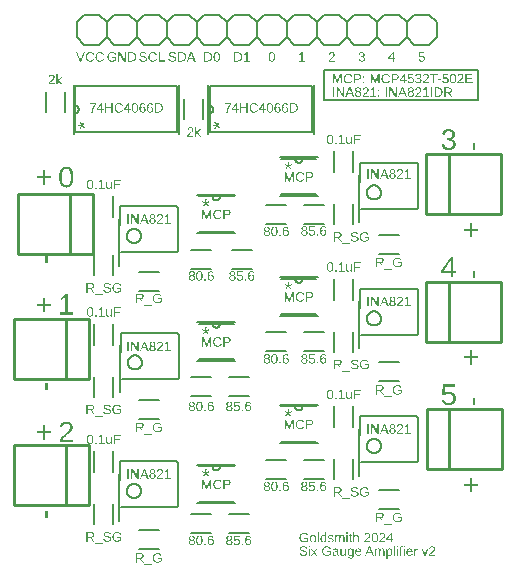
<source format=gbr>
G04 EAGLE Gerber RS-274X export*
G75*
%MOMM*%
%FSLAX34Y34*%
%LPD*%
%INSilkscreen Top*%
%IPPOS*%
%AMOC8*
5,1,8,0,0,1.08239X$1,22.5*%
G01*
G04 Define Apertures*
%ADD10C,0.152400*%
%ADD11C,0.127000*%
%ADD12C,0.200000*%
%ADD13C,0.254000*%
G36*
X19938Y215568D02*
X18135Y215568D01*
X18135Y220819D01*
X12933Y220819D01*
X12933Y222610D01*
X18135Y222610D01*
X18135Y227861D01*
X19938Y227861D01*
X19938Y222610D01*
X25140Y222610D01*
X25140Y220819D01*
X19938Y220819D01*
X19938Y215568D01*
G37*
G36*
X22248Y149329D02*
X20285Y149329D01*
X20285Y155463D01*
X22248Y155463D01*
X22248Y149329D01*
G37*
G36*
X43862Y213360D02*
X33029Y213360D01*
X33029Y215237D01*
X37434Y215237D01*
X37434Y228536D01*
X33532Y225751D01*
X33532Y227836D01*
X37618Y230646D01*
X39654Y230646D01*
X39654Y215237D01*
X43862Y215237D01*
X43862Y213360D01*
G37*
G36*
X19938Y323518D02*
X18135Y323518D01*
X18135Y328769D01*
X12933Y328769D01*
X12933Y330560D01*
X18135Y330560D01*
X18135Y335811D01*
X19938Y335811D01*
X19938Y330560D01*
X25140Y330560D01*
X25140Y328769D01*
X19938Y328769D01*
X19938Y323518D01*
G37*
G36*
X22248Y257279D02*
X20285Y257279D01*
X20285Y263413D01*
X22248Y263413D01*
X22248Y257279D01*
G37*
G36*
X38072Y321065D02*
X37705Y321074D01*
X37350Y321100D01*
X37006Y321144D01*
X36674Y321207D01*
X36353Y321286D01*
X36045Y321384D01*
X35747Y321499D01*
X35462Y321632D01*
X35188Y321783D01*
X34925Y321951D01*
X34674Y322137D01*
X34435Y322341D01*
X34207Y322563D01*
X33991Y322802D01*
X33787Y323059D01*
X33594Y323334D01*
X33413Y323626D01*
X33243Y323934D01*
X33085Y324259D01*
X32939Y324599D01*
X32804Y324956D01*
X32682Y325330D01*
X32571Y325719D01*
X32471Y326125D01*
X32384Y326547D01*
X32308Y326986D01*
X32243Y327441D01*
X32191Y327912D01*
X32150Y328399D01*
X32120Y328903D01*
X32103Y329423D01*
X32097Y329959D01*
X32120Y331037D01*
X32148Y331550D01*
X32188Y332046D01*
X32239Y332524D01*
X32302Y332985D01*
X32375Y333428D01*
X32461Y333854D01*
X32557Y334262D01*
X32665Y334653D01*
X32784Y335027D01*
X32915Y335383D01*
X33057Y335722D01*
X33210Y336043D01*
X33375Y336347D01*
X33551Y336633D01*
X33739Y336902D01*
X33941Y337153D01*
X34155Y337387D01*
X34383Y337604D01*
X34624Y337804D01*
X34878Y337986D01*
X35146Y338151D01*
X35426Y338298D01*
X35720Y338428D01*
X36027Y338541D01*
X36347Y338636D01*
X36680Y338715D01*
X37027Y338775D01*
X37386Y338819D01*
X37759Y338845D01*
X38145Y338853D01*
X38521Y338845D01*
X38884Y338818D01*
X39234Y338774D01*
X39573Y338713D01*
X39898Y338634D01*
X40211Y338538D01*
X40512Y338424D01*
X40800Y338292D01*
X41075Y338143D01*
X41338Y337976D01*
X41589Y337792D01*
X41827Y337590D01*
X42052Y337371D01*
X42265Y337134D01*
X42466Y336880D01*
X42654Y336608D01*
X42830Y336319D01*
X42994Y336013D01*
X43148Y335690D01*
X43290Y335351D01*
X43420Y334994D01*
X43540Y334621D01*
X43648Y334231D01*
X43744Y333823D01*
X43829Y333399D01*
X43903Y332959D01*
X43966Y332501D01*
X44017Y332026D01*
X44085Y331026D01*
X44108Y329959D01*
X44102Y329426D01*
X44084Y328908D01*
X44054Y328407D01*
X44012Y327922D01*
X43958Y327452D01*
X43893Y326999D01*
X43815Y326562D01*
X43726Y326141D01*
X43624Y325735D01*
X43511Y325346D01*
X43386Y324973D01*
X43248Y324615D01*
X43099Y324274D01*
X42938Y323949D01*
X42765Y323640D01*
X42580Y323346D01*
X42384Y323070D01*
X42176Y322812D01*
X41956Y322571D01*
X41726Y322348D01*
X41484Y322143D01*
X41230Y321956D01*
X40965Y321787D01*
X40689Y321635D01*
X40402Y321501D01*
X40103Y321386D01*
X39793Y321288D01*
X39471Y321207D01*
X39138Y321145D01*
X38794Y321100D01*
X38439Y321074D01*
X38072Y321065D01*
G37*
%LPC*%
G36*
X38096Y322868D02*
X38336Y322875D01*
X38568Y322895D01*
X38791Y322929D01*
X39006Y322977D01*
X39213Y323038D01*
X39412Y323113D01*
X39603Y323201D01*
X39786Y323304D01*
X40127Y323549D01*
X40436Y323848D01*
X40711Y324202D01*
X40955Y324610D01*
X41167Y325075D01*
X41352Y325598D01*
X41508Y326179D01*
X41635Y326818D01*
X41735Y327516D01*
X41806Y328272D01*
X41848Y329086D01*
X41862Y329959D01*
X41849Y330862D01*
X41808Y331701D01*
X41741Y332475D01*
X41646Y333185D01*
X41525Y333831D01*
X41376Y334412D01*
X41200Y334929D01*
X40998Y335381D01*
X40764Y335775D01*
X40495Y336117D01*
X40191Y336406D01*
X39852Y336642D01*
X39478Y336826D01*
X39278Y336898D01*
X39069Y336957D01*
X38851Y337003D01*
X38625Y337036D01*
X38389Y337056D01*
X38145Y337062D01*
X37895Y337056D01*
X37654Y337036D01*
X37422Y337004D01*
X37199Y336959D01*
X36984Y336900D01*
X36779Y336829D01*
X36395Y336648D01*
X36048Y336415D01*
X35736Y336131D01*
X35460Y335794D01*
X35219Y335406D01*
X35011Y334959D01*
X34830Y334444D01*
X34677Y333864D01*
X34552Y333216D01*
X34455Y332502D01*
X34385Y331721D01*
X34344Y330873D01*
X34330Y329959D01*
X34344Y329070D01*
X34386Y328242D01*
X34457Y327476D01*
X34555Y326772D01*
X34682Y326130D01*
X34837Y325549D01*
X35020Y325030D01*
X35232Y324573D01*
X35474Y324174D01*
X35749Y323827D01*
X36057Y323534D01*
X36399Y323294D01*
X36773Y323108D01*
X36973Y323035D01*
X37181Y322975D01*
X37397Y322928D01*
X37622Y322895D01*
X37855Y322875D01*
X38096Y322868D01*
G37*
%LPD*%
G36*
X19938Y107618D02*
X18135Y107618D01*
X18135Y112869D01*
X12933Y112869D01*
X12933Y114660D01*
X18135Y114660D01*
X18135Y119911D01*
X19938Y119911D01*
X19938Y114660D01*
X25140Y114660D01*
X25140Y112869D01*
X19938Y112869D01*
X19938Y107618D01*
G37*
G36*
X22248Y41379D02*
X20285Y41379D01*
X20285Y47513D01*
X22248Y47513D01*
X22248Y41379D01*
G37*
G36*
X43825Y105410D02*
X32379Y105410D01*
X32379Y106968D01*
X32709Y107665D01*
X33074Y108319D01*
X33473Y108931D01*
X33907Y109501D01*
X34363Y110037D01*
X34831Y110547D01*
X35311Y111031D01*
X35802Y111489D01*
X36791Y112346D01*
X37771Y113139D01*
X38699Y113900D01*
X39532Y114660D01*
X39905Y115045D01*
X40242Y115439D01*
X40540Y115842D01*
X40801Y116255D01*
X40915Y116467D01*
X41013Y116686D01*
X41097Y116912D01*
X41165Y117144D01*
X41218Y117384D01*
X41256Y117631D01*
X41278Y117884D01*
X41286Y118144D01*
X41273Y118490D01*
X41234Y118816D01*
X41169Y119122D01*
X41077Y119408D01*
X40960Y119674D01*
X40817Y119920D01*
X40647Y120146D01*
X40452Y120353D01*
X40233Y120537D01*
X39994Y120696D01*
X39735Y120831D01*
X39455Y120941D01*
X39155Y121027D01*
X38835Y121089D01*
X38494Y121125D01*
X38133Y121138D01*
X37788Y121126D01*
X37459Y121090D01*
X37145Y121030D01*
X36846Y120946D01*
X36564Y120838D01*
X36296Y120706D01*
X36044Y120551D01*
X35808Y120371D01*
X35591Y120170D01*
X35398Y119949D01*
X35229Y119709D01*
X35083Y119449D01*
X34960Y119170D01*
X34862Y118872D01*
X34786Y118555D01*
X34735Y118218D01*
X32477Y118426D01*
X32559Y118932D01*
X32679Y119410D01*
X32840Y119862D01*
X33040Y120288D01*
X33280Y120687D01*
X33560Y121060D01*
X33879Y121407D01*
X34238Y121727D01*
X34630Y122014D01*
X35049Y122263D01*
X35496Y122474D01*
X35969Y122647D01*
X36470Y122781D01*
X36997Y122877D01*
X37551Y122934D01*
X38133Y122953D01*
X38767Y122934D01*
X39364Y122876D01*
X39923Y122780D01*
X40444Y122645D01*
X40927Y122472D01*
X41373Y122260D01*
X41781Y122009D01*
X42151Y121720D01*
X42480Y121396D01*
X42765Y121039D01*
X43007Y120650D01*
X43204Y120228D01*
X43358Y119774D01*
X43468Y119288D01*
X43533Y118769D01*
X43555Y118218D01*
X43548Y117967D01*
X43527Y117716D01*
X43491Y117465D01*
X43440Y117215D01*
X43297Y116716D01*
X43095Y116218D01*
X42837Y115721D01*
X42523Y115224D01*
X42153Y114728D01*
X41728Y114231D01*
X41170Y113666D01*
X40406Y112964D01*
X39434Y112126D01*
X38256Y111151D01*
X37586Y110589D01*
X36989Y110055D01*
X36464Y109549D01*
X36011Y109072D01*
X35623Y108613D01*
X35293Y108163D01*
X35021Y107721D01*
X34808Y107287D01*
X43825Y107287D01*
X43825Y105410D01*
G37*
G36*
X381888Y279068D02*
X380085Y279068D01*
X380085Y284319D01*
X374883Y284319D01*
X374883Y286110D01*
X380085Y286110D01*
X380085Y291361D01*
X381888Y291361D01*
X381888Y286110D01*
X387090Y286110D01*
X387090Y284319D01*
X381888Y284319D01*
X381888Y279068D01*
G37*
G36*
X384198Y352529D02*
X382235Y352529D01*
X382235Y358663D01*
X384198Y358663D01*
X384198Y352529D01*
G37*
G36*
X361971Y352815D02*
X361331Y352833D01*
X360724Y352889D01*
X360151Y352981D01*
X359611Y353111D01*
X359104Y353277D01*
X358630Y353481D01*
X358189Y353721D01*
X357781Y353999D01*
X357410Y354312D01*
X357078Y354661D01*
X356787Y355046D01*
X356534Y355466D01*
X356322Y355922D01*
X356149Y356413D01*
X356016Y356939D01*
X355923Y357501D01*
X358204Y357710D01*
X358271Y357338D01*
X358360Y356991D01*
X358471Y356667D01*
X358605Y356368D01*
X358762Y356092D01*
X358941Y355841D01*
X359143Y355613D01*
X359367Y355409D01*
X359613Y355230D01*
X359883Y355074D01*
X360174Y354942D01*
X360489Y354834D01*
X360825Y354750D01*
X361185Y354691D01*
X361566Y354655D01*
X361971Y354643D01*
X362377Y354655D01*
X362760Y354694D01*
X363121Y354758D01*
X363460Y354848D01*
X363776Y354964D01*
X364070Y355105D01*
X364341Y355272D01*
X364590Y355465D01*
X364813Y355682D01*
X365006Y355925D01*
X365169Y356193D01*
X365303Y356486D01*
X365407Y356803D01*
X365481Y357146D01*
X365526Y357513D01*
X365541Y357906D01*
X365524Y358249D01*
X365473Y358573D01*
X365388Y358877D01*
X365269Y359162D01*
X365117Y359427D01*
X364930Y359674D01*
X364709Y359901D01*
X364455Y360108D01*
X364168Y360293D01*
X363852Y360454D01*
X363505Y360590D01*
X363128Y360701D01*
X362722Y360788D01*
X362285Y360850D01*
X361818Y360887D01*
X361320Y360899D01*
X360069Y360899D01*
X360069Y362813D01*
X361271Y362813D01*
X361713Y362825D01*
X362128Y362863D01*
X362518Y362924D01*
X362883Y363011D01*
X363222Y363122D01*
X363536Y363258D01*
X363824Y363419D01*
X364087Y363604D01*
X364321Y363812D01*
X364524Y364038D01*
X364696Y364283D01*
X364837Y364548D01*
X364946Y364831D01*
X365024Y365133D01*
X365071Y365454D01*
X365087Y365794D01*
X365074Y366132D01*
X365036Y366451D01*
X364972Y366752D01*
X364883Y367035D01*
X364768Y367299D01*
X364628Y367546D01*
X364462Y367774D01*
X364271Y367984D01*
X364055Y368172D01*
X363814Y368336D01*
X363548Y368474D01*
X363257Y368587D01*
X362942Y368675D01*
X362602Y368737D01*
X362237Y368775D01*
X361848Y368788D01*
X361492Y368776D01*
X361153Y368741D01*
X360832Y368682D01*
X360528Y368601D01*
X360241Y368495D01*
X359972Y368367D01*
X359721Y368215D01*
X359486Y368039D01*
X359273Y367843D01*
X359083Y367627D01*
X358916Y367392D01*
X358773Y367138D01*
X358654Y366864D01*
X358558Y366572D01*
X358486Y366260D01*
X358437Y365929D01*
X356217Y366101D01*
X356298Y366617D01*
X356419Y367104D01*
X356580Y367562D01*
X356780Y367990D01*
X357020Y368390D01*
X357299Y368760D01*
X357618Y369101D01*
X357977Y369413D01*
X358370Y369692D01*
X358789Y369934D01*
X359235Y370138D01*
X359709Y370306D01*
X360209Y370436D01*
X360737Y370529D01*
X361291Y370585D01*
X361873Y370603D01*
X362505Y370584D01*
X363101Y370528D01*
X363660Y370433D01*
X364184Y370301D01*
X364671Y370131D01*
X365122Y369924D01*
X365536Y369678D01*
X365915Y369395D01*
X366253Y369078D01*
X366546Y368731D01*
X366793Y368355D01*
X366996Y367949D01*
X367154Y367513D01*
X367266Y367048D01*
X367334Y366552D01*
X367356Y366027D01*
X367342Y365623D01*
X367298Y365238D01*
X367226Y364872D01*
X367125Y364526D01*
X366995Y364199D01*
X366835Y363892D01*
X366647Y363603D01*
X366430Y363335D01*
X366185Y363086D01*
X365914Y362858D01*
X365617Y362651D01*
X365294Y362465D01*
X364944Y362300D01*
X364568Y362156D01*
X364166Y362032D01*
X363737Y361930D01*
X363737Y361881D01*
X364208Y361815D01*
X364653Y361721D01*
X365070Y361600D01*
X365461Y361451D01*
X365825Y361275D01*
X366162Y361071D01*
X366472Y360839D01*
X366755Y360580D01*
X367008Y360299D01*
X367228Y359999D01*
X367413Y359682D01*
X367565Y359347D01*
X367683Y358995D01*
X367767Y358625D01*
X367818Y358238D01*
X367835Y357832D01*
X367829Y357537D01*
X367811Y357251D01*
X367740Y356704D01*
X367621Y356190D01*
X367455Y355710D01*
X367241Y355264D01*
X366979Y354851D01*
X366670Y354472D01*
X366314Y354127D01*
X365913Y353820D01*
X365472Y353553D01*
X364990Y353327D01*
X364467Y353143D01*
X363904Y352999D01*
X363300Y352897D01*
X362656Y352835D01*
X361971Y352815D01*
G37*
G36*
X381888Y171118D02*
X380085Y171118D01*
X380085Y176369D01*
X374883Y176369D01*
X374883Y178160D01*
X380085Y178160D01*
X380085Y183411D01*
X381888Y183411D01*
X381888Y178160D01*
X387090Y178160D01*
X387090Y176369D01*
X381888Y176369D01*
X381888Y171118D01*
G37*
G36*
X384198Y244579D02*
X382235Y244579D01*
X382235Y250713D01*
X384198Y250713D01*
X384198Y244579D01*
G37*
G36*
X365774Y245110D02*
X363688Y245110D01*
X363688Y249024D01*
X355542Y249024D01*
X355542Y250741D01*
X363455Y262396D01*
X365774Y262396D01*
X365774Y250766D01*
X368203Y250766D01*
X368203Y249024D01*
X365774Y249024D01*
X365774Y245110D01*
G37*
%LPC*%
G36*
X363688Y250766D02*
X363688Y259905D01*
X363345Y259255D01*
X363066Y258764D01*
X362866Y258445D01*
X358437Y251919D01*
X357775Y251011D01*
X357579Y250766D01*
X363688Y250766D01*
G37*
%LPD*%
G36*
X381888Y63168D02*
X380085Y63168D01*
X380085Y68419D01*
X374883Y68419D01*
X374883Y70210D01*
X380085Y70210D01*
X380085Y75461D01*
X381888Y75461D01*
X381888Y70210D01*
X387090Y70210D01*
X387090Y68419D01*
X381888Y68419D01*
X381888Y63168D01*
G37*
G36*
X384198Y136629D02*
X382235Y136629D01*
X382235Y142763D01*
X384198Y142763D01*
X384198Y136629D01*
G37*
G36*
X361750Y136915D02*
X361160Y136931D01*
X360600Y136981D01*
X360068Y137063D01*
X359566Y137178D01*
X359093Y137327D01*
X358649Y137508D01*
X358234Y137722D01*
X357849Y137970D01*
X357495Y138248D01*
X357175Y138556D01*
X356889Y138894D01*
X356637Y139261D01*
X356420Y139658D01*
X356236Y140084D01*
X356087Y140539D01*
X355972Y141024D01*
X358204Y141282D01*
X358300Y140972D01*
X358414Y140681D01*
X358544Y140411D01*
X358691Y140160D01*
X358856Y139930D01*
X359038Y139720D01*
X359237Y139529D01*
X359453Y139359D01*
X359686Y139209D01*
X359936Y139079D01*
X360204Y138968D01*
X360489Y138878D01*
X360790Y138808D01*
X361109Y138758D01*
X361446Y138728D01*
X361799Y138718D01*
X362232Y138735D01*
X362640Y138785D01*
X363024Y138869D01*
X363385Y138986D01*
X363721Y139137D01*
X364032Y139322D01*
X364320Y139540D01*
X364584Y139792D01*
X364820Y140072D01*
X365024Y140378D01*
X365197Y140710D01*
X365338Y141066D01*
X365448Y141447D01*
X365527Y141854D01*
X365574Y142285D01*
X365590Y142742D01*
X365574Y143140D01*
X365527Y143519D01*
X365447Y143878D01*
X365337Y144217D01*
X365194Y144537D01*
X365020Y144838D01*
X364815Y145118D01*
X364578Y145380D01*
X364314Y145615D01*
X364028Y145820D01*
X363719Y145993D01*
X363389Y146134D01*
X363037Y146244D01*
X362663Y146323D01*
X362266Y146370D01*
X361848Y146386D01*
X361408Y146368D01*
X360983Y146315D01*
X360574Y146227D01*
X360180Y146103D01*
X359793Y145938D01*
X359407Y145723D01*
X359020Y145459D01*
X358634Y145147D01*
X356475Y145147D01*
X357051Y154446D01*
X366878Y154446D01*
X366878Y152569D01*
X359063Y152569D01*
X358732Y147085D01*
X359102Y147344D01*
X359493Y147568D01*
X359907Y147758D01*
X360342Y147913D01*
X360799Y148034D01*
X361278Y148120D01*
X361779Y148172D01*
X362302Y148189D01*
X362924Y148166D01*
X363513Y148095D01*
X364070Y147979D01*
X364595Y147815D01*
X365087Y147604D01*
X365546Y147347D01*
X365974Y147043D01*
X366369Y146692D01*
X366724Y146304D01*
X367032Y145887D01*
X367292Y145442D01*
X367505Y144969D01*
X367671Y144467D01*
X367789Y143937D01*
X367860Y143378D01*
X367884Y142791D01*
X367878Y142454D01*
X367859Y142125D01*
X367827Y141806D01*
X367782Y141496D01*
X367725Y141195D01*
X367655Y140903D01*
X367573Y140620D01*
X367478Y140347D01*
X367249Y139827D01*
X366970Y139343D01*
X366639Y138896D01*
X366258Y138485D01*
X365832Y138117D01*
X365367Y137798D01*
X364862Y137528D01*
X364318Y137307D01*
X363735Y137135D01*
X363429Y137068D01*
X363113Y137013D01*
X362787Y136970D01*
X362451Y136939D01*
X362105Y136921D01*
X361750Y136915D01*
G37*
G36*
X111142Y290464D02*
X110834Y290473D01*
X110544Y290501D01*
X110270Y290548D01*
X110014Y290614D01*
X109775Y290698D01*
X109554Y290801D01*
X109350Y290923D01*
X109162Y291063D01*
X108995Y291221D01*
X108850Y291394D01*
X108727Y291583D01*
X108627Y291788D01*
X108549Y292009D01*
X108493Y292245D01*
X108460Y292498D01*
X108448Y292766D01*
X108455Y292955D01*
X108476Y293137D01*
X108511Y293311D01*
X108559Y293477D01*
X108621Y293635D01*
X108697Y293786D01*
X108891Y294065D01*
X109127Y294302D01*
X109395Y294488D01*
X109693Y294621D01*
X109854Y294669D01*
X110022Y294703D01*
X110022Y294726D01*
X109717Y294823D01*
X109446Y294965D01*
X109209Y295151D01*
X109006Y295381D01*
X108843Y295644D01*
X108726Y295928D01*
X108656Y296234D01*
X108633Y296562D01*
X108644Y296782D01*
X108675Y296992D01*
X108728Y297191D01*
X108802Y297379D01*
X108897Y297556D01*
X109013Y297723D01*
X109150Y297879D01*
X109308Y298024D01*
X109484Y298155D01*
X109674Y298269D01*
X109879Y298365D01*
X110098Y298444D01*
X110332Y298505D01*
X110580Y298549D01*
X110843Y298575D01*
X111120Y298584D01*
X111403Y298575D01*
X111671Y298550D01*
X111924Y298507D01*
X112162Y298447D01*
X112384Y298370D01*
X112591Y298275D01*
X112783Y298164D01*
X112959Y298035D01*
X113117Y297892D01*
X113254Y297737D01*
X113370Y297569D01*
X113465Y297390D01*
X113539Y297198D01*
X113592Y296995D01*
X113623Y296779D01*
X113634Y296551D01*
X113611Y296223D01*
X113540Y295917D01*
X113423Y295632D01*
X113259Y295370D01*
X113054Y295141D01*
X113042Y295132D01*
X112815Y294959D01*
X112542Y294825D01*
X112234Y294737D01*
X112234Y294714D01*
X112418Y294677D01*
X112591Y294628D01*
X112754Y294566D01*
X112906Y294492D01*
X113179Y294308D01*
X113390Y294094D01*
X113410Y294073D01*
X113594Y293798D01*
X113725Y293490D01*
X113771Y293324D01*
X113804Y293150D01*
X113823Y292967D01*
X113830Y292777D01*
X113819Y292511D01*
X113787Y292261D01*
X113732Y292026D01*
X113656Y291805D01*
X113559Y291600D01*
X113439Y291410D01*
X113298Y291235D01*
X113136Y291074D01*
X112953Y290931D01*
X112751Y290807D01*
X112530Y290702D01*
X112290Y290617D01*
X112031Y290550D01*
X111754Y290502D01*
X111457Y290474D01*
X111142Y290464D01*
G37*
%LPC*%
G36*
X111153Y291220D02*
X111352Y291226D01*
X111539Y291245D01*
X111712Y291276D01*
X111871Y291319D01*
X112018Y291374D01*
X112152Y291442D01*
X112272Y291522D01*
X112380Y291615D01*
X112474Y291721D01*
X112556Y291841D01*
X112625Y291977D01*
X112682Y292126D01*
X112726Y292291D01*
X112758Y292470D01*
X112776Y292664D01*
X112783Y292872D01*
X112776Y293050D01*
X112755Y293216D01*
X112721Y293371D01*
X112674Y293515D01*
X112612Y293648D01*
X112537Y293769D01*
X112448Y293879D01*
X112346Y293978D01*
X112106Y294141D01*
X111821Y294257D01*
X111492Y294327D01*
X111120Y294350D01*
X110933Y294344D01*
X110757Y294325D01*
X110591Y294294D01*
X110436Y294250D01*
X110292Y294194D01*
X110158Y294125D01*
X109921Y293950D01*
X109733Y293731D01*
X109658Y293608D01*
X109598Y293475D01*
X109551Y293332D01*
X109517Y293181D01*
X109497Y293020D01*
X109490Y292850D01*
X109496Y292652D01*
X109516Y292468D01*
X109548Y292296D01*
X109594Y292137D01*
X109652Y291990D01*
X109724Y291857D01*
X109808Y291736D01*
X109906Y291627D01*
X110016Y291532D01*
X110140Y291449D01*
X110276Y291379D01*
X110426Y291322D01*
X110588Y291277D01*
X110763Y291245D01*
X110952Y291226D01*
X111153Y291220D01*
G37*
G36*
X111131Y295106D02*
X111465Y295127D01*
X111757Y295188D01*
X112007Y295291D01*
X112214Y295434D01*
X112302Y295522D01*
X112377Y295623D01*
X112441Y295737D01*
X112494Y295863D01*
X112534Y296002D01*
X112564Y296154D01*
X112587Y296495D01*
X112564Y296809D01*
X112495Y297081D01*
X112380Y297311D01*
X112220Y297499D01*
X112014Y297645D01*
X111761Y297750D01*
X111463Y297813D01*
X111120Y297834D01*
X110785Y297813D01*
X110493Y297750D01*
X110243Y297645D01*
X110036Y297498D01*
X109873Y297309D01*
X109757Y297079D01*
X109687Y296808D01*
X109664Y296495D01*
X109670Y296331D01*
X109688Y296177D01*
X109759Y295898D01*
X109879Y295660D01*
X110047Y295462D01*
X110259Y295306D01*
X110510Y295195D01*
X110801Y295129D01*
X111131Y295106D01*
G37*
%LPD*%
G36*
X101425Y290576D02*
X100316Y290576D01*
X103536Y298466D01*
X104751Y298466D01*
X107921Y290576D01*
X106829Y290576D01*
X105927Y292883D01*
X102332Y292883D01*
X101425Y290576D01*
G37*
%LPC*%
G36*
X105608Y293718D02*
X104595Y296322D01*
X104438Y296733D01*
X104281Y297195D01*
X104130Y297660D01*
X104079Y297503D01*
X103906Y296973D01*
X103665Y296310D01*
X102657Y293718D01*
X105608Y293718D01*
G37*
%LPD*%
G36*
X93905Y290576D02*
X92953Y290576D01*
X92953Y298466D01*
X94196Y298466D01*
X98464Y291702D01*
X98413Y292648D01*
X98396Y293292D01*
X98396Y298466D01*
X99360Y298466D01*
X99360Y290576D01*
X98072Y290576D01*
X93849Y297296D01*
X93877Y296753D01*
X93905Y295818D01*
X93905Y290576D01*
G37*
G36*
X120127Y290576D02*
X114902Y290576D01*
X114902Y291287D01*
X115052Y291605D01*
X115219Y291904D01*
X115401Y292183D01*
X115599Y292444D01*
X116021Y292921D01*
X116464Y293351D01*
X116916Y293742D01*
X117363Y294104D01*
X117786Y294451D01*
X118167Y294798D01*
X118491Y295154D01*
X118627Y295338D01*
X118746Y295526D01*
X118843Y295723D01*
X118912Y295932D01*
X118954Y296154D01*
X118967Y296389D01*
X118944Y296695D01*
X118872Y296966D01*
X118753Y297199D01*
X118587Y297397D01*
X118378Y297554D01*
X118132Y297666D01*
X117848Y297733D01*
X117528Y297755D01*
X117220Y297733D01*
X116941Y297668D01*
X116690Y297558D01*
X116467Y297405D01*
X116280Y297212D01*
X116136Y296984D01*
X116035Y296721D01*
X115977Y296422D01*
X114947Y296518D01*
X114984Y296748D01*
X115039Y296967D01*
X115112Y297173D01*
X115203Y297367D01*
X115313Y297550D01*
X115441Y297720D01*
X115586Y297878D01*
X115750Y298024D01*
X115929Y298155D01*
X116121Y298269D01*
X116324Y298365D01*
X116540Y298444D01*
X116769Y298505D01*
X117010Y298549D01*
X117263Y298575D01*
X117528Y298584D01*
X117818Y298575D01*
X118090Y298549D01*
X118345Y298505D01*
X118583Y298443D01*
X118804Y298364D01*
X119007Y298267D01*
X119193Y298153D01*
X119362Y298021D01*
X119512Y297873D01*
X119643Y297710D01*
X119753Y297533D01*
X119843Y297340D01*
X119913Y297133D01*
X119963Y296911D01*
X119993Y296674D01*
X120003Y296422D01*
X119990Y296193D01*
X119951Y295965D01*
X119885Y295737D01*
X119793Y295510D01*
X119676Y295283D01*
X119532Y295056D01*
X119363Y294829D01*
X119169Y294602D01*
X118915Y294344D01*
X118566Y294024D01*
X117584Y293197D01*
X117006Y292696D01*
X116559Y292248D01*
X116382Y292038D01*
X116232Y291832D01*
X116108Y291631D01*
X116011Y291433D01*
X120127Y291433D01*
X120127Y290576D01*
G37*
G36*
X126518Y290576D02*
X121574Y290576D01*
X121574Y291433D01*
X123584Y291433D01*
X123584Y297503D01*
X121803Y296232D01*
X121803Y297184D01*
X123668Y298466D01*
X124598Y298466D01*
X124598Y291433D01*
X126518Y291433D01*
X126518Y290576D01*
G37*
G36*
X90953Y290576D02*
X89883Y290576D01*
X89883Y298466D01*
X90953Y298466D01*
X90953Y290576D01*
G37*
G36*
X172204Y294386D02*
X171135Y294386D01*
X171135Y302276D01*
X174455Y302276D01*
X174778Y302267D01*
X175081Y302238D01*
X175366Y302189D01*
X175633Y302121D01*
X175880Y302034D01*
X176109Y301927D01*
X176319Y301800D01*
X176511Y301655D01*
X176681Y301491D01*
X176829Y301312D01*
X176954Y301117D01*
X177057Y300906D01*
X177136Y300679D01*
X177193Y300436D01*
X177227Y300177D01*
X177239Y299902D01*
X177227Y299629D01*
X177193Y299371D01*
X177136Y299127D01*
X177056Y298897D01*
X176953Y298681D01*
X176827Y298480D01*
X176679Y298294D01*
X176508Y298121D01*
X176317Y297966D01*
X176110Y297832D01*
X175886Y297719D01*
X175646Y297626D01*
X175390Y297553D01*
X175117Y297502D01*
X174828Y297471D01*
X174523Y297460D01*
X172204Y297460D01*
X172204Y294386D01*
G37*
%LPC*%
G36*
X174371Y298306D02*
X174588Y298312D01*
X174791Y298331D01*
X174980Y298362D01*
X175155Y298405D01*
X175316Y298461D01*
X175463Y298529D01*
X175596Y298609D01*
X175715Y298702D01*
X175820Y298807D01*
X175911Y298925D01*
X175988Y299055D01*
X176051Y299197D01*
X176100Y299352D01*
X176135Y299519D01*
X176156Y299699D01*
X176163Y299891D01*
X176156Y300076D01*
X176135Y300249D01*
X176099Y300410D01*
X176049Y300560D01*
X175984Y300697D01*
X175905Y300822D01*
X175812Y300936D01*
X175704Y301037D01*
X175582Y301127D01*
X175446Y301205D01*
X175295Y301270D01*
X175130Y301324D01*
X174951Y301366D01*
X174757Y301396D01*
X174549Y301414D01*
X174327Y301420D01*
X172204Y301420D01*
X172204Y298306D01*
X174371Y298306D01*
G37*
%LPD*%
G36*
X154243Y294386D02*
X153291Y294386D01*
X153291Y302276D01*
X154696Y302276D01*
X156796Y296805D01*
X157012Y296097D01*
X157149Y295551D01*
X157218Y295833D01*
X157337Y296231D01*
X157530Y296805D01*
X159591Y302276D01*
X160963Y302276D01*
X160963Y294386D01*
X160000Y294386D01*
X160000Y299650D01*
X160012Y300507D01*
X160050Y301330D01*
X159790Y300437D01*
X159557Y299762D01*
X157519Y294386D01*
X156768Y294386D01*
X154702Y299762D01*
X154388Y300714D01*
X154204Y301330D01*
X154220Y300708D01*
X154243Y299650D01*
X154243Y294386D01*
G37*
G36*
X166342Y294274D02*
X166049Y294282D01*
X165766Y294305D01*
X165493Y294344D01*
X165230Y294398D01*
X164977Y294468D01*
X164734Y294553D01*
X164501Y294653D01*
X164278Y294770D01*
X164067Y294900D01*
X163869Y295044D01*
X163684Y295201D01*
X163511Y295372D01*
X163352Y295555D01*
X163205Y295752D01*
X163072Y295963D01*
X162951Y296186D01*
X162844Y296422D01*
X162752Y296668D01*
X162673Y296925D01*
X162609Y297192D01*
X162559Y297470D01*
X162523Y297759D01*
X162502Y298058D01*
X162495Y298368D01*
X162511Y298827D01*
X162559Y299260D01*
X162638Y299668D01*
X162750Y300050D01*
X162893Y300407D01*
X163068Y300738D01*
X163275Y301044D01*
X163514Y301324D01*
X163781Y301575D01*
X164073Y301792D01*
X164389Y301976D01*
X164729Y302127D01*
X165094Y302244D01*
X165484Y302327D01*
X165898Y302377D01*
X166336Y302394D01*
X166645Y302386D01*
X166941Y302363D01*
X167223Y302325D01*
X167493Y302271D01*
X167750Y302201D01*
X167993Y302117D01*
X168224Y302017D01*
X168442Y301901D01*
X168646Y301771D01*
X168837Y301625D01*
X169013Y301465D01*
X169176Y301289D01*
X169324Y301099D01*
X169458Y300894D01*
X169579Y300674D01*
X169685Y300440D01*
X168672Y300104D01*
X168514Y300428D01*
X168314Y300711D01*
X168073Y300954D01*
X167790Y301156D01*
X167472Y301316D01*
X167125Y301429D01*
X166751Y301498D01*
X166348Y301520D01*
X166029Y301507D01*
X165729Y301468D01*
X165447Y301402D01*
X165183Y301310D01*
X164937Y301191D01*
X164710Y301046D01*
X164500Y300875D01*
X164309Y300678D01*
X164139Y300457D01*
X163991Y300217D01*
X163866Y299958D01*
X163763Y299679D01*
X163684Y299380D01*
X163627Y299062D01*
X163593Y298725D01*
X163581Y298368D01*
X163593Y298014D01*
X163629Y297678D01*
X163688Y297360D01*
X163771Y297059D01*
X163878Y296777D01*
X164008Y296512D01*
X164162Y296265D01*
X164340Y296035D01*
X164538Y295828D01*
X164753Y295649D01*
X164984Y295498D01*
X165233Y295374D01*
X165497Y295277D01*
X165779Y295208D01*
X166077Y295167D01*
X166392Y295153D01*
X166596Y295160D01*
X166794Y295179D01*
X166985Y295211D01*
X167170Y295256D01*
X167520Y295384D01*
X167844Y295563D01*
X168143Y295794D01*
X168416Y296076D01*
X168663Y296409D01*
X168884Y296794D01*
X169758Y296357D01*
X169630Y296110D01*
X169490Y295878D01*
X169337Y295661D01*
X169172Y295460D01*
X168995Y295274D01*
X168805Y295102D01*
X168603Y294947D01*
X168389Y294806D01*
X168164Y294681D01*
X167930Y294573D01*
X167688Y294482D01*
X167436Y294407D01*
X167176Y294349D01*
X166907Y294307D01*
X166629Y294282D01*
X166342Y294274D01*
G37*
G36*
X242054Y326136D02*
X240985Y326136D01*
X240985Y334026D01*
X244305Y334026D01*
X244628Y334017D01*
X244931Y333988D01*
X245216Y333939D01*
X245483Y333871D01*
X245730Y333784D01*
X245959Y333677D01*
X246169Y333550D01*
X246361Y333405D01*
X246531Y333241D01*
X246679Y333062D01*
X246804Y332867D01*
X246907Y332656D01*
X246986Y332429D01*
X247043Y332186D01*
X247077Y331927D01*
X247089Y331652D01*
X247077Y331379D01*
X247043Y331121D01*
X246986Y330877D01*
X246906Y330647D01*
X246803Y330431D01*
X246677Y330230D01*
X246529Y330044D01*
X246358Y329871D01*
X246167Y329716D01*
X245960Y329582D01*
X245736Y329469D01*
X245496Y329376D01*
X245240Y329303D01*
X244967Y329252D01*
X244678Y329221D01*
X244373Y329210D01*
X242054Y329210D01*
X242054Y326136D01*
G37*
%LPC*%
G36*
X244221Y330056D02*
X244438Y330062D01*
X244641Y330081D01*
X244830Y330112D01*
X245005Y330155D01*
X245166Y330211D01*
X245313Y330279D01*
X245446Y330359D01*
X245565Y330452D01*
X245670Y330557D01*
X245761Y330675D01*
X245838Y330805D01*
X245901Y330947D01*
X245950Y331102D01*
X245985Y331269D01*
X246006Y331449D01*
X246013Y331641D01*
X246006Y331826D01*
X245985Y331999D01*
X245949Y332160D01*
X245899Y332310D01*
X245834Y332447D01*
X245755Y332572D01*
X245662Y332686D01*
X245554Y332787D01*
X245432Y332877D01*
X245296Y332955D01*
X245145Y333020D01*
X244980Y333074D01*
X244801Y333116D01*
X244607Y333146D01*
X244399Y333164D01*
X244177Y333170D01*
X242054Y333170D01*
X242054Y330056D01*
X244221Y330056D01*
G37*
%LPD*%
G36*
X224093Y326136D02*
X223141Y326136D01*
X223141Y334026D01*
X224546Y334026D01*
X226646Y328555D01*
X226862Y327847D01*
X226999Y327301D01*
X227068Y327583D01*
X227187Y327981D01*
X227380Y328555D01*
X229441Y334026D01*
X230813Y334026D01*
X230813Y326136D01*
X229850Y326136D01*
X229850Y331400D01*
X229862Y332257D01*
X229900Y333080D01*
X229640Y332187D01*
X229407Y331512D01*
X227369Y326136D01*
X226618Y326136D01*
X224552Y331512D01*
X224238Y332464D01*
X224054Y333080D01*
X224070Y332458D01*
X224093Y331400D01*
X224093Y326136D01*
G37*
G36*
X236192Y326024D02*
X235899Y326032D01*
X235616Y326055D01*
X235343Y326094D01*
X235080Y326148D01*
X234827Y326218D01*
X234584Y326303D01*
X234351Y326403D01*
X234128Y326520D01*
X233917Y326650D01*
X233719Y326794D01*
X233534Y326951D01*
X233361Y327122D01*
X233202Y327305D01*
X233055Y327502D01*
X232922Y327713D01*
X232801Y327936D01*
X232694Y328172D01*
X232602Y328418D01*
X232523Y328675D01*
X232459Y328942D01*
X232409Y329220D01*
X232373Y329509D01*
X232352Y329808D01*
X232345Y330118D01*
X232361Y330577D01*
X232409Y331010D01*
X232488Y331418D01*
X232600Y331800D01*
X232743Y332157D01*
X232918Y332488D01*
X233125Y332794D01*
X233364Y333074D01*
X233631Y333325D01*
X233923Y333542D01*
X234239Y333726D01*
X234579Y333877D01*
X234944Y333994D01*
X235334Y334077D01*
X235748Y334127D01*
X236186Y334144D01*
X236495Y334136D01*
X236791Y334113D01*
X237073Y334075D01*
X237343Y334021D01*
X237600Y333951D01*
X237843Y333867D01*
X238074Y333767D01*
X238292Y333651D01*
X238496Y333521D01*
X238687Y333375D01*
X238863Y333215D01*
X239026Y333039D01*
X239174Y332849D01*
X239308Y332644D01*
X239429Y332424D01*
X239535Y332190D01*
X238522Y331854D01*
X238364Y332178D01*
X238164Y332461D01*
X237923Y332704D01*
X237640Y332906D01*
X237322Y333066D01*
X236975Y333179D01*
X236601Y333248D01*
X236198Y333270D01*
X235879Y333257D01*
X235579Y333218D01*
X235297Y333152D01*
X235033Y333060D01*
X234787Y332941D01*
X234560Y332796D01*
X234350Y332625D01*
X234159Y332428D01*
X233989Y332207D01*
X233841Y331967D01*
X233716Y331708D01*
X233613Y331429D01*
X233534Y331130D01*
X233477Y330812D01*
X233443Y330475D01*
X233431Y330118D01*
X233443Y329764D01*
X233479Y329428D01*
X233538Y329110D01*
X233621Y328809D01*
X233728Y328527D01*
X233858Y328262D01*
X234012Y328015D01*
X234190Y327785D01*
X234388Y327578D01*
X234603Y327399D01*
X234834Y327248D01*
X235083Y327124D01*
X235347Y327027D01*
X235629Y326958D01*
X235927Y326917D01*
X236242Y326903D01*
X236446Y326910D01*
X236644Y326929D01*
X236835Y326961D01*
X237020Y327006D01*
X237370Y327134D01*
X237694Y327313D01*
X237993Y327544D01*
X238266Y327826D01*
X238513Y328159D01*
X238734Y328544D01*
X239608Y328107D01*
X239480Y327860D01*
X239340Y327628D01*
X239187Y327411D01*
X239022Y327210D01*
X238845Y327024D01*
X238655Y326852D01*
X238453Y326697D01*
X238239Y326556D01*
X238014Y326431D01*
X237780Y326323D01*
X237538Y326232D01*
X237286Y326157D01*
X237026Y326099D01*
X236757Y326057D01*
X236479Y326032D01*
X236192Y326024D01*
G37*
G36*
X242054Y224536D02*
X240985Y224536D01*
X240985Y232426D01*
X244305Y232426D01*
X244628Y232417D01*
X244931Y232388D01*
X245216Y232339D01*
X245483Y232271D01*
X245730Y232184D01*
X245959Y232077D01*
X246169Y231950D01*
X246361Y231805D01*
X246531Y231641D01*
X246679Y231462D01*
X246804Y231267D01*
X246907Y231056D01*
X246986Y230829D01*
X247043Y230586D01*
X247077Y230327D01*
X247089Y230052D01*
X247077Y229779D01*
X247043Y229521D01*
X246986Y229277D01*
X246906Y229047D01*
X246803Y228831D01*
X246677Y228630D01*
X246529Y228444D01*
X246358Y228271D01*
X246167Y228116D01*
X245960Y227982D01*
X245736Y227869D01*
X245496Y227776D01*
X245240Y227703D01*
X244967Y227652D01*
X244678Y227621D01*
X244373Y227610D01*
X242054Y227610D01*
X242054Y224536D01*
G37*
%LPC*%
G36*
X244221Y228456D02*
X244438Y228462D01*
X244641Y228481D01*
X244830Y228512D01*
X245005Y228555D01*
X245166Y228611D01*
X245313Y228679D01*
X245446Y228759D01*
X245565Y228852D01*
X245670Y228957D01*
X245761Y229075D01*
X245838Y229205D01*
X245901Y229347D01*
X245950Y229502D01*
X245985Y229669D01*
X246006Y229849D01*
X246013Y230041D01*
X246006Y230226D01*
X245985Y230399D01*
X245949Y230560D01*
X245899Y230710D01*
X245834Y230847D01*
X245755Y230972D01*
X245662Y231086D01*
X245554Y231187D01*
X245432Y231277D01*
X245296Y231355D01*
X245145Y231420D01*
X244980Y231474D01*
X244801Y231516D01*
X244607Y231546D01*
X244399Y231564D01*
X244177Y231570D01*
X242054Y231570D01*
X242054Y228456D01*
X244221Y228456D01*
G37*
%LPD*%
G36*
X224093Y224536D02*
X223141Y224536D01*
X223141Y232426D01*
X224546Y232426D01*
X226646Y226955D01*
X226862Y226247D01*
X226999Y225701D01*
X227068Y225983D01*
X227187Y226381D01*
X227380Y226955D01*
X229441Y232426D01*
X230813Y232426D01*
X230813Y224536D01*
X229850Y224536D01*
X229850Y229800D01*
X229862Y230657D01*
X229900Y231480D01*
X229640Y230587D01*
X229407Y229912D01*
X227369Y224536D01*
X226618Y224536D01*
X224552Y229912D01*
X224238Y230864D01*
X224054Y231480D01*
X224070Y230858D01*
X224093Y229800D01*
X224093Y224536D01*
G37*
G36*
X236192Y224424D02*
X235899Y224432D01*
X235616Y224455D01*
X235343Y224494D01*
X235080Y224548D01*
X234827Y224618D01*
X234584Y224703D01*
X234351Y224803D01*
X234128Y224920D01*
X233917Y225050D01*
X233719Y225194D01*
X233534Y225351D01*
X233361Y225522D01*
X233202Y225705D01*
X233055Y225902D01*
X232922Y226113D01*
X232801Y226336D01*
X232694Y226572D01*
X232602Y226818D01*
X232523Y227075D01*
X232459Y227342D01*
X232409Y227620D01*
X232373Y227909D01*
X232352Y228208D01*
X232345Y228518D01*
X232361Y228977D01*
X232409Y229410D01*
X232488Y229818D01*
X232600Y230200D01*
X232743Y230557D01*
X232918Y230888D01*
X233125Y231194D01*
X233364Y231474D01*
X233631Y231725D01*
X233923Y231942D01*
X234239Y232126D01*
X234579Y232277D01*
X234944Y232394D01*
X235334Y232477D01*
X235748Y232527D01*
X236186Y232544D01*
X236495Y232536D01*
X236791Y232513D01*
X237073Y232475D01*
X237343Y232421D01*
X237600Y232351D01*
X237843Y232267D01*
X238074Y232167D01*
X238292Y232051D01*
X238496Y231921D01*
X238687Y231775D01*
X238863Y231615D01*
X239026Y231439D01*
X239174Y231249D01*
X239308Y231044D01*
X239429Y230824D01*
X239535Y230590D01*
X238522Y230254D01*
X238364Y230578D01*
X238164Y230861D01*
X237923Y231104D01*
X237640Y231306D01*
X237322Y231466D01*
X236975Y231579D01*
X236601Y231648D01*
X236198Y231670D01*
X235879Y231657D01*
X235579Y231618D01*
X235297Y231552D01*
X235033Y231460D01*
X234787Y231341D01*
X234560Y231196D01*
X234350Y231025D01*
X234159Y230828D01*
X233989Y230607D01*
X233841Y230367D01*
X233716Y230108D01*
X233613Y229829D01*
X233534Y229530D01*
X233477Y229212D01*
X233443Y228875D01*
X233431Y228518D01*
X233443Y228164D01*
X233479Y227828D01*
X233538Y227510D01*
X233621Y227209D01*
X233728Y226927D01*
X233858Y226662D01*
X234012Y226415D01*
X234190Y226185D01*
X234388Y225978D01*
X234603Y225799D01*
X234834Y225648D01*
X235083Y225524D01*
X235347Y225427D01*
X235629Y225358D01*
X235927Y225317D01*
X236242Y225303D01*
X236446Y225310D01*
X236644Y225329D01*
X236835Y225361D01*
X237020Y225406D01*
X237370Y225534D01*
X237694Y225713D01*
X237993Y225944D01*
X238266Y226226D01*
X238513Y226559D01*
X238734Y226944D01*
X239608Y226507D01*
X239480Y226260D01*
X239340Y226028D01*
X239187Y225811D01*
X239022Y225610D01*
X238845Y225424D01*
X238655Y225252D01*
X238453Y225097D01*
X238239Y224956D01*
X238014Y224831D01*
X237780Y224723D01*
X237538Y224632D01*
X237286Y224557D01*
X237026Y224499D01*
X236757Y224457D01*
X236479Y224432D01*
X236192Y224424D01*
G37*
G36*
X172204Y186436D02*
X171135Y186436D01*
X171135Y194326D01*
X174455Y194326D01*
X174778Y194317D01*
X175081Y194288D01*
X175366Y194239D01*
X175633Y194171D01*
X175880Y194084D01*
X176109Y193977D01*
X176319Y193850D01*
X176511Y193705D01*
X176681Y193541D01*
X176829Y193362D01*
X176954Y193167D01*
X177057Y192956D01*
X177136Y192729D01*
X177193Y192486D01*
X177227Y192227D01*
X177239Y191952D01*
X177227Y191679D01*
X177193Y191421D01*
X177136Y191177D01*
X177056Y190947D01*
X176953Y190731D01*
X176827Y190530D01*
X176679Y190344D01*
X176508Y190171D01*
X176317Y190016D01*
X176110Y189882D01*
X175886Y189769D01*
X175646Y189676D01*
X175390Y189603D01*
X175117Y189552D01*
X174828Y189521D01*
X174523Y189510D01*
X172204Y189510D01*
X172204Y186436D01*
G37*
%LPC*%
G36*
X174371Y190356D02*
X174588Y190362D01*
X174791Y190381D01*
X174980Y190412D01*
X175155Y190455D01*
X175316Y190511D01*
X175463Y190579D01*
X175596Y190659D01*
X175715Y190752D01*
X175820Y190857D01*
X175911Y190975D01*
X175988Y191105D01*
X176051Y191247D01*
X176100Y191402D01*
X176135Y191569D01*
X176156Y191749D01*
X176163Y191941D01*
X176156Y192126D01*
X176135Y192299D01*
X176099Y192460D01*
X176049Y192610D01*
X175984Y192747D01*
X175905Y192872D01*
X175812Y192986D01*
X175704Y193087D01*
X175582Y193177D01*
X175446Y193255D01*
X175295Y193320D01*
X175130Y193374D01*
X174951Y193416D01*
X174757Y193446D01*
X174549Y193464D01*
X174327Y193470D01*
X172204Y193470D01*
X172204Y190356D01*
X174371Y190356D01*
G37*
%LPD*%
G36*
X154243Y186436D02*
X153291Y186436D01*
X153291Y194326D01*
X154696Y194326D01*
X156796Y188855D01*
X157012Y188147D01*
X157149Y187601D01*
X157218Y187883D01*
X157337Y188281D01*
X157530Y188855D01*
X159591Y194326D01*
X160963Y194326D01*
X160963Y186436D01*
X160000Y186436D01*
X160000Y191700D01*
X160012Y192557D01*
X160050Y193380D01*
X159790Y192487D01*
X159557Y191812D01*
X157519Y186436D01*
X156768Y186436D01*
X154702Y191812D01*
X154388Y192764D01*
X154204Y193380D01*
X154220Y192758D01*
X154243Y191700D01*
X154243Y186436D01*
G37*
G36*
X166342Y186324D02*
X166049Y186332D01*
X165766Y186355D01*
X165493Y186394D01*
X165230Y186448D01*
X164977Y186518D01*
X164734Y186603D01*
X164501Y186703D01*
X164278Y186820D01*
X164067Y186950D01*
X163869Y187094D01*
X163684Y187251D01*
X163511Y187422D01*
X163352Y187605D01*
X163205Y187802D01*
X163072Y188013D01*
X162951Y188236D01*
X162844Y188472D01*
X162752Y188718D01*
X162673Y188975D01*
X162609Y189242D01*
X162559Y189520D01*
X162523Y189809D01*
X162502Y190108D01*
X162495Y190418D01*
X162511Y190877D01*
X162559Y191310D01*
X162638Y191718D01*
X162750Y192100D01*
X162893Y192457D01*
X163068Y192788D01*
X163275Y193094D01*
X163514Y193374D01*
X163781Y193625D01*
X164073Y193842D01*
X164389Y194026D01*
X164729Y194177D01*
X165094Y194294D01*
X165484Y194377D01*
X165898Y194427D01*
X166336Y194444D01*
X166645Y194436D01*
X166941Y194413D01*
X167223Y194375D01*
X167493Y194321D01*
X167750Y194251D01*
X167993Y194167D01*
X168224Y194067D01*
X168442Y193951D01*
X168646Y193821D01*
X168837Y193675D01*
X169013Y193515D01*
X169176Y193339D01*
X169324Y193149D01*
X169458Y192944D01*
X169579Y192724D01*
X169685Y192490D01*
X168672Y192154D01*
X168514Y192478D01*
X168314Y192761D01*
X168073Y193004D01*
X167790Y193206D01*
X167472Y193366D01*
X167125Y193479D01*
X166751Y193548D01*
X166348Y193570D01*
X166029Y193557D01*
X165729Y193518D01*
X165447Y193452D01*
X165183Y193360D01*
X164937Y193241D01*
X164710Y193096D01*
X164500Y192925D01*
X164309Y192728D01*
X164139Y192507D01*
X163991Y192267D01*
X163866Y192008D01*
X163763Y191729D01*
X163684Y191430D01*
X163627Y191112D01*
X163593Y190775D01*
X163581Y190418D01*
X163593Y190064D01*
X163629Y189728D01*
X163688Y189410D01*
X163771Y189109D01*
X163878Y188827D01*
X164008Y188562D01*
X164162Y188315D01*
X164340Y188085D01*
X164538Y187878D01*
X164753Y187699D01*
X164984Y187548D01*
X165233Y187424D01*
X165497Y187327D01*
X165779Y187258D01*
X166077Y187217D01*
X166392Y187203D01*
X166596Y187210D01*
X166794Y187229D01*
X166985Y187261D01*
X167170Y187306D01*
X167520Y187434D01*
X167844Y187613D01*
X168143Y187844D01*
X168416Y188126D01*
X168663Y188459D01*
X168884Y188844D01*
X169758Y188407D01*
X169630Y188160D01*
X169490Y187928D01*
X169337Y187711D01*
X169172Y187510D01*
X168995Y187324D01*
X168805Y187152D01*
X168603Y186997D01*
X168389Y186856D01*
X168164Y186731D01*
X167930Y186623D01*
X167688Y186532D01*
X167436Y186457D01*
X167176Y186399D01*
X166907Y186357D01*
X166629Y186332D01*
X166342Y186324D01*
G37*
G36*
X172204Y65786D02*
X171135Y65786D01*
X171135Y73676D01*
X174455Y73676D01*
X174778Y73667D01*
X175081Y73638D01*
X175366Y73589D01*
X175633Y73521D01*
X175880Y73434D01*
X176109Y73327D01*
X176319Y73200D01*
X176511Y73055D01*
X176681Y72891D01*
X176829Y72712D01*
X176954Y72517D01*
X177057Y72306D01*
X177136Y72079D01*
X177193Y71836D01*
X177227Y71577D01*
X177239Y71302D01*
X177227Y71029D01*
X177193Y70771D01*
X177136Y70527D01*
X177056Y70297D01*
X176953Y70081D01*
X176827Y69880D01*
X176679Y69694D01*
X176508Y69521D01*
X176317Y69366D01*
X176110Y69232D01*
X175886Y69119D01*
X175646Y69026D01*
X175390Y68953D01*
X175117Y68902D01*
X174828Y68871D01*
X174523Y68860D01*
X172204Y68860D01*
X172204Y65786D01*
G37*
%LPC*%
G36*
X174371Y69706D02*
X174588Y69712D01*
X174791Y69731D01*
X174980Y69762D01*
X175155Y69805D01*
X175316Y69861D01*
X175463Y69929D01*
X175596Y70009D01*
X175715Y70102D01*
X175820Y70207D01*
X175911Y70325D01*
X175988Y70455D01*
X176051Y70597D01*
X176100Y70752D01*
X176135Y70919D01*
X176156Y71099D01*
X176163Y71291D01*
X176156Y71476D01*
X176135Y71649D01*
X176099Y71810D01*
X176049Y71960D01*
X175984Y72097D01*
X175905Y72222D01*
X175812Y72336D01*
X175704Y72437D01*
X175582Y72527D01*
X175446Y72605D01*
X175295Y72670D01*
X175130Y72724D01*
X174951Y72766D01*
X174757Y72796D01*
X174549Y72814D01*
X174327Y72820D01*
X172204Y72820D01*
X172204Y69706D01*
X174371Y69706D01*
G37*
%LPD*%
G36*
X154243Y65786D02*
X153291Y65786D01*
X153291Y73676D01*
X154696Y73676D01*
X156796Y68205D01*
X157012Y67497D01*
X157149Y66951D01*
X157218Y67233D01*
X157337Y67631D01*
X157530Y68205D01*
X159591Y73676D01*
X160963Y73676D01*
X160963Y65786D01*
X160000Y65786D01*
X160000Y71050D01*
X160012Y71907D01*
X160050Y72730D01*
X159790Y71837D01*
X159557Y71162D01*
X157519Y65786D01*
X156768Y65786D01*
X154702Y71162D01*
X154388Y72114D01*
X154204Y72730D01*
X154220Y72108D01*
X154243Y71050D01*
X154243Y65786D01*
G37*
G36*
X166342Y65674D02*
X166049Y65682D01*
X165766Y65705D01*
X165493Y65744D01*
X165230Y65798D01*
X164977Y65868D01*
X164734Y65953D01*
X164501Y66053D01*
X164278Y66170D01*
X164067Y66300D01*
X163869Y66444D01*
X163684Y66601D01*
X163511Y66772D01*
X163352Y66955D01*
X163205Y67152D01*
X163072Y67363D01*
X162951Y67586D01*
X162844Y67822D01*
X162752Y68068D01*
X162673Y68325D01*
X162609Y68592D01*
X162559Y68870D01*
X162523Y69159D01*
X162502Y69458D01*
X162495Y69768D01*
X162511Y70227D01*
X162559Y70660D01*
X162638Y71068D01*
X162750Y71450D01*
X162893Y71807D01*
X163068Y72138D01*
X163275Y72444D01*
X163514Y72724D01*
X163781Y72975D01*
X164073Y73192D01*
X164389Y73376D01*
X164729Y73527D01*
X165094Y73644D01*
X165484Y73727D01*
X165898Y73777D01*
X166336Y73794D01*
X166645Y73786D01*
X166941Y73763D01*
X167223Y73725D01*
X167493Y73671D01*
X167750Y73601D01*
X167993Y73517D01*
X168224Y73417D01*
X168442Y73301D01*
X168646Y73171D01*
X168837Y73025D01*
X169013Y72865D01*
X169176Y72689D01*
X169324Y72499D01*
X169458Y72294D01*
X169579Y72074D01*
X169685Y71840D01*
X168672Y71504D01*
X168514Y71828D01*
X168314Y72111D01*
X168073Y72354D01*
X167790Y72556D01*
X167472Y72716D01*
X167125Y72829D01*
X166751Y72898D01*
X166348Y72920D01*
X166029Y72907D01*
X165729Y72868D01*
X165447Y72802D01*
X165183Y72710D01*
X164937Y72591D01*
X164710Y72446D01*
X164500Y72275D01*
X164309Y72078D01*
X164139Y71857D01*
X163991Y71617D01*
X163866Y71358D01*
X163763Y71079D01*
X163684Y70780D01*
X163627Y70462D01*
X163593Y70125D01*
X163581Y69768D01*
X163593Y69414D01*
X163629Y69078D01*
X163688Y68760D01*
X163771Y68459D01*
X163878Y68177D01*
X164008Y67912D01*
X164162Y67665D01*
X164340Y67435D01*
X164538Y67228D01*
X164753Y67049D01*
X164984Y66898D01*
X165233Y66774D01*
X165497Y66677D01*
X165779Y66608D01*
X166077Y66567D01*
X166392Y66553D01*
X166596Y66560D01*
X166794Y66579D01*
X166985Y66611D01*
X167170Y66656D01*
X167520Y66784D01*
X167844Y66963D01*
X168143Y67194D01*
X168416Y67476D01*
X168663Y67809D01*
X168884Y68194D01*
X169758Y67757D01*
X169630Y67510D01*
X169490Y67278D01*
X169337Y67061D01*
X169172Y66860D01*
X168995Y66674D01*
X168805Y66502D01*
X168603Y66347D01*
X168389Y66206D01*
X168164Y66081D01*
X167930Y65973D01*
X167688Y65882D01*
X167436Y65807D01*
X167176Y65749D01*
X166907Y65707D01*
X166629Y65682D01*
X166342Y65674D01*
G37*
G36*
X242054Y116586D02*
X240985Y116586D01*
X240985Y124476D01*
X244305Y124476D01*
X244628Y124467D01*
X244931Y124438D01*
X245216Y124389D01*
X245483Y124321D01*
X245730Y124234D01*
X245959Y124127D01*
X246169Y124000D01*
X246361Y123855D01*
X246531Y123691D01*
X246679Y123512D01*
X246804Y123317D01*
X246907Y123106D01*
X246986Y122879D01*
X247043Y122636D01*
X247077Y122377D01*
X247089Y122102D01*
X247077Y121829D01*
X247043Y121571D01*
X246986Y121327D01*
X246906Y121097D01*
X246803Y120881D01*
X246677Y120680D01*
X246529Y120494D01*
X246358Y120321D01*
X246167Y120166D01*
X245960Y120032D01*
X245736Y119919D01*
X245496Y119826D01*
X245240Y119753D01*
X244967Y119702D01*
X244678Y119671D01*
X244373Y119660D01*
X242054Y119660D01*
X242054Y116586D01*
G37*
%LPC*%
G36*
X244221Y120506D02*
X244438Y120512D01*
X244641Y120531D01*
X244830Y120562D01*
X245005Y120605D01*
X245166Y120661D01*
X245313Y120729D01*
X245446Y120809D01*
X245565Y120902D01*
X245670Y121007D01*
X245761Y121125D01*
X245838Y121255D01*
X245901Y121397D01*
X245950Y121552D01*
X245985Y121719D01*
X246006Y121899D01*
X246013Y122091D01*
X246006Y122276D01*
X245985Y122449D01*
X245949Y122610D01*
X245899Y122760D01*
X245834Y122897D01*
X245755Y123022D01*
X245662Y123136D01*
X245554Y123237D01*
X245432Y123327D01*
X245296Y123405D01*
X245145Y123470D01*
X244980Y123524D01*
X244801Y123566D01*
X244607Y123596D01*
X244399Y123614D01*
X244177Y123620D01*
X242054Y123620D01*
X242054Y120506D01*
X244221Y120506D01*
G37*
%LPD*%
G36*
X224093Y116586D02*
X223141Y116586D01*
X223141Y124476D01*
X224546Y124476D01*
X226646Y119005D01*
X226862Y118297D01*
X226999Y117751D01*
X227068Y118033D01*
X227187Y118431D01*
X227380Y119005D01*
X229441Y124476D01*
X230813Y124476D01*
X230813Y116586D01*
X229850Y116586D01*
X229850Y121850D01*
X229862Y122707D01*
X229900Y123530D01*
X229640Y122637D01*
X229407Y121962D01*
X227369Y116586D01*
X226618Y116586D01*
X224552Y121962D01*
X224238Y122914D01*
X224054Y123530D01*
X224070Y122908D01*
X224093Y121850D01*
X224093Y116586D01*
G37*
G36*
X236192Y116474D02*
X235899Y116482D01*
X235616Y116505D01*
X235343Y116544D01*
X235080Y116598D01*
X234827Y116668D01*
X234584Y116753D01*
X234351Y116853D01*
X234128Y116970D01*
X233917Y117100D01*
X233719Y117244D01*
X233534Y117401D01*
X233361Y117572D01*
X233202Y117755D01*
X233055Y117952D01*
X232922Y118163D01*
X232801Y118386D01*
X232694Y118622D01*
X232602Y118868D01*
X232523Y119125D01*
X232459Y119392D01*
X232409Y119670D01*
X232373Y119959D01*
X232352Y120258D01*
X232345Y120568D01*
X232361Y121027D01*
X232409Y121460D01*
X232488Y121868D01*
X232600Y122250D01*
X232743Y122607D01*
X232918Y122938D01*
X233125Y123244D01*
X233364Y123524D01*
X233631Y123775D01*
X233923Y123992D01*
X234239Y124176D01*
X234579Y124327D01*
X234944Y124444D01*
X235334Y124527D01*
X235748Y124577D01*
X236186Y124594D01*
X236495Y124586D01*
X236791Y124563D01*
X237073Y124525D01*
X237343Y124471D01*
X237600Y124401D01*
X237843Y124317D01*
X238074Y124217D01*
X238292Y124101D01*
X238496Y123971D01*
X238687Y123825D01*
X238863Y123665D01*
X239026Y123489D01*
X239174Y123299D01*
X239308Y123094D01*
X239429Y122874D01*
X239535Y122640D01*
X238522Y122304D01*
X238364Y122628D01*
X238164Y122911D01*
X237923Y123154D01*
X237640Y123356D01*
X237322Y123516D01*
X236975Y123629D01*
X236601Y123698D01*
X236198Y123720D01*
X235879Y123707D01*
X235579Y123668D01*
X235297Y123602D01*
X235033Y123510D01*
X234787Y123391D01*
X234560Y123246D01*
X234350Y123075D01*
X234159Y122878D01*
X233989Y122657D01*
X233841Y122417D01*
X233716Y122158D01*
X233613Y121879D01*
X233534Y121580D01*
X233477Y121262D01*
X233443Y120925D01*
X233431Y120568D01*
X233443Y120214D01*
X233479Y119878D01*
X233538Y119560D01*
X233621Y119259D01*
X233728Y118977D01*
X233858Y118712D01*
X234012Y118465D01*
X234190Y118235D01*
X234388Y118028D01*
X234603Y117849D01*
X234834Y117698D01*
X235083Y117574D01*
X235347Y117477D01*
X235629Y117408D01*
X235927Y117367D01*
X236242Y117353D01*
X236446Y117360D01*
X236644Y117379D01*
X236835Y117411D01*
X237020Y117456D01*
X237370Y117584D01*
X237694Y117763D01*
X237993Y117994D01*
X238266Y118276D01*
X238513Y118609D01*
X238734Y118994D01*
X239608Y118557D01*
X239480Y118310D01*
X239340Y118078D01*
X239187Y117861D01*
X239022Y117660D01*
X238845Y117474D01*
X238655Y117302D01*
X238453Y117147D01*
X238239Y117006D01*
X238014Y116881D01*
X237780Y116773D01*
X237538Y116682D01*
X237286Y116607D01*
X237026Y116549D01*
X236757Y116507D01*
X236479Y116482D01*
X236192Y116474D01*
G37*
G36*
X352844Y397916D02*
X349893Y397916D01*
X349893Y405807D01*
X352503Y405807D01*
X352990Y405791D01*
X353448Y405744D01*
X353878Y405665D01*
X354279Y405555D01*
X354651Y405414D01*
X354995Y405241D01*
X355310Y405037D01*
X355597Y404802D01*
X355852Y404537D01*
X356073Y404246D01*
X356261Y403928D01*
X356414Y403584D01*
X356533Y403214D01*
X356618Y402817D01*
X356669Y402393D01*
X356686Y401943D01*
X356679Y401642D01*
X356656Y401351D01*
X356619Y401070D01*
X356567Y400798D01*
X356500Y400536D01*
X356418Y400283D01*
X356322Y400040D01*
X356210Y399806D01*
X356085Y399584D01*
X355947Y399375D01*
X355797Y399180D01*
X355635Y398998D01*
X355460Y398829D01*
X355272Y398674D01*
X355073Y398532D01*
X354860Y398404D01*
X354638Y398289D01*
X354407Y398190D01*
X354167Y398107D01*
X353920Y398038D01*
X353663Y397985D01*
X353399Y397947D01*
X353126Y397924D01*
X352844Y397916D01*
G37*
%LPC*%
G36*
X352721Y398773D02*
X353142Y398797D01*
X353537Y398868D01*
X353905Y398987D01*
X354247Y399154D01*
X354557Y399365D01*
X354829Y399619D01*
X355063Y399914D01*
X355258Y400252D01*
X355412Y400626D01*
X355523Y401033D01*
X355589Y401472D01*
X355611Y401943D01*
X355598Y402299D01*
X355561Y402633D01*
X355498Y402945D01*
X355410Y403236D01*
X355297Y403504D01*
X355159Y403751D01*
X354996Y403977D01*
X354807Y404180D01*
X354595Y404360D01*
X354361Y404517D01*
X354103Y404649D01*
X353824Y404757D01*
X353522Y404842D01*
X353197Y404902D01*
X352850Y404938D01*
X352480Y404950D01*
X350963Y404950D01*
X350963Y398773D01*
X352721Y398773D01*
G37*
%LPD*%
G36*
X365503Y409184D02*
X365173Y409200D01*
X364865Y409248D01*
X364577Y409329D01*
X364311Y409443D01*
X364066Y409588D01*
X363843Y409766D01*
X363640Y409977D01*
X363459Y410220D01*
X363299Y410493D01*
X363160Y410797D01*
X363042Y411130D01*
X362946Y411494D01*
X362872Y411886D01*
X362818Y412309D01*
X362786Y412761D01*
X362775Y413244D01*
X362786Y413736D01*
X362817Y414196D01*
X362869Y414625D01*
X362941Y415022D01*
X363035Y415386D01*
X363149Y415719D01*
X363284Y416021D01*
X363439Y416290D01*
X363617Y416528D01*
X363819Y416733D01*
X364045Y416908D01*
X364295Y417050D01*
X364569Y417161D01*
X364868Y417240D01*
X365190Y417288D01*
X365536Y417304D01*
X365873Y417288D01*
X366188Y417240D01*
X366479Y417159D01*
X366748Y417047D01*
X366994Y416903D01*
X367217Y416727D01*
X367417Y416519D01*
X367594Y416279D01*
X367750Y416007D01*
X367885Y415705D01*
X367999Y415372D01*
X368092Y415008D01*
X368165Y414613D01*
X368216Y414187D01*
X368248Y413731D01*
X368258Y413244D01*
X368247Y412764D01*
X368214Y412314D01*
X368160Y411892D01*
X368084Y411501D01*
X367986Y411138D01*
X367866Y410804D01*
X367724Y410500D01*
X367561Y410225D01*
X367376Y409981D01*
X367171Y409769D01*
X366944Y409590D01*
X366698Y409444D01*
X366430Y409330D01*
X366142Y409249D01*
X365833Y409200D01*
X365503Y409184D01*
G37*
%LPC*%
G36*
X365514Y410007D02*
X365729Y410019D01*
X365929Y410056D01*
X366115Y410119D01*
X366285Y410206D01*
X366441Y410317D01*
X366582Y410454D01*
X366708Y410616D01*
X366819Y410802D01*
X366916Y411014D01*
X367000Y411253D01*
X367071Y411518D01*
X367129Y411810D01*
X367175Y412128D01*
X367207Y412474D01*
X367227Y412845D01*
X367233Y413244D01*
X367227Y413656D01*
X367208Y414039D01*
X367178Y414392D01*
X367134Y414716D01*
X367079Y415011D01*
X367011Y415276D01*
X366931Y415512D01*
X366838Y415719D01*
X366732Y415899D01*
X366609Y416054D01*
X366470Y416186D01*
X366315Y416294D01*
X366145Y416378D01*
X365958Y416438D01*
X365755Y416474D01*
X365536Y416486D01*
X365312Y416474D01*
X365104Y416439D01*
X364913Y416380D01*
X364738Y416297D01*
X364579Y416191D01*
X364436Y416061D01*
X364310Y415907D01*
X364201Y415730D01*
X364106Y415526D01*
X364023Y415291D01*
X363953Y415026D01*
X363896Y414730D01*
X363852Y414404D01*
X363820Y414048D01*
X363801Y413661D01*
X363795Y413244D01*
X363801Y412838D01*
X363820Y412460D01*
X363853Y412110D01*
X363898Y411789D01*
X363955Y411496D01*
X364026Y411231D01*
X364110Y410994D01*
X364206Y410785D01*
X364317Y410603D01*
X364442Y410445D01*
X364583Y410311D01*
X364739Y410201D01*
X364910Y410116D01*
X365096Y410055D01*
X365297Y410019D01*
X365514Y410007D01*
G37*
%LPD*%
G36*
X285207Y397804D02*
X284899Y397814D01*
X284609Y397842D01*
X284335Y397889D01*
X284079Y397954D01*
X283840Y398038D01*
X283619Y398141D01*
X283415Y398263D01*
X283227Y398404D01*
X283060Y398561D01*
X282915Y398735D01*
X282792Y398924D01*
X282692Y399129D01*
X282614Y399349D01*
X282558Y399586D01*
X282525Y399838D01*
X282513Y400106D01*
X282520Y400295D01*
X282541Y400477D01*
X282576Y400651D01*
X282624Y400817D01*
X282686Y400976D01*
X282762Y401127D01*
X282956Y401405D01*
X283192Y401642D01*
X283460Y401828D01*
X283758Y401962D01*
X283919Y402009D01*
X284087Y402044D01*
X284087Y402066D01*
X283782Y402164D01*
X283511Y402305D01*
X283274Y402491D01*
X283071Y402721D01*
X282908Y402984D01*
X282791Y403269D01*
X282721Y403575D01*
X282698Y403903D01*
X282709Y404123D01*
X282740Y404332D01*
X282793Y404531D01*
X282867Y404719D01*
X282962Y404896D01*
X283078Y405063D01*
X283215Y405219D01*
X283373Y405364D01*
X283549Y405496D01*
X283739Y405609D01*
X283944Y405706D01*
X284163Y405784D01*
X284397Y405846D01*
X284645Y405889D01*
X284908Y405916D01*
X285185Y405924D01*
X285468Y405916D01*
X285736Y405890D01*
X285989Y405847D01*
X286227Y405787D01*
X286449Y405710D01*
X286656Y405616D01*
X286848Y405504D01*
X287024Y405376D01*
X287182Y405232D01*
X287319Y405077D01*
X287435Y404910D01*
X287530Y404730D01*
X287604Y404539D01*
X287657Y404335D01*
X287688Y404119D01*
X287699Y403892D01*
X287676Y403564D01*
X287605Y403257D01*
X287488Y402973D01*
X287324Y402710D01*
X287119Y402481D01*
X287107Y402473D01*
X286880Y402300D01*
X286607Y402165D01*
X286299Y402077D01*
X286299Y402055D01*
X286483Y402018D01*
X286656Y401969D01*
X286819Y401907D01*
X286971Y401833D01*
X287244Y401648D01*
X287455Y401434D01*
X287475Y401414D01*
X287659Y401138D01*
X287790Y400830D01*
X287836Y400664D01*
X287869Y400490D01*
X287888Y400308D01*
X287895Y400117D01*
X287884Y399852D01*
X287852Y399601D01*
X287797Y399366D01*
X287721Y399146D01*
X287624Y398940D01*
X287504Y398750D01*
X287363Y398575D01*
X287201Y398415D01*
X287018Y398272D01*
X286816Y398148D01*
X286595Y398043D01*
X286355Y397957D01*
X286096Y397890D01*
X285819Y397843D01*
X285522Y397814D01*
X285207Y397804D01*
G37*
%LPC*%
G36*
X285218Y398560D02*
X285417Y398567D01*
X285604Y398585D01*
X285777Y398616D01*
X285936Y398659D01*
X286083Y398715D01*
X286217Y398782D01*
X286337Y398863D01*
X286445Y398955D01*
X286539Y399061D01*
X286621Y399182D01*
X286690Y399317D01*
X286747Y399467D01*
X286791Y399631D01*
X286823Y399810D01*
X286841Y400004D01*
X286848Y400212D01*
X286841Y400390D01*
X286820Y400557D01*
X286786Y400712D01*
X286739Y400856D01*
X286677Y400988D01*
X286602Y401110D01*
X286513Y401220D01*
X286411Y401318D01*
X286171Y401481D01*
X285886Y401598D01*
X285557Y401668D01*
X285185Y401691D01*
X284998Y401685D01*
X284822Y401666D01*
X284656Y401634D01*
X284501Y401591D01*
X284357Y401534D01*
X284223Y401466D01*
X283986Y401290D01*
X283798Y401071D01*
X283723Y400948D01*
X283663Y400815D01*
X283616Y400673D01*
X283582Y400521D01*
X283562Y400360D01*
X283555Y400190D01*
X283561Y399993D01*
X283581Y399808D01*
X283613Y399636D01*
X283659Y399477D01*
X283717Y399331D01*
X283789Y399197D01*
X283873Y399076D01*
X283971Y398968D01*
X284081Y398872D01*
X284205Y398790D01*
X284341Y398720D01*
X284491Y398662D01*
X284653Y398618D01*
X284828Y398586D01*
X285017Y398567D01*
X285218Y398560D01*
G37*
G36*
X285196Y402447D02*
X285530Y402467D01*
X285822Y402529D01*
X286072Y402631D01*
X286279Y402774D01*
X286367Y402863D01*
X286442Y402964D01*
X286506Y403077D01*
X286559Y403203D01*
X286599Y403342D01*
X286629Y403494D01*
X286652Y403836D01*
X286629Y404149D01*
X286560Y404421D01*
X286445Y404651D01*
X286285Y404839D01*
X286079Y404986D01*
X285826Y405090D01*
X285528Y405153D01*
X285185Y405174D01*
X284850Y405153D01*
X284558Y405090D01*
X284308Y404985D01*
X284101Y404838D01*
X283938Y404649D01*
X283822Y404419D01*
X283752Y404148D01*
X283729Y403836D01*
X283735Y403671D01*
X283753Y403517D01*
X283824Y403238D01*
X283944Y403000D01*
X284112Y402802D01*
X284324Y402647D01*
X284575Y402536D01*
X284866Y402469D01*
X285196Y402447D01*
G37*
%LPD*%
G36*
X329832Y397804D02*
X329524Y397814D01*
X329234Y397842D01*
X328960Y397889D01*
X328704Y397954D01*
X328465Y398038D01*
X328244Y398141D01*
X328040Y398263D01*
X327852Y398404D01*
X327685Y398561D01*
X327540Y398735D01*
X327417Y398924D01*
X327317Y399129D01*
X327239Y399349D01*
X327183Y399586D01*
X327150Y399838D01*
X327138Y400106D01*
X327145Y400295D01*
X327166Y400477D01*
X327201Y400651D01*
X327249Y400817D01*
X327311Y400976D01*
X327387Y401127D01*
X327581Y401405D01*
X327817Y401642D01*
X328085Y401828D01*
X328383Y401962D01*
X328544Y402009D01*
X328712Y402044D01*
X328712Y402066D01*
X328407Y402164D01*
X328136Y402305D01*
X327899Y402491D01*
X327696Y402721D01*
X327533Y402984D01*
X327416Y403269D01*
X327346Y403575D01*
X327323Y403903D01*
X327334Y404123D01*
X327365Y404332D01*
X327418Y404531D01*
X327492Y404719D01*
X327587Y404896D01*
X327703Y405063D01*
X327840Y405219D01*
X327998Y405364D01*
X328174Y405496D01*
X328364Y405609D01*
X328569Y405706D01*
X328788Y405784D01*
X329022Y405846D01*
X329270Y405889D01*
X329533Y405916D01*
X329810Y405924D01*
X330093Y405916D01*
X330361Y405890D01*
X330614Y405847D01*
X330852Y405787D01*
X331074Y405710D01*
X331281Y405616D01*
X331473Y405504D01*
X331649Y405376D01*
X331807Y405232D01*
X331944Y405077D01*
X332060Y404910D01*
X332155Y404730D01*
X332229Y404539D01*
X332282Y404335D01*
X332313Y404119D01*
X332324Y403892D01*
X332301Y403564D01*
X332230Y403257D01*
X332113Y402973D01*
X331949Y402710D01*
X331744Y402481D01*
X331732Y402473D01*
X331505Y402300D01*
X331232Y402165D01*
X330924Y402077D01*
X330924Y402055D01*
X331108Y402018D01*
X331281Y401969D01*
X331444Y401907D01*
X331596Y401833D01*
X331869Y401648D01*
X332080Y401434D01*
X332100Y401414D01*
X332284Y401138D01*
X332415Y400830D01*
X332461Y400664D01*
X332494Y400490D01*
X332513Y400308D01*
X332520Y400117D01*
X332509Y399852D01*
X332477Y399601D01*
X332422Y399366D01*
X332346Y399146D01*
X332249Y398940D01*
X332129Y398750D01*
X331988Y398575D01*
X331826Y398415D01*
X331643Y398272D01*
X331441Y398148D01*
X331220Y398043D01*
X330980Y397957D01*
X330721Y397890D01*
X330444Y397843D01*
X330147Y397814D01*
X329832Y397804D01*
G37*
%LPC*%
G36*
X329843Y398560D02*
X330042Y398567D01*
X330229Y398585D01*
X330402Y398616D01*
X330561Y398659D01*
X330708Y398715D01*
X330842Y398782D01*
X330962Y398863D01*
X331070Y398955D01*
X331164Y399061D01*
X331246Y399182D01*
X331315Y399317D01*
X331372Y399467D01*
X331416Y399631D01*
X331448Y399810D01*
X331466Y400004D01*
X331473Y400212D01*
X331466Y400390D01*
X331445Y400557D01*
X331411Y400712D01*
X331364Y400856D01*
X331302Y400988D01*
X331227Y401110D01*
X331138Y401220D01*
X331036Y401318D01*
X330796Y401481D01*
X330511Y401598D01*
X330182Y401668D01*
X329810Y401691D01*
X329623Y401685D01*
X329447Y401666D01*
X329281Y401634D01*
X329126Y401591D01*
X328982Y401534D01*
X328848Y401466D01*
X328611Y401290D01*
X328423Y401071D01*
X328348Y400948D01*
X328288Y400815D01*
X328241Y400673D01*
X328207Y400521D01*
X328187Y400360D01*
X328180Y400190D01*
X328186Y399993D01*
X328206Y399808D01*
X328238Y399636D01*
X328284Y399477D01*
X328342Y399331D01*
X328414Y399197D01*
X328498Y399076D01*
X328596Y398968D01*
X328706Y398872D01*
X328830Y398790D01*
X328966Y398720D01*
X329116Y398662D01*
X329278Y398618D01*
X329453Y398586D01*
X329642Y398567D01*
X329843Y398560D01*
G37*
G36*
X329821Y402447D02*
X330155Y402467D01*
X330447Y402529D01*
X330697Y402631D01*
X330904Y402774D01*
X330992Y402863D01*
X331067Y402964D01*
X331131Y403077D01*
X331184Y403203D01*
X331224Y403342D01*
X331254Y403494D01*
X331277Y403836D01*
X331254Y404149D01*
X331185Y404421D01*
X331070Y404651D01*
X330910Y404839D01*
X330704Y404986D01*
X330451Y405090D01*
X330153Y405153D01*
X329810Y405174D01*
X329475Y405153D01*
X329183Y405090D01*
X328933Y404985D01*
X328726Y404838D01*
X328563Y404649D01*
X328447Y404419D01*
X328377Y404148D01*
X328354Y403836D01*
X328360Y403671D01*
X328378Y403517D01*
X328449Y403238D01*
X328569Y403000D01*
X328737Y402802D01*
X328949Y402647D01*
X329200Y402536D01*
X329491Y402469D01*
X329821Y402447D01*
G37*
%LPD*%
G36*
X359244Y397916D02*
X358175Y397916D01*
X358175Y405807D01*
X361887Y405807D01*
X362211Y405797D01*
X362516Y405769D01*
X362801Y405723D01*
X363068Y405658D01*
X363316Y405574D01*
X363545Y405471D01*
X363755Y405350D01*
X363945Y405210D01*
X364115Y405054D01*
X364263Y404883D01*
X364387Y404697D01*
X364489Y404497D01*
X364569Y404282D01*
X364625Y404053D01*
X364659Y403809D01*
X364671Y403550D01*
X364663Y403335D01*
X364638Y403128D01*
X364598Y402930D01*
X364542Y402741D01*
X364470Y402560D01*
X364382Y402389D01*
X364278Y402226D01*
X364158Y402072D01*
X364024Y401929D01*
X363878Y401800D01*
X363719Y401684D01*
X363648Y401642D01*
X363548Y401583D01*
X363366Y401495D01*
X363171Y401422D01*
X362963Y401362D01*
X362744Y401316D01*
X363698Y399869D01*
X364984Y397916D01*
X363752Y397916D01*
X361703Y401192D01*
X359244Y401192D01*
X359244Y397916D01*
G37*
%LPC*%
G36*
X361826Y402038D02*
X362031Y402044D01*
X362225Y402063D01*
X362406Y402094D01*
X362575Y402137D01*
X362733Y402192D01*
X362878Y402260D01*
X363012Y402340D01*
X363133Y402433D01*
X363242Y402536D01*
X363335Y402650D01*
X363415Y402773D01*
X363480Y402907D01*
X363530Y403050D01*
X363566Y403203D01*
X363588Y403366D01*
X363595Y403539D01*
X363588Y403706D01*
X363566Y403863D01*
X363530Y404009D01*
X363478Y404146D01*
X363413Y404272D01*
X363332Y404388D01*
X363237Y404493D01*
X363128Y404589D01*
X363004Y404673D01*
X362868Y404747D01*
X362557Y404860D01*
X362195Y404927D01*
X361781Y404950D01*
X359244Y404950D01*
X359244Y402038D01*
X361826Y402038D01*
G37*
%LPD*%
G36*
X282744Y409296D02*
X281675Y409296D01*
X281675Y417186D01*
X284995Y417186D01*
X285318Y417176D01*
X285621Y417147D01*
X285906Y417099D01*
X286173Y417031D01*
X286420Y416943D01*
X286649Y416836D01*
X286859Y416710D01*
X287051Y416564D01*
X287221Y416401D01*
X287369Y416222D01*
X287494Y416027D01*
X287597Y415815D01*
X287676Y415588D01*
X287733Y415345D01*
X287767Y415086D01*
X287779Y414812D01*
X287767Y414539D01*
X287733Y414280D01*
X287676Y414036D01*
X287596Y413806D01*
X287493Y413591D01*
X287367Y413390D01*
X287219Y413203D01*
X287048Y413031D01*
X286857Y412876D01*
X286650Y412742D01*
X286426Y412628D01*
X286186Y412535D01*
X285930Y412463D01*
X285657Y412411D01*
X285368Y412380D01*
X285063Y412370D01*
X282744Y412370D01*
X282744Y409296D01*
G37*
%LPC*%
G36*
X284911Y413216D02*
X285128Y413222D01*
X285331Y413240D01*
X285520Y413271D01*
X285695Y413315D01*
X285856Y413370D01*
X286003Y413438D01*
X286136Y413519D01*
X286255Y413612D01*
X286360Y413717D01*
X286451Y413835D01*
X286528Y413965D01*
X286591Y414107D01*
X286640Y414262D01*
X286675Y414429D01*
X286696Y414608D01*
X286703Y414800D01*
X286696Y414985D01*
X286675Y415159D01*
X286639Y415320D01*
X286589Y415469D01*
X286524Y415607D01*
X286445Y415732D01*
X286352Y415845D01*
X286244Y415947D01*
X286122Y416037D01*
X285986Y416114D01*
X285835Y416180D01*
X285670Y416234D01*
X285491Y416275D01*
X285297Y416305D01*
X285089Y416323D01*
X284867Y416329D01*
X282744Y416329D01*
X282744Y413216D01*
X284911Y413216D01*
G37*
%LPD*%
G36*
X314619Y409296D02*
X313550Y409296D01*
X313550Y417186D01*
X316870Y417186D01*
X317193Y417176D01*
X317496Y417147D01*
X317781Y417099D01*
X318048Y417031D01*
X318295Y416943D01*
X318524Y416836D01*
X318734Y416710D01*
X318926Y416564D01*
X319096Y416401D01*
X319244Y416222D01*
X319369Y416027D01*
X319472Y415815D01*
X319551Y415588D01*
X319608Y415345D01*
X319642Y415086D01*
X319654Y414812D01*
X319642Y414539D01*
X319608Y414280D01*
X319551Y414036D01*
X319471Y413806D01*
X319368Y413591D01*
X319242Y413390D01*
X319094Y413203D01*
X318923Y413031D01*
X318732Y412876D01*
X318525Y412742D01*
X318301Y412628D01*
X318061Y412535D01*
X317805Y412463D01*
X317532Y412411D01*
X317243Y412380D01*
X316938Y412370D01*
X314619Y412370D01*
X314619Y409296D01*
G37*
%LPC*%
G36*
X316786Y413216D02*
X317003Y413222D01*
X317206Y413240D01*
X317395Y413271D01*
X317570Y413315D01*
X317731Y413370D01*
X317878Y413438D01*
X318011Y413519D01*
X318130Y413612D01*
X318235Y413717D01*
X318326Y413835D01*
X318403Y413965D01*
X318466Y414107D01*
X318515Y414262D01*
X318550Y414429D01*
X318571Y414608D01*
X318578Y414800D01*
X318571Y414985D01*
X318550Y415159D01*
X318514Y415320D01*
X318464Y415469D01*
X318399Y415607D01*
X318320Y415732D01*
X318227Y415845D01*
X318119Y415947D01*
X317997Y416037D01*
X317861Y416114D01*
X317710Y416180D01*
X317545Y416234D01*
X317366Y416275D01*
X317172Y416305D01*
X316964Y416323D01*
X316742Y416329D01*
X314619Y416329D01*
X314619Y413216D01*
X316786Y413216D01*
G37*
%LPD*%
G36*
X264783Y409296D02*
X263831Y409296D01*
X263831Y417186D01*
X265236Y417186D01*
X267336Y411715D01*
X267552Y411006D01*
X267689Y410460D01*
X267758Y410742D01*
X267877Y411141D01*
X268070Y411715D01*
X270131Y417186D01*
X271503Y417186D01*
X271503Y409296D01*
X270540Y409296D01*
X270540Y414560D01*
X270552Y415416D01*
X270590Y416240D01*
X270330Y415346D01*
X270097Y414672D01*
X268059Y409296D01*
X267308Y409296D01*
X265242Y414672D01*
X264928Y415624D01*
X264744Y416240D01*
X264760Y415618D01*
X264783Y414560D01*
X264783Y409296D01*
G37*
G36*
X296658Y409296D02*
X295706Y409296D01*
X295706Y417186D01*
X297111Y417186D01*
X299211Y411715D01*
X299427Y411006D01*
X299564Y410460D01*
X299633Y410742D01*
X299752Y411141D01*
X299945Y411715D01*
X302006Y417186D01*
X303378Y417186D01*
X303378Y409296D01*
X302415Y409296D01*
X302415Y414560D01*
X302427Y415416D01*
X302465Y416240D01*
X302205Y415346D01*
X301972Y414672D01*
X299934Y409296D01*
X299183Y409296D01*
X297117Y414672D01*
X296803Y415624D01*
X296619Y416240D01*
X296635Y415618D01*
X296658Y414560D01*
X296658Y409296D01*
G37*
G36*
X275490Y397916D02*
X274381Y397916D01*
X277601Y405807D01*
X278816Y405807D01*
X281986Y397916D01*
X280894Y397916D01*
X279992Y400224D01*
X276397Y400224D01*
X275490Y397916D01*
G37*
%LPC*%
G36*
X279673Y401058D02*
X278660Y403662D01*
X278503Y404074D01*
X278346Y404536D01*
X278195Y405000D01*
X278144Y404844D01*
X277971Y404313D01*
X277730Y403651D01*
X276722Y401058D01*
X279673Y401058D01*
G37*
%LPD*%
G36*
X320115Y397916D02*
X319006Y397916D01*
X322226Y405807D01*
X323441Y405807D01*
X326611Y397916D01*
X325519Y397916D01*
X324617Y400224D01*
X321022Y400224D01*
X320115Y397916D01*
G37*
%LPC*%
G36*
X324298Y401058D02*
X323285Y403662D01*
X323128Y404074D01*
X322971Y404536D01*
X322820Y405000D01*
X322769Y404844D01*
X322596Y404313D01*
X322355Y403651D01*
X321347Y401058D01*
X324298Y401058D01*
G37*
%LPD*%
G36*
X267970Y397916D02*
X267018Y397916D01*
X267018Y405807D01*
X268261Y405807D01*
X272529Y399042D01*
X272478Y399988D01*
X272461Y400632D01*
X272461Y405807D01*
X273425Y405807D01*
X273425Y397916D01*
X272137Y397916D01*
X267914Y404636D01*
X267942Y404093D01*
X267970Y403158D01*
X267970Y397916D01*
G37*
G36*
X312595Y397916D02*
X311643Y397916D01*
X311643Y405807D01*
X312886Y405807D01*
X317154Y399042D01*
X317103Y399988D01*
X317086Y400632D01*
X317086Y405807D01*
X318050Y405807D01*
X318050Y397916D01*
X316762Y397916D01*
X312539Y404636D01*
X312567Y404093D01*
X312595Y403158D01*
X312595Y397916D01*
G37*
G36*
X325199Y409296D02*
X324247Y409296D01*
X324247Y411082D01*
X320528Y411082D01*
X320528Y411866D01*
X324140Y417186D01*
X325199Y417186D01*
X325199Y411877D01*
X326307Y411877D01*
X326307Y411082D01*
X325199Y411082D01*
X325199Y409296D01*
G37*
%LPC*%
G36*
X324247Y411877D02*
X324247Y416049D01*
X324090Y415752D01*
X323871Y415383D01*
X321850Y412404D01*
X321547Y411989D01*
X321458Y411877D01*
X324247Y411877D01*
G37*
%LPD*%
G36*
X382234Y409296D02*
X376018Y409296D01*
X376018Y417186D01*
X382005Y417186D01*
X382005Y416312D01*
X377088Y416312D01*
X377088Y413781D01*
X381669Y413781D01*
X381669Y412919D01*
X377088Y412919D01*
X377088Y410169D01*
X382234Y410169D01*
X382234Y409296D01*
G37*
G36*
X276882Y409184D02*
X276589Y409191D01*
X276306Y409215D01*
X276033Y409253D01*
X275770Y409307D01*
X275517Y409377D01*
X275274Y409462D01*
X275041Y409563D01*
X274818Y409679D01*
X274607Y409810D01*
X274409Y409954D01*
X274224Y410111D01*
X274051Y410281D01*
X273892Y410465D01*
X273745Y410662D01*
X273612Y410872D01*
X273491Y411096D01*
X273384Y411332D01*
X273292Y411578D01*
X273213Y411835D01*
X273149Y412102D01*
X273099Y412380D01*
X273063Y412668D01*
X273042Y412967D01*
X273035Y413277D01*
X273051Y413736D01*
X273099Y414170D01*
X273178Y414578D01*
X273290Y414960D01*
X273433Y415317D01*
X273608Y415648D01*
X273815Y415954D01*
X274054Y416234D01*
X274321Y416485D01*
X274613Y416702D01*
X274929Y416886D01*
X275269Y417036D01*
X275634Y417153D01*
X276024Y417237D01*
X276438Y417287D01*
X276876Y417304D01*
X277185Y417296D01*
X277481Y417273D01*
X277763Y417234D01*
X278033Y417180D01*
X278290Y417111D01*
X278533Y417026D01*
X278764Y416926D01*
X278982Y416811D01*
X279186Y416680D01*
X279377Y416535D01*
X279553Y416374D01*
X279716Y416199D01*
X279864Y416009D01*
X279998Y415804D01*
X280119Y415584D01*
X280225Y415349D01*
X279212Y415013D01*
X279054Y415337D01*
X278854Y415621D01*
X278613Y415864D01*
X278330Y416066D01*
X278012Y416225D01*
X277665Y416339D01*
X277291Y416407D01*
X276888Y416430D01*
X276569Y416417D01*
X276269Y416377D01*
X275987Y416311D01*
X275723Y416219D01*
X275477Y416101D01*
X275250Y415956D01*
X275040Y415785D01*
X274849Y415587D01*
X274679Y415367D01*
X274531Y415127D01*
X274406Y414867D01*
X274303Y414588D01*
X274224Y414290D01*
X274167Y413972D01*
X274133Y413634D01*
X274121Y413277D01*
X274133Y412923D01*
X274169Y412588D01*
X274228Y412269D01*
X274311Y411969D01*
X274418Y411686D01*
X274548Y411421D01*
X274702Y411174D01*
X274880Y410945D01*
X275078Y410738D01*
X275293Y410559D01*
X275524Y410407D01*
X275773Y410283D01*
X276037Y410187D01*
X276319Y410118D01*
X276617Y410077D01*
X276932Y410063D01*
X277136Y410069D01*
X277334Y410088D01*
X277525Y410120D01*
X277710Y410165D01*
X278060Y410294D01*
X278384Y410473D01*
X278683Y410704D01*
X278956Y410986D01*
X279203Y411319D01*
X279424Y411704D01*
X280298Y411267D01*
X280170Y411020D01*
X280030Y410788D01*
X279877Y410571D01*
X279712Y410369D01*
X279535Y410183D01*
X279345Y410012D01*
X279143Y409856D01*
X278929Y409716D01*
X278704Y409591D01*
X278470Y409483D01*
X278228Y409391D01*
X277976Y409317D01*
X277716Y409258D01*
X277447Y409217D01*
X277169Y409192D01*
X276882Y409184D01*
G37*
G36*
X308757Y409184D02*
X308464Y409191D01*
X308181Y409215D01*
X307908Y409253D01*
X307645Y409307D01*
X307392Y409377D01*
X307149Y409462D01*
X306916Y409563D01*
X306693Y409679D01*
X306482Y409810D01*
X306284Y409954D01*
X306099Y410111D01*
X305926Y410281D01*
X305767Y410465D01*
X305620Y410662D01*
X305487Y410872D01*
X305366Y411096D01*
X305259Y411332D01*
X305167Y411578D01*
X305088Y411835D01*
X305024Y412102D01*
X304974Y412380D01*
X304938Y412668D01*
X304917Y412967D01*
X304910Y413277D01*
X304926Y413736D01*
X304974Y414170D01*
X305053Y414578D01*
X305165Y414960D01*
X305308Y415317D01*
X305483Y415648D01*
X305690Y415954D01*
X305929Y416234D01*
X306196Y416485D01*
X306488Y416702D01*
X306804Y416886D01*
X307144Y417036D01*
X307509Y417153D01*
X307899Y417237D01*
X308313Y417287D01*
X308751Y417304D01*
X309060Y417296D01*
X309356Y417273D01*
X309638Y417234D01*
X309908Y417180D01*
X310165Y417111D01*
X310408Y417026D01*
X310639Y416926D01*
X310857Y416811D01*
X311061Y416680D01*
X311252Y416535D01*
X311428Y416374D01*
X311591Y416199D01*
X311739Y416009D01*
X311873Y415804D01*
X311994Y415584D01*
X312100Y415349D01*
X311087Y415013D01*
X310929Y415337D01*
X310729Y415621D01*
X310488Y415864D01*
X310205Y416066D01*
X309887Y416225D01*
X309540Y416339D01*
X309166Y416407D01*
X308763Y416430D01*
X308444Y416417D01*
X308144Y416377D01*
X307862Y416311D01*
X307598Y416219D01*
X307352Y416101D01*
X307125Y415956D01*
X306915Y415785D01*
X306724Y415587D01*
X306554Y415367D01*
X306406Y415127D01*
X306281Y414867D01*
X306178Y414588D01*
X306099Y414290D01*
X306042Y413972D01*
X306008Y413634D01*
X305996Y413277D01*
X306008Y412923D01*
X306044Y412588D01*
X306103Y412269D01*
X306186Y411969D01*
X306293Y411686D01*
X306423Y411421D01*
X306577Y411174D01*
X306755Y410945D01*
X306953Y410738D01*
X307168Y410559D01*
X307399Y410407D01*
X307648Y410283D01*
X307912Y410187D01*
X308194Y410118D01*
X308492Y410077D01*
X308807Y410063D01*
X309011Y410069D01*
X309209Y410088D01*
X309400Y410120D01*
X309585Y410165D01*
X309935Y410294D01*
X310259Y410473D01*
X310558Y410704D01*
X310831Y410986D01*
X311078Y411319D01*
X311299Y411704D01*
X312173Y411267D01*
X312045Y411020D01*
X311905Y410788D01*
X311752Y410571D01*
X311587Y410369D01*
X311410Y410183D01*
X311220Y410012D01*
X311018Y409856D01*
X310804Y409716D01*
X310579Y409591D01*
X310345Y409483D01*
X310103Y409391D01*
X309851Y409317D01*
X309591Y409258D01*
X309322Y409217D01*
X309044Y409192D01*
X308757Y409184D01*
G37*
G36*
X329737Y409184D02*
X329468Y409191D01*
X329212Y409214D01*
X328969Y409251D01*
X328740Y409304D01*
X328524Y409372D01*
X328321Y409454D01*
X328132Y409552D01*
X327956Y409665D01*
X327794Y409792D01*
X327648Y409933D01*
X327518Y410087D01*
X327403Y410255D01*
X327304Y410436D01*
X327220Y410630D01*
X327152Y410838D01*
X327099Y411060D01*
X328118Y411177D01*
X328214Y410903D01*
X328341Y410665D01*
X328499Y410464D01*
X328688Y410299D01*
X328909Y410171D01*
X329161Y410080D01*
X329444Y410025D01*
X329759Y410007D01*
X329957Y410014D01*
X330143Y410037D01*
X330319Y410076D01*
X330483Y410129D01*
X330636Y410198D01*
X330779Y410282D01*
X330910Y410382D01*
X331030Y410497D01*
X331138Y410625D01*
X331231Y410765D01*
X331310Y410916D01*
X331375Y411078D01*
X331425Y411253D01*
X331461Y411438D01*
X331482Y411635D01*
X331490Y411844D01*
X331482Y412025D01*
X331461Y412198D01*
X331425Y412362D01*
X331374Y412517D01*
X331309Y412663D01*
X331230Y412800D01*
X331136Y412928D01*
X331028Y413048D01*
X330907Y413155D01*
X330776Y413248D01*
X330636Y413327D01*
X330485Y413392D01*
X330324Y413442D01*
X330153Y413478D01*
X329973Y413500D01*
X329782Y413507D01*
X329581Y413499D01*
X329387Y413475D01*
X329200Y413434D01*
X329020Y413378D01*
X328844Y413302D01*
X328667Y413204D01*
X328491Y413084D01*
X328314Y412941D01*
X327329Y412941D01*
X327592Y417186D01*
X332078Y417186D01*
X332078Y416329D01*
X328510Y416329D01*
X328359Y413826D01*
X328528Y413944D01*
X328707Y414046D01*
X328895Y414133D01*
X329094Y414204D01*
X329303Y414259D01*
X329522Y414298D01*
X329750Y414322D01*
X329989Y414330D01*
X330273Y414319D01*
X330542Y414287D01*
X330796Y414234D01*
X331035Y414159D01*
X331260Y414063D01*
X331470Y413946D01*
X331665Y413807D01*
X331845Y413647D01*
X332007Y413470D01*
X332148Y413279D01*
X332267Y413076D01*
X332364Y412860D01*
X332440Y412631D01*
X332494Y412389D01*
X332526Y412134D01*
X332537Y411866D01*
X332525Y411562D01*
X332490Y411275D01*
X332432Y411004D01*
X332351Y410750D01*
X332247Y410513D01*
X332119Y410292D01*
X331969Y410088D01*
X331795Y409900D01*
X331600Y409732D01*
X331388Y409587D01*
X331158Y409464D01*
X330909Y409363D01*
X330643Y409284D01*
X330359Y409228D01*
X330057Y409195D01*
X329737Y409184D01*
G37*
G36*
X359049Y409184D02*
X358780Y409191D01*
X358524Y409214D01*
X358282Y409251D01*
X358052Y409304D01*
X357837Y409372D01*
X357634Y409454D01*
X357445Y409552D01*
X357268Y409665D01*
X357107Y409792D01*
X356961Y409933D01*
X356830Y410087D01*
X356715Y410255D01*
X356616Y410436D01*
X356532Y410630D01*
X356464Y410838D01*
X356412Y411060D01*
X357431Y411177D01*
X357526Y410903D01*
X357653Y410665D01*
X357811Y410464D01*
X358001Y410299D01*
X358221Y410171D01*
X358474Y410080D01*
X358757Y410025D01*
X359072Y410007D01*
X359269Y410014D01*
X359456Y410037D01*
X359631Y410076D01*
X359795Y410129D01*
X359949Y410198D01*
X360091Y410282D01*
X360223Y410382D01*
X360343Y410497D01*
X360451Y410625D01*
X360544Y410765D01*
X360623Y410916D01*
X360687Y411078D01*
X360738Y411253D01*
X360773Y411438D01*
X360795Y411635D01*
X360802Y411844D01*
X360795Y412025D01*
X360773Y412198D01*
X360737Y412362D01*
X360687Y412517D01*
X360622Y412663D01*
X360542Y412800D01*
X360448Y412928D01*
X360340Y413048D01*
X360220Y413155D01*
X360089Y413248D01*
X359948Y413327D01*
X359798Y413392D01*
X359637Y413442D01*
X359466Y413478D01*
X359285Y413500D01*
X359094Y413507D01*
X358893Y413499D01*
X358699Y413475D01*
X358512Y413434D01*
X358332Y413378D01*
X358156Y413302D01*
X357980Y413204D01*
X357803Y413084D01*
X357627Y412941D01*
X356641Y412941D01*
X356904Y417186D01*
X361390Y417186D01*
X361390Y416329D01*
X357823Y416329D01*
X357672Y413826D01*
X357840Y413944D01*
X358019Y414046D01*
X358208Y414133D01*
X358407Y414204D01*
X358615Y414259D01*
X358834Y414298D01*
X359063Y414322D01*
X359301Y414330D01*
X359585Y414319D01*
X359854Y414287D01*
X360108Y414234D01*
X360348Y414159D01*
X360572Y414063D01*
X360782Y413946D01*
X360977Y413807D01*
X361158Y413647D01*
X361320Y413470D01*
X361460Y413279D01*
X361579Y413076D01*
X361676Y412860D01*
X361752Y412631D01*
X361806Y412389D01*
X361838Y412134D01*
X361849Y411866D01*
X361838Y411562D01*
X361803Y411275D01*
X361745Y411004D01*
X361664Y410750D01*
X361559Y410513D01*
X361432Y410292D01*
X361281Y410088D01*
X361107Y409900D01*
X360913Y409732D01*
X360700Y409587D01*
X360470Y409464D01*
X360222Y409363D01*
X359956Y409284D01*
X359671Y409228D01*
X359369Y409195D01*
X359049Y409184D01*
G37*
G36*
X336213Y409184D02*
X335921Y409192D01*
X335644Y409217D01*
X335382Y409260D01*
X335135Y409319D01*
X334904Y409395D01*
X334687Y409488D01*
X334486Y409597D01*
X334300Y409724D01*
X334131Y409867D01*
X333979Y410027D01*
X333846Y410202D01*
X333731Y410394D01*
X333634Y410602D01*
X333555Y410826D01*
X333494Y411066D01*
X333452Y411323D01*
X334493Y411418D01*
X334564Y411090D01*
X334676Y410805D01*
X334830Y410565D01*
X335024Y410368D01*
X335259Y410215D01*
X335536Y410105D01*
X335854Y410040D01*
X336213Y410018D01*
X336573Y410041D01*
X336892Y410112D01*
X337171Y410229D01*
X337408Y410393D01*
X337510Y410493D01*
X337598Y410604D01*
X337673Y410726D01*
X337734Y410859D01*
X337781Y411004D01*
X337815Y411161D01*
X337835Y411328D01*
X337842Y411508D01*
X337834Y411664D01*
X337811Y411812D01*
X337772Y411951D01*
X337718Y412081D01*
X337649Y412202D01*
X337563Y412315D01*
X337463Y412418D01*
X337347Y412513D01*
X337216Y412597D01*
X337071Y412671D01*
X336913Y412733D01*
X336741Y412784D01*
X336356Y412851D01*
X335916Y412874D01*
X335345Y412874D01*
X335345Y413748D01*
X335893Y413748D01*
X336285Y413770D01*
X336629Y413838D01*
X336927Y413951D01*
X337179Y414109D01*
X337378Y414307D01*
X337457Y414419D01*
X337521Y414539D01*
X337571Y414669D01*
X337606Y414806D01*
X337628Y414953D01*
X337635Y415108D01*
X337612Y415408D01*
X337542Y415675D01*
X337426Y415908D01*
X337263Y416108D01*
X337054Y416268D01*
X336800Y416383D01*
X336501Y416452D01*
X336157Y416475D01*
X335839Y416453D01*
X335554Y416389D01*
X335300Y416283D01*
X335079Y416133D01*
X334894Y415945D01*
X334753Y415722D01*
X334655Y415463D01*
X334600Y415170D01*
X333586Y415248D01*
X333623Y415484D01*
X333678Y415706D01*
X333752Y415915D01*
X333843Y416111D01*
X333953Y416293D01*
X334080Y416462D01*
X334226Y416618D01*
X334390Y416760D01*
X334569Y416888D01*
X334760Y416998D01*
X334964Y417091D01*
X335180Y417168D01*
X335409Y417227D01*
X335649Y417270D01*
X335902Y417295D01*
X336168Y417304D01*
X336456Y417295D01*
X336728Y417269D01*
X336984Y417226D01*
X337223Y417166D01*
X337445Y417088D01*
X337651Y416993D01*
X337840Y416881D01*
X338013Y416752D01*
X338167Y416607D01*
X338301Y416449D01*
X338414Y416277D01*
X338506Y416092D01*
X338578Y415893D01*
X338630Y415680D01*
X338661Y415454D01*
X338671Y415215D01*
X338664Y415030D01*
X338645Y414854D01*
X338612Y414688D01*
X338565Y414529D01*
X338506Y414380D01*
X338433Y414240D01*
X338248Y413986D01*
X338013Y413768D01*
X337729Y413589D01*
X337398Y413447D01*
X337019Y413344D01*
X337019Y413322D01*
X337234Y413292D01*
X337437Y413249D01*
X337627Y413194D01*
X337806Y413126D01*
X337972Y413045D01*
X338126Y412952D01*
X338267Y412847D01*
X338397Y412728D01*
X338512Y412600D01*
X338612Y412463D01*
X338697Y412318D01*
X338766Y412166D01*
X338820Y412005D01*
X338859Y411836D01*
X338882Y411659D01*
X338889Y411474D01*
X338879Y411209D01*
X338846Y410959D01*
X338792Y410724D01*
X338716Y410505D01*
X338618Y410301D01*
X338499Y410113D01*
X338358Y409940D01*
X338195Y409783D01*
X338012Y409642D01*
X337811Y409521D01*
X337591Y409418D01*
X337352Y409333D01*
X337095Y409268D01*
X336819Y409221D01*
X336525Y409193D01*
X336213Y409184D01*
G37*
G36*
X294192Y397916D02*
X288967Y397916D01*
X288967Y398628D01*
X289117Y398946D01*
X289284Y399244D01*
X289466Y399524D01*
X289664Y399784D01*
X290086Y400261D01*
X290529Y400691D01*
X290981Y401082D01*
X291428Y401444D01*
X291851Y401792D01*
X292232Y402139D01*
X292556Y402494D01*
X292692Y402678D01*
X292811Y402867D01*
X292908Y403063D01*
X292977Y403273D01*
X293019Y403495D01*
X293032Y403729D01*
X293009Y404036D01*
X292937Y404306D01*
X292818Y404540D01*
X292652Y404737D01*
X292443Y404894D01*
X292197Y405006D01*
X291913Y405073D01*
X291593Y405096D01*
X291285Y405074D01*
X291006Y405008D01*
X290755Y404899D01*
X290532Y404746D01*
X290345Y404553D01*
X290201Y404325D01*
X290100Y404062D01*
X290042Y403763D01*
X289012Y403858D01*
X289049Y404089D01*
X289104Y404307D01*
X289177Y404513D01*
X289268Y404708D01*
X289378Y404890D01*
X289506Y405060D01*
X289651Y405218D01*
X289815Y405364D01*
X289994Y405496D01*
X290186Y405609D01*
X290389Y405706D01*
X290605Y405784D01*
X290834Y405846D01*
X291075Y405889D01*
X291328Y405916D01*
X291593Y405924D01*
X291883Y405916D01*
X292155Y405889D01*
X292410Y405845D01*
X292648Y405784D01*
X292869Y405705D01*
X293072Y405608D01*
X293258Y405493D01*
X293427Y405362D01*
X293577Y405213D01*
X293708Y405051D01*
X293818Y404873D01*
X293908Y404680D01*
X293978Y404473D01*
X294028Y404251D01*
X294058Y404014D01*
X294068Y403763D01*
X294055Y403534D01*
X294016Y403305D01*
X293950Y403077D01*
X293858Y402850D01*
X293741Y402623D01*
X293597Y402396D01*
X293428Y402170D01*
X293234Y401943D01*
X292980Y401685D01*
X292631Y401365D01*
X291649Y400537D01*
X291071Y400037D01*
X290624Y399588D01*
X290447Y399379D01*
X290297Y399173D01*
X290173Y398971D01*
X290076Y398773D01*
X294192Y398773D01*
X294192Y397916D01*
G37*
G36*
X338817Y397916D02*
X333592Y397916D01*
X333592Y398628D01*
X333742Y398946D01*
X333909Y399244D01*
X334091Y399524D01*
X334289Y399784D01*
X334711Y400261D01*
X335154Y400691D01*
X335606Y401082D01*
X336053Y401444D01*
X336476Y401792D01*
X336857Y402139D01*
X337181Y402494D01*
X337317Y402678D01*
X337436Y402867D01*
X337533Y403063D01*
X337602Y403273D01*
X337644Y403495D01*
X337657Y403729D01*
X337634Y404036D01*
X337562Y404306D01*
X337443Y404540D01*
X337277Y404737D01*
X337068Y404894D01*
X336822Y405006D01*
X336538Y405073D01*
X336218Y405096D01*
X335910Y405074D01*
X335631Y405008D01*
X335380Y404899D01*
X335157Y404746D01*
X334970Y404553D01*
X334826Y404325D01*
X334725Y404062D01*
X334667Y403763D01*
X333637Y403858D01*
X333674Y404089D01*
X333729Y404307D01*
X333802Y404513D01*
X333893Y404708D01*
X334003Y404890D01*
X334131Y405060D01*
X334276Y405218D01*
X334440Y405364D01*
X334619Y405496D01*
X334811Y405609D01*
X335014Y405706D01*
X335230Y405784D01*
X335459Y405846D01*
X335700Y405889D01*
X335953Y405916D01*
X336218Y405924D01*
X336508Y405916D01*
X336780Y405889D01*
X337035Y405845D01*
X337273Y405784D01*
X337494Y405705D01*
X337697Y405608D01*
X337883Y405493D01*
X338052Y405362D01*
X338202Y405213D01*
X338333Y405051D01*
X338443Y404873D01*
X338533Y404680D01*
X338603Y404473D01*
X338653Y404251D01*
X338683Y404014D01*
X338693Y403763D01*
X338680Y403534D01*
X338641Y403305D01*
X338575Y403077D01*
X338483Y402850D01*
X338366Y402623D01*
X338222Y402396D01*
X338053Y402170D01*
X337859Y401943D01*
X337605Y401685D01*
X337256Y401365D01*
X336274Y400537D01*
X335696Y400037D01*
X335249Y399588D01*
X335072Y399379D01*
X334922Y399173D01*
X334798Y398971D01*
X334701Y398773D01*
X338817Y398773D01*
X338817Y397916D01*
G37*
G36*
X345192Y409296D02*
X339967Y409296D01*
X339967Y410007D01*
X340117Y410325D01*
X340284Y410623D01*
X340466Y410903D01*
X340664Y411163D01*
X341086Y411641D01*
X341529Y412070D01*
X341981Y412462D01*
X342428Y412824D01*
X342851Y413171D01*
X343232Y413518D01*
X343556Y413874D01*
X343692Y414058D01*
X343811Y414246D01*
X343908Y414443D01*
X343977Y414652D01*
X344019Y414874D01*
X344032Y415108D01*
X344009Y415415D01*
X343937Y415685D01*
X343818Y415919D01*
X343652Y416116D01*
X343443Y416273D01*
X343197Y416385D01*
X342913Y416452D01*
X342593Y416475D01*
X342285Y416453D01*
X342006Y416387D01*
X341755Y416278D01*
X341532Y416125D01*
X341345Y415932D01*
X341201Y415704D01*
X341100Y415441D01*
X341042Y415142D01*
X340012Y415237D01*
X340049Y415468D01*
X340104Y415686D01*
X340177Y415893D01*
X340268Y416087D01*
X340378Y416269D01*
X340506Y416439D01*
X340651Y416598D01*
X340815Y416744D01*
X340994Y416875D01*
X341186Y416989D01*
X341389Y417085D01*
X341605Y417164D01*
X341834Y417225D01*
X342075Y417269D01*
X342328Y417295D01*
X342593Y417304D01*
X342883Y417295D01*
X343155Y417268D01*
X343410Y417224D01*
X343648Y417163D01*
X343869Y417084D01*
X344072Y416987D01*
X344258Y416873D01*
X344427Y416741D01*
X344577Y416593D01*
X344708Y416430D01*
X344818Y416252D01*
X344908Y416060D01*
X344978Y415852D01*
X345028Y415630D01*
X345058Y415394D01*
X345068Y415142D01*
X345055Y414913D01*
X345016Y414684D01*
X344950Y414456D01*
X344858Y414229D01*
X344741Y414002D01*
X344597Y413776D01*
X344428Y413549D01*
X344234Y413322D01*
X343980Y413064D01*
X343631Y412744D01*
X342649Y411916D01*
X342071Y411416D01*
X341624Y410967D01*
X341447Y410758D01*
X341297Y410552D01*
X341173Y410350D01*
X341076Y410152D01*
X345192Y410152D01*
X345192Y409296D01*
G37*
G36*
X374504Y409296D02*
X369279Y409296D01*
X369279Y410007D01*
X369430Y410325D01*
X369596Y410623D01*
X369779Y410903D01*
X369976Y411163D01*
X370399Y411641D01*
X370842Y412070D01*
X371293Y412462D01*
X371740Y412824D01*
X372164Y413171D01*
X372544Y413518D01*
X372868Y413874D01*
X373005Y414058D01*
X373124Y414246D01*
X373220Y414443D01*
X373290Y414652D01*
X373331Y414874D01*
X373345Y415108D01*
X373321Y415415D01*
X373250Y415685D01*
X373131Y415919D01*
X372964Y416116D01*
X372755Y416273D01*
X372509Y416385D01*
X372226Y416452D01*
X371906Y416475D01*
X371598Y416453D01*
X371318Y416387D01*
X371067Y416278D01*
X370844Y416125D01*
X370657Y415932D01*
X370513Y415704D01*
X370412Y415441D01*
X370354Y415142D01*
X369324Y415237D01*
X369361Y415468D01*
X369416Y415686D01*
X369490Y415893D01*
X369581Y416087D01*
X369691Y416269D01*
X369818Y416439D01*
X369964Y416598D01*
X370128Y416744D01*
X370307Y416875D01*
X370498Y416989D01*
X370702Y417085D01*
X370918Y417164D01*
X371146Y417225D01*
X371387Y417269D01*
X371640Y417295D01*
X371906Y417304D01*
X372195Y417295D01*
X372468Y417268D01*
X372723Y417224D01*
X372961Y417163D01*
X373181Y417084D01*
X373385Y416987D01*
X373571Y416873D01*
X373740Y416741D01*
X373890Y416593D01*
X374020Y416430D01*
X374130Y416252D01*
X374221Y416060D01*
X374291Y415852D01*
X374341Y415630D01*
X374371Y415394D01*
X374381Y415142D01*
X374368Y414913D01*
X374328Y414684D01*
X374263Y414456D01*
X374171Y414229D01*
X374053Y414002D01*
X373910Y413776D01*
X373741Y413549D01*
X373546Y413322D01*
X373292Y413064D01*
X372943Y412744D01*
X371962Y411916D01*
X371383Y411416D01*
X370937Y410967D01*
X370760Y410758D01*
X370609Y410552D01*
X370485Y410350D01*
X370388Y410152D01*
X374504Y410152D01*
X374504Y409296D01*
G37*
G36*
X349797Y409296D02*
X348733Y409296D01*
X348733Y416312D01*
X346023Y416312D01*
X346023Y417186D01*
X352507Y417186D01*
X352507Y416312D01*
X349797Y416312D01*
X349797Y409296D01*
G37*
G36*
X300583Y397916D02*
X295639Y397916D01*
X295639Y398773D01*
X297649Y398773D01*
X297649Y404844D01*
X295868Y403572D01*
X295868Y404524D01*
X297733Y405807D01*
X298663Y405807D01*
X298663Y398773D01*
X300583Y398773D01*
X300583Y397916D01*
G37*
G36*
X345208Y397916D02*
X340264Y397916D01*
X340264Y398773D01*
X342274Y398773D01*
X342274Y404844D01*
X340493Y403572D01*
X340493Y404524D01*
X342358Y405807D01*
X343288Y405807D01*
X343288Y398773D01*
X345208Y398773D01*
X345208Y397916D01*
G37*
G36*
X265018Y397916D02*
X263948Y397916D01*
X263948Y405807D01*
X265018Y405807D01*
X265018Y397916D01*
G37*
G36*
X309643Y397916D02*
X308573Y397916D01*
X308573Y405807D01*
X309643Y405807D01*
X309643Y397916D01*
G37*
G36*
X347893Y397916D02*
X346823Y397916D01*
X346823Y405807D01*
X347893Y405807D01*
X347893Y397916D01*
G37*
G36*
X355450Y411894D02*
X352650Y411894D01*
X352650Y412790D01*
X355450Y412790D01*
X355450Y411894D01*
G37*
G36*
X290529Y409296D02*
X289437Y409296D01*
X289437Y410455D01*
X290529Y410455D01*
X290529Y409296D01*
G37*
G36*
X290529Y414196D02*
X289437Y414196D01*
X289437Y415355D01*
X290529Y415355D01*
X290529Y414196D01*
G37*
G36*
X303279Y397916D02*
X302187Y397916D01*
X302187Y399076D01*
X303279Y399076D01*
X303279Y397916D01*
G37*
G36*
X303279Y402816D02*
X302187Y402816D01*
X302187Y403976D01*
X303279Y403976D01*
X303279Y402816D01*
G37*
G36*
X58396Y427624D02*
X58103Y427632D01*
X57820Y427655D01*
X57547Y427694D01*
X57284Y427748D01*
X57031Y427818D01*
X56788Y427903D01*
X56556Y428003D01*
X56333Y428120D01*
X56122Y428250D01*
X55923Y428394D01*
X55738Y428551D01*
X55566Y428722D01*
X55406Y428905D01*
X55260Y429102D01*
X55126Y429313D01*
X55006Y429536D01*
X54899Y429772D01*
X54806Y430018D01*
X54728Y430275D01*
X54663Y430542D01*
X54613Y430820D01*
X54578Y431109D01*
X54556Y431408D01*
X54549Y431718D01*
X54565Y432177D01*
X54613Y432610D01*
X54693Y433018D01*
X54804Y433400D01*
X54947Y433757D01*
X55123Y434088D01*
X55330Y434394D01*
X55568Y434674D01*
X55836Y434925D01*
X56127Y435142D01*
X56443Y435326D01*
X56784Y435477D01*
X57149Y435594D01*
X57538Y435677D01*
X57952Y435727D01*
X58391Y435744D01*
X58699Y435736D01*
X58995Y435713D01*
X59278Y435675D01*
X59547Y435621D01*
X59804Y435551D01*
X60048Y435467D01*
X60279Y435367D01*
X60496Y435251D01*
X60701Y435121D01*
X60891Y434975D01*
X61068Y434815D01*
X61230Y434639D01*
X61378Y434449D01*
X61513Y434244D01*
X61633Y434024D01*
X61740Y433790D01*
X60726Y433454D01*
X60568Y433778D01*
X60368Y434061D01*
X60127Y434304D01*
X59844Y434506D01*
X59526Y434666D01*
X59180Y434779D01*
X58805Y434848D01*
X58402Y434870D01*
X58084Y434857D01*
X57783Y434818D01*
X57501Y434752D01*
X57237Y434660D01*
X56992Y434541D01*
X56764Y434396D01*
X56555Y434225D01*
X56364Y434028D01*
X56193Y433807D01*
X56045Y433567D01*
X55920Y433308D01*
X55818Y433029D01*
X55738Y432730D01*
X55681Y432412D01*
X55647Y432075D01*
X55636Y431718D01*
X55648Y431364D01*
X55683Y431028D01*
X55742Y430710D01*
X55825Y430409D01*
X55932Y430127D01*
X56062Y429862D01*
X56217Y429615D01*
X56394Y429385D01*
X56593Y429178D01*
X56807Y428999D01*
X57039Y428848D01*
X57287Y428724D01*
X57552Y428627D01*
X57833Y428558D01*
X58132Y428517D01*
X58447Y428503D01*
X58651Y428510D01*
X58848Y428529D01*
X59040Y428561D01*
X59224Y428606D01*
X59574Y428734D01*
X59899Y428913D01*
X60197Y429144D01*
X60470Y429426D01*
X60717Y429759D01*
X60939Y430144D01*
X61812Y429707D01*
X61684Y429460D01*
X61544Y429228D01*
X61392Y429011D01*
X61227Y428810D01*
X61049Y428624D01*
X60860Y428452D01*
X60658Y428297D01*
X60443Y428156D01*
X60218Y428031D01*
X59985Y427923D01*
X59742Y427832D01*
X59491Y427757D01*
X59230Y427699D01*
X58961Y427657D01*
X58683Y427632D01*
X58396Y427624D01*
G37*
G36*
X66678Y427624D02*
X66385Y427632D01*
X66101Y427655D01*
X65828Y427694D01*
X65565Y427748D01*
X65312Y427818D01*
X65070Y427903D01*
X64837Y428003D01*
X64614Y428120D01*
X64403Y428250D01*
X64205Y428394D01*
X64019Y428551D01*
X63847Y428722D01*
X63687Y428905D01*
X63541Y429102D01*
X63407Y429313D01*
X63287Y429536D01*
X63180Y429772D01*
X63087Y430018D01*
X63009Y430275D01*
X62945Y430542D01*
X62895Y430820D01*
X62859Y431109D01*
X62838Y431408D01*
X62831Y431718D01*
X62846Y432177D01*
X62894Y432610D01*
X62974Y433018D01*
X63085Y433400D01*
X63229Y433757D01*
X63404Y434088D01*
X63611Y434394D01*
X63850Y434674D01*
X64117Y434925D01*
X64408Y435142D01*
X64724Y435326D01*
X65065Y435477D01*
X65430Y435594D01*
X65820Y435677D01*
X66234Y435727D01*
X66672Y435744D01*
X66981Y435736D01*
X67276Y435713D01*
X67559Y435675D01*
X67829Y435621D01*
X68085Y435551D01*
X68329Y435467D01*
X68560Y435367D01*
X68778Y435251D01*
X68982Y435121D01*
X69172Y434975D01*
X69349Y434815D01*
X69511Y434639D01*
X69660Y434449D01*
X69794Y434244D01*
X69914Y434024D01*
X70021Y433790D01*
X69007Y433454D01*
X68849Y433778D01*
X68650Y434061D01*
X68408Y434304D01*
X68125Y434506D01*
X67807Y434666D01*
X67461Y434779D01*
X67086Y434848D01*
X66683Y434870D01*
X66365Y434857D01*
X66065Y434818D01*
X65782Y434752D01*
X65519Y434660D01*
X65273Y434541D01*
X65045Y434396D01*
X64836Y434225D01*
X64645Y434028D01*
X64474Y433807D01*
X64326Y433567D01*
X64201Y433308D01*
X64099Y433029D01*
X64019Y432730D01*
X63962Y432412D01*
X63928Y432075D01*
X63917Y431718D01*
X63929Y431364D01*
X63964Y431028D01*
X64024Y430710D01*
X64107Y430409D01*
X64213Y430127D01*
X64344Y429862D01*
X64498Y429615D01*
X64676Y429385D01*
X64874Y429178D01*
X65089Y428999D01*
X65320Y428848D01*
X65568Y428724D01*
X65833Y428627D01*
X66115Y428558D01*
X66413Y428517D01*
X66728Y428503D01*
X66932Y428510D01*
X67130Y428529D01*
X67321Y428561D01*
X67505Y428606D01*
X67856Y428734D01*
X68180Y428913D01*
X68479Y429144D01*
X68751Y429426D01*
X68999Y429759D01*
X69220Y430144D01*
X70094Y429707D01*
X69966Y429460D01*
X69825Y429228D01*
X69673Y429011D01*
X69508Y428810D01*
X69330Y428624D01*
X69141Y428452D01*
X68939Y428297D01*
X68724Y428156D01*
X68500Y428031D01*
X68266Y427923D01*
X68023Y427832D01*
X67772Y427757D01*
X67512Y427699D01*
X67242Y427657D01*
X66964Y427632D01*
X66678Y427624D01*
G37*
G36*
X50690Y427736D02*
X49581Y427736D01*
X46361Y435626D01*
X47487Y435626D01*
X49671Y430071D01*
X50141Y428677D01*
X50611Y430071D01*
X52784Y435626D01*
X53910Y435626D01*
X50690Y427736D01*
G37*
G36*
X93435Y427736D02*
X90484Y427736D01*
X90484Y435626D01*
X93094Y435626D01*
X93580Y435611D01*
X94039Y435564D01*
X94468Y435485D01*
X94869Y435375D01*
X95242Y435234D01*
X95586Y435061D01*
X95901Y434857D01*
X96187Y434621D01*
X96443Y434357D01*
X96664Y434066D01*
X96851Y433748D01*
X97004Y433404D01*
X97124Y433033D01*
X97209Y432636D01*
X97260Y432213D01*
X97277Y431762D01*
X97269Y431462D01*
X97247Y431171D01*
X97210Y430890D01*
X97158Y430618D01*
X97091Y430356D01*
X97009Y430103D01*
X96912Y429860D01*
X96801Y429626D01*
X96675Y429404D01*
X96538Y429195D01*
X96388Y429000D01*
X96225Y428817D01*
X96050Y428649D01*
X95863Y428494D01*
X95663Y428352D01*
X95451Y428223D01*
X95229Y428109D01*
X94998Y428010D01*
X94758Y427926D01*
X94510Y427858D01*
X94254Y427805D01*
X93990Y427766D01*
X93717Y427744D01*
X93435Y427736D01*
G37*
%LPC*%
G36*
X93312Y428593D02*
X93733Y428617D01*
X94127Y428688D01*
X94496Y428807D01*
X94838Y428974D01*
X95148Y429185D01*
X95420Y429438D01*
X95653Y429734D01*
X95849Y430071D01*
X96003Y430446D01*
X96113Y430852D01*
X96179Y431291D01*
X96201Y431762D01*
X96189Y432118D01*
X96151Y432452D01*
X96088Y432765D01*
X96001Y433055D01*
X95888Y433324D01*
X95749Y433571D01*
X95586Y433796D01*
X95398Y434000D01*
X95186Y434180D01*
X94951Y434336D01*
X94694Y434469D01*
X94414Y434577D01*
X94112Y434661D01*
X93788Y434721D01*
X93441Y434758D01*
X93071Y434770D01*
X91554Y434770D01*
X91554Y428593D01*
X93312Y428593D01*
G37*
%LPD*%
G36*
X83155Y427736D02*
X82203Y427736D01*
X82203Y435626D01*
X83446Y435626D01*
X87713Y428862D01*
X87663Y429808D01*
X87646Y430452D01*
X87646Y435626D01*
X88609Y435626D01*
X88609Y427736D01*
X87321Y427736D01*
X83099Y434456D01*
X83127Y433913D01*
X83155Y432978D01*
X83155Y427736D01*
G37*
G36*
X76908Y427624D02*
X76604Y427632D01*
X76311Y427655D01*
X76028Y427693D01*
X75756Y427747D01*
X75495Y427816D01*
X75244Y427901D01*
X75004Y428001D01*
X74775Y428117D01*
X74557Y428247D01*
X74353Y428390D01*
X74162Y428547D01*
X73985Y428718D01*
X73820Y428902D01*
X73669Y429100D01*
X73531Y429311D01*
X73406Y429536D01*
X73295Y429773D01*
X73199Y430020D01*
X73117Y430278D01*
X73051Y430545D01*
X72999Y430823D01*
X72962Y431111D01*
X72940Y431409D01*
X72932Y431718D01*
X72949Y432184D01*
X72997Y432624D01*
X73077Y433036D01*
X73190Y433421D01*
X73335Y433780D01*
X73512Y434111D01*
X73721Y434414D01*
X73963Y434691D01*
X74233Y434938D01*
X74530Y435152D01*
X74853Y435333D01*
X75202Y435481D01*
X75577Y435596D01*
X75978Y435678D01*
X76405Y435728D01*
X76858Y435744D01*
X77178Y435737D01*
X77482Y435716D01*
X77772Y435682D01*
X78045Y435633D01*
X78303Y435571D01*
X78546Y435495D01*
X78774Y435405D01*
X78986Y435302D01*
X79185Y435183D01*
X79371Y435047D01*
X79546Y434895D01*
X79710Y434726D01*
X79861Y434541D01*
X80001Y434339D01*
X80130Y434120D01*
X80246Y433885D01*
X79227Y433582D01*
X79043Y433896D01*
X78827Y434163D01*
X78579Y434386D01*
X78300Y434562D01*
X77987Y434697D01*
X77637Y434793D01*
X77252Y434851D01*
X76830Y434870D01*
X76498Y434857D01*
X76187Y434819D01*
X75896Y434754D01*
X75625Y434664D01*
X75374Y434548D01*
X75143Y434406D01*
X74932Y434238D01*
X74741Y434044D01*
X74572Y433827D01*
X74425Y433589D01*
X74301Y433330D01*
X74199Y433050D01*
X74120Y432748D01*
X74064Y432426D01*
X74030Y432082D01*
X74019Y431718D01*
X74031Y431354D01*
X74067Y431009D01*
X74127Y430685D01*
X74211Y430380D01*
X74319Y430095D01*
X74450Y429829D01*
X74606Y429583D01*
X74786Y429357D01*
X74987Y429154D01*
X75206Y428979D01*
X75444Y428830D01*
X75700Y428708D01*
X75975Y428614D01*
X76268Y428546D01*
X76579Y428506D01*
X76908Y428492D01*
X77288Y428507D01*
X77655Y428551D01*
X78009Y428624D01*
X78350Y428727D01*
X78669Y428855D01*
X78956Y429004D01*
X79211Y429174D01*
X79434Y429366D01*
X79434Y430788D01*
X77076Y430788D01*
X77076Y431684D01*
X80420Y431684D01*
X80420Y428962D01*
X80088Y428661D01*
X79722Y428396D01*
X79320Y428167D01*
X78882Y427974D01*
X78418Y427821D01*
X77934Y427712D01*
X77431Y427646D01*
X76908Y427624D01*
G37*
G36*
X103198Y427624D02*
X102847Y427632D01*
X102515Y427655D01*
X102201Y427695D01*
X101907Y427749D01*
X101632Y427820D01*
X101376Y427906D01*
X101138Y428008D01*
X100920Y428125D01*
X100720Y428258D01*
X100540Y428407D01*
X100378Y428572D01*
X100236Y428752D01*
X100112Y428947D01*
X100007Y429159D01*
X99921Y429386D01*
X99855Y429629D01*
X100891Y429836D01*
X100942Y429664D01*
X101005Y429504D01*
X101082Y429356D01*
X101171Y429219D01*
X101272Y429095D01*
X101386Y428982D01*
X101513Y428881D01*
X101652Y428792D01*
X101970Y428646D01*
X102340Y428542D01*
X102762Y428479D01*
X103237Y428458D01*
X103725Y428481D01*
X104155Y428547D01*
X104347Y428597D01*
X104525Y428658D01*
X104688Y428731D01*
X104836Y428814D01*
X104968Y428908D01*
X105082Y429013D01*
X105179Y429128D01*
X105258Y429253D01*
X105319Y429389D01*
X105363Y429535D01*
X105390Y429691D01*
X105399Y429858D01*
X105387Y430042D01*
X105354Y430208D01*
X105299Y430356D01*
X105222Y430486D01*
X105125Y430601D01*
X105010Y430705D01*
X104877Y430800D01*
X104727Y430883D01*
X104377Y431027D01*
X103965Y431146D01*
X102985Y431376D01*
X102162Y431583D01*
X101836Y431687D01*
X101565Y431790D01*
X101336Y431897D01*
X101132Y432009D01*
X100954Y432128D01*
X100801Y432252D01*
X100669Y432385D01*
X100554Y432529D01*
X100455Y432683D01*
X100373Y432849D01*
X100308Y433026D01*
X100261Y433216D01*
X100233Y433418D01*
X100224Y433633D01*
X100236Y433879D01*
X100273Y434111D01*
X100333Y434328D01*
X100418Y434530D01*
X100527Y434718D01*
X100660Y434892D01*
X100818Y435051D01*
X101000Y435195D01*
X101204Y435324D01*
X101429Y435435D01*
X101676Y435530D01*
X101943Y435607D01*
X102231Y435667D01*
X102540Y435710D01*
X102869Y435735D01*
X103220Y435744D01*
X103546Y435738D01*
X103853Y435718D01*
X104139Y435686D01*
X104406Y435641D01*
X104653Y435583D01*
X104880Y435512D01*
X105088Y435429D01*
X105275Y435332D01*
X105446Y435220D01*
X105604Y435090D01*
X105749Y434942D01*
X105880Y434776D01*
X105998Y434591D01*
X106103Y434389D01*
X106194Y434168D01*
X106272Y433930D01*
X105219Y433745D01*
X105113Y434037D01*
X104967Y434286D01*
X104783Y434492D01*
X104559Y434655D01*
X104291Y434778D01*
X103978Y434867D01*
X103617Y434920D01*
X103209Y434938D01*
X102764Y434918D01*
X102375Y434859D01*
X102041Y434761D01*
X101764Y434624D01*
X101647Y434541D01*
X101546Y434448D01*
X101460Y434345D01*
X101390Y434233D01*
X101336Y434112D01*
X101297Y433980D01*
X101274Y433839D01*
X101266Y433689D01*
X101278Y433515D01*
X101314Y433356D01*
X101374Y433214D01*
X101459Y433087D01*
X101566Y432972D01*
X101695Y432867D01*
X101845Y432771D01*
X102016Y432684D01*
X102243Y432596D01*
X102561Y432499D01*
X103467Y432278D01*
X104192Y432107D01*
X104545Y432012D01*
X104883Y431900D01*
X105203Y431769D01*
X105502Y431617D01*
X105772Y431436D01*
X106003Y431219D01*
X106193Y430963D01*
X106337Y430665D01*
X106389Y430498D01*
X106427Y430318D01*
X106449Y430123D01*
X106457Y429914D01*
X106444Y429649D01*
X106404Y429399D01*
X106337Y429165D01*
X106243Y428946D01*
X106123Y428742D01*
X105977Y428554D01*
X105803Y428381D01*
X105603Y428223D01*
X105379Y428083D01*
X105132Y427961D01*
X104864Y427858D01*
X104575Y427774D01*
X104263Y427708D01*
X103930Y427661D01*
X103575Y427633D01*
X103198Y427624D01*
G37*
G36*
X111420Y427624D02*
X111126Y427632D01*
X110843Y427655D01*
X110570Y427694D01*
X110307Y427748D01*
X110054Y427818D01*
X109812Y427903D01*
X109579Y428003D01*
X109356Y428120D01*
X109145Y428250D01*
X108946Y428394D01*
X108761Y428551D01*
X108589Y428722D01*
X108429Y428905D01*
X108283Y429102D01*
X108149Y429313D01*
X108029Y429536D01*
X107922Y429772D01*
X107829Y430018D01*
X107751Y430275D01*
X107686Y430542D01*
X107637Y430820D01*
X107601Y431109D01*
X107580Y431408D01*
X107572Y431718D01*
X107588Y432177D01*
X107636Y432610D01*
X107716Y433018D01*
X107827Y433400D01*
X107971Y433757D01*
X108146Y434088D01*
X108353Y434394D01*
X108592Y434674D01*
X108859Y434925D01*
X109150Y435142D01*
X109466Y435326D01*
X109807Y435477D01*
X110172Y435594D01*
X110561Y435677D01*
X110975Y435727D01*
X111414Y435744D01*
X111723Y435736D01*
X112018Y435713D01*
X112301Y435675D01*
X112570Y435621D01*
X112827Y435551D01*
X113071Y435467D01*
X113302Y435367D01*
X113520Y435251D01*
X113724Y435121D01*
X113914Y434975D01*
X114091Y434815D01*
X114253Y434639D01*
X114402Y434449D01*
X114536Y434244D01*
X114656Y434024D01*
X114763Y433790D01*
X113749Y433454D01*
X113591Y433778D01*
X113391Y434061D01*
X113150Y434304D01*
X112867Y434506D01*
X112549Y434666D01*
X112203Y434779D01*
X111828Y434848D01*
X111425Y434870D01*
X111107Y434857D01*
X110806Y434818D01*
X110524Y434752D01*
X110260Y434660D01*
X110015Y434541D01*
X109787Y434396D01*
X109578Y434225D01*
X109387Y434028D01*
X109216Y433807D01*
X109068Y433567D01*
X108943Y433308D01*
X108841Y433029D01*
X108761Y432730D01*
X108704Y432412D01*
X108670Y432075D01*
X108659Y431718D01*
X108671Y431364D01*
X108706Y431028D01*
X108765Y430710D01*
X108848Y430409D01*
X108955Y430127D01*
X109086Y429862D01*
X109240Y429615D01*
X109418Y429385D01*
X109616Y429178D01*
X109830Y428999D01*
X110062Y428848D01*
X110310Y428724D01*
X110575Y428627D01*
X110857Y428558D01*
X111155Y428517D01*
X111470Y428503D01*
X111674Y428510D01*
X111872Y428529D01*
X112063Y428561D01*
X112247Y428606D01*
X112597Y428734D01*
X112922Y428913D01*
X113220Y429144D01*
X113493Y429426D01*
X113741Y429759D01*
X113962Y430144D01*
X114836Y429707D01*
X114708Y429460D01*
X114567Y429228D01*
X114415Y429011D01*
X114250Y428810D01*
X114072Y428624D01*
X113883Y428452D01*
X113681Y428297D01*
X113466Y428156D01*
X113241Y428031D01*
X113008Y427923D01*
X112765Y427832D01*
X112514Y427757D01*
X112253Y427699D01*
X111984Y427657D01*
X111706Y427632D01*
X111420Y427624D01*
G37*
G36*
X121269Y427736D02*
X116212Y427736D01*
X116212Y435626D01*
X117282Y435626D01*
X117282Y428610D01*
X121269Y428610D01*
X121269Y427736D01*
G37*
G36*
X135641Y427736D02*
X132690Y427736D01*
X132690Y435626D01*
X135300Y435626D01*
X135787Y435611D01*
X136245Y435564D01*
X136675Y435485D01*
X137076Y435375D01*
X137448Y435234D01*
X137792Y435061D01*
X138107Y434857D01*
X138394Y434621D01*
X138649Y434357D01*
X138870Y434066D01*
X139057Y433748D01*
X139211Y433404D01*
X139330Y433033D01*
X139415Y432636D01*
X139466Y432213D01*
X139483Y431762D01*
X139476Y431462D01*
X139453Y431171D01*
X139416Y430890D01*
X139364Y430618D01*
X139297Y430356D01*
X139215Y430103D01*
X139119Y429860D01*
X139007Y429626D01*
X138882Y429404D01*
X138744Y429195D01*
X138594Y429000D01*
X138432Y428817D01*
X138257Y428649D01*
X138069Y428494D01*
X137870Y428352D01*
X137657Y428223D01*
X137435Y428109D01*
X137204Y428010D01*
X136964Y427926D01*
X136717Y427858D01*
X136460Y427805D01*
X136196Y427766D01*
X135923Y427744D01*
X135641Y427736D01*
G37*
%LPC*%
G36*
X135518Y428593D02*
X135939Y428617D01*
X136334Y428688D01*
X136702Y428807D01*
X137044Y428974D01*
X137354Y429185D01*
X137626Y429438D01*
X137859Y429734D01*
X138055Y430071D01*
X138209Y430446D01*
X138320Y430852D01*
X138386Y431291D01*
X138408Y431762D01*
X138395Y432118D01*
X138358Y432452D01*
X138295Y432765D01*
X138207Y433055D01*
X138094Y433324D01*
X137956Y433571D01*
X137792Y433796D01*
X137604Y434000D01*
X137392Y434180D01*
X137157Y434336D01*
X136900Y434469D01*
X136621Y434577D01*
X136319Y434661D01*
X135994Y434721D01*
X135647Y434758D01*
X135277Y434770D01*
X133760Y434770D01*
X133760Y428593D01*
X135518Y428593D01*
G37*
%LPD*%
G36*
X141162Y427736D02*
X140053Y427736D01*
X143273Y435626D01*
X144488Y435626D01*
X147658Y427736D01*
X146566Y427736D01*
X145664Y430043D01*
X142069Y430043D01*
X141162Y427736D01*
G37*
%LPC*%
G36*
X145345Y430878D02*
X144331Y433482D01*
X144175Y433893D01*
X144018Y434355D01*
X143867Y434820D01*
X143816Y434663D01*
X143643Y434133D01*
X143402Y433470D01*
X142394Y430878D01*
X145345Y430878D01*
G37*
%LPD*%
G36*
X127957Y427624D02*
X127606Y427632D01*
X127274Y427655D01*
X126961Y427695D01*
X126667Y427749D01*
X126391Y427820D01*
X126135Y427906D01*
X125898Y428008D01*
X125679Y428125D01*
X125480Y428258D01*
X125299Y428407D01*
X125138Y428572D01*
X124995Y428752D01*
X124871Y428947D01*
X124767Y429159D01*
X124681Y429386D01*
X124614Y429629D01*
X125650Y429836D01*
X125701Y429664D01*
X125765Y429504D01*
X125841Y429356D01*
X125930Y429219D01*
X126031Y429095D01*
X126146Y428982D01*
X126272Y428881D01*
X126412Y428792D01*
X126729Y428646D01*
X127099Y428542D01*
X127521Y428479D01*
X127996Y428458D01*
X128485Y428481D01*
X128914Y428547D01*
X129106Y428597D01*
X129284Y428658D01*
X129447Y428731D01*
X129595Y428814D01*
X129727Y428908D01*
X129841Y429013D01*
X129938Y429128D01*
X130017Y429253D01*
X130079Y429389D01*
X130123Y429535D01*
X130149Y429691D01*
X130158Y429858D01*
X130147Y430042D01*
X130114Y430208D01*
X130059Y430356D01*
X129981Y430486D01*
X129884Y430601D01*
X129769Y430705D01*
X129637Y430800D01*
X129486Y430883D01*
X129136Y431027D01*
X128724Y431146D01*
X127744Y431376D01*
X126922Y431583D01*
X126595Y431687D01*
X126325Y431790D01*
X126095Y431897D01*
X125891Y432009D01*
X125713Y432128D01*
X125560Y432252D01*
X125429Y432385D01*
X125313Y432529D01*
X125214Y432683D01*
X125132Y432849D01*
X125067Y433026D01*
X125021Y433216D01*
X124993Y433418D01*
X124984Y433633D01*
X124996Y433879D01*
X125032Y434111D01*
X125093Y434328D01*
X125177Y434530D01*
X125286Y434718D01*
X125420Y434892D01*
X125577Y435051D01*
X125759Y435195D01*
X125963Y435324D01*
X126189Y435435D01*
X126435Y435530D01*
X126702Y435607D01*
X126990Y435667D01*
X127299Y435710D01*
X127629Y435735D01*
X127980Y435744D01*
X128306Y435738D01*
X128612Y435718D01*
X128899Y435686D01*
X129165Y435641D01*
X129412Y435583D01*
X129640Y435512D01*
X129847Y435429D01*
X130035Y435332D01*
X130206Y435220D01*
X130364Y435090D01*
X130508Y434942D01*
X130639Y434776D01*
X130757Y434591D01*
X130862Y434389D01*
X130953Y434168D01*
X131031Y433930D01*
X129979Y433745D01*
X129872Y434037D01*
X129727Y434286D01*
X129542Y434492D01*
X129318Y434655D01*
X129051Y434778D01*
X128737Y434867D01*
X128376Y434920D01*
X127968Y434938D01*
X127523Y434918D01*
X127134Y434859D01*
X126801Y434761D01*
X126524Y434624D01*
X126407Y434541D01*
X126305Y434448D01*
X126220Y434345D01*
X126150Y434233D01*
X126095Y434112D01*
X126056Y433980D01*
X126033Y433839D01*
X126025Y433689D01*
X126037Y433515D01*
X126073Y433356D01*
X126134Y433214D01*
X126218Y433087D01*
X126326Y432972D01*
X126454Y432867D01*
X126604Y432771D01*
X126776Y432684D01*
X127003Y432596D01*
X127320Y432499D01*
X128226Y432278D01*
X128951Y432107D01*
X129305Y432012D01*
X129643Y431900D01*
X129963Y431769D01*
X130261Y431617D01*
X130531Y431436D01*
X130763Y431219D01*
X130952Y430963D01*
X131096Y430665D01*
X131149Y430498D01*
X131186Y430318D01*
X131209Y430123D01*
X131216Y429914D01*
X131203Y429649D01*
X131163Y429399D01*
X131096Y429165D01*
X131003Y428946D01*
X130883Y428742D01*
X130736Y428554D01*
X130562Y428381D01*
X130362Y428223D01*
X130138Y428083D01*
X129892Y427961D01*
X129624Y427858D01*
X129334Y427774D01*
X129022Y427708D01*
X128689Y427661D01*
X128334Y427633D01*
X127957Y427624D01*
G37*
G36*
X157854Y427736D02*
X154903Y427736D01*
X154903Y435626D01*
X157512Y435626D01*
X157999Y435611D01*
X158457Y435564D01*
X158887Y435485D01*
X159288Y435375D01*
X159661Y435234D01*
X160004Y435061D01*
X160320Y434857D01*
X160606Y434621D01*
X160862Y434357D01*
X161083Y434066D01*
X161270Y433748D01*
X161423Y433404D01*
X161542Y433033D01*
X161627Y432636D01*
X161678Y432213D01*
X161695Y431762D01*
X161688Y431462D01*
X161666Y431171D01*
X161629Y430890D01*
X161576Y430618D01*
X161510Y430356D01*
X161428Y430103D01*
X161331Y429860D01*
X161219Y429626D01*
X161094Y429404D01*
X160957Y429195D01*
X160807Y429000D01*
X160644Y428817D01*
X160469Y428649D01*
X160282Y428494D01*
X160082Y428352D01*
X159870Y428223D01*
X159647Y428109D01*
X159416Y428010D01*
X159177Y427926D01*
X158929Y427858D01*
X158673Y427805D01*
X158408Y427766D01*
X158135Y427744D01*
X157854Y427736D01*
G37*
%LPC*%
G36*
X157731Y428593D02*
X158152Y428617D01*
X158546Y428688D01*
X158915Y428807D01*
X159257Y428974D01*
X159567Y429185D01*
X159838Y429438D01*
X160072Y429734D01*
X160267Y430071D01*
X160422Y430446D01*
X160532Y430852D01*
X160598Y431291D01*
X160620Y431762D01*
X160608Y432118D01*
X160570Y432452D01*
X160507Y432765D01*
X160419Y433055D01*
X160306Y433324D01*
X160168Y433571D01*
X160005Y433796D01*
X159817Y434000D01*
X159605Y434180D01*
X159370Y434336D01*
X159113Y434469D01*
X158833Y434577D01*
X158531Y434661D01*
X158206Y434721D01*
X157859Y434758D01*
X157490Y434770D01*
X155972Y434770D01*
X155972Y428593D01*
X157731Y428593D01*
G37*
%LPD*%
G36*
X165418Y427624D02*
X165089Y427640D01*
X164780Y427689D01*
X164493Y427770D01*
X164227Y427883D01*
X163982Y428029D01*
X163758Y428207D01*
X163556Y428417D01*
X163374Y428660D01*
X163214Y428934D01*
X163075Y429237D01*
X162958Y429571D01*
X162862Y429934D01*
X162787Y430327D01*
X162734Y430749D01*
X162702Y431202D01*
X162691Y431684D01*
X162701Y432176D01*
X162733Y432637D01*
X162784Y433065D01*
X162857Y433462D01*
X162950Y433827D01*
X163064Y434160D01*
X163199Y434461D01*
X163355Y434730D01*
X163533Y434968D01*
X163735Y435174D01*
X163961Y435348D01*
X164211Y435491D01*
X164485Y435601D01*
X164783Y435681D01*
X165106Y435728D01*
X165452Y435744D01*
X165789Y435728D01*
X166103Y435680D01*
X166395Y435600D01*
X166664Y435488D01*
X166909Y435344D01*
X167132Y435168D01*
X167333Y434959D01*
X167510Y434719D01*
X167665Y434448D01*
X167800Y434145D01*
X167914Y433812D01*
X168008Y433448D01*
X168080Y433053D01*
X168132Y432628D01*
X168163Y432171D01*
X168173Y431684D01*
X168163Y431204D01*
X168130Y430754D01*
X168075Y430333D01*
X167999Y429941D01*
X167901Y429578D01*
X167781Y429245D01*
X167640Y428941D01*
X167476Y428666D01*
X167292Y428421D01*
X167086Y428210D01*
X166860Y428031D01*
X166613Y427884D01*
X166346Y427770D01*
X166057Y427689D01*
X165748Y427640D01*
X165418Y427624D01*
G37*
%LPC*%
G36*
X165430Y428447D02*
X165645Y428460D01*
X165845Y428497D01*
X166030Y428559D01*
X166201Y428646D01*
X166357Y428758D01*
X166497Y428894D01*
X166623Y429056D01*
X166734Y429242D01*
X166831Y429454D01*
X166916Y429693D01*
X166987Y429958D01*
X167045Y430250D01*
X167090Y430569D01*
X167123Y430914D01*
X167142Y431286D01*
X167149Y431684D01*
X167143Y432096D01*
X167124Y432479D01*
X167093Y432833D01*
X167050Y433157D01*
X166994Y433451D01*
X166927Y433717D01*
X166846Y433953D01*
X166754Y434159D01*
X166647Y434339D01*
X166524Y434495D01*
X166386Y434627D01*
X166231Y434735D01*
X166060Y434818D01*
X165873Y434878D01*
X165671Y434914D01*
X165452Y434926D01*
X165228Y434915D01*
X165020Y434879D01*
X164828Y434820D01*
X164653Y434737D01*
X164494Y434631D01*
X164352Y434501D01*
X164226Y434348D01*
X164116Y434170D01*
X164021Y433966D01*
X163939Y433731D01*
X163869Y433466D01*
X163812Y433171D01*
X163767Y432845D01*
X163736Y432488D01*
X163717Y432101D01*
X163710Y431684D01*
X163717Y431278D01*
X163736Y430900D01*
X163768Y430551D01*
X163813Y430229D01*
X163871Y429936D01*
X163942Y429671D01*
X164025Y429434D01*
X164122Y429226D01*
X164232Y429043D01*
X164358Y428885D01*
X164499Y428751D01*
X164655Y428642D01*
X164826Y428557D01*
X165012Y428496D01*
X165213Y428459D01*
X165430Y428447D01*
G37*
%LPD*%
G36*
X183254Y427736D02*
X180303Y427736D01*
X180303Y435626D01*
X182912Y435626D01*
X183399Y435611D01*
X183857Y435564D01*
X184287Y435485D01*
X184688Y435375D01*
X185061Y435234D01*
X185404Y435061D01*
X185720Y434857D01*
X186006Y434621D01*
X186262Y434357D01*
X186483Y434066D01*
X186670Y433748D01*
X186823Y433404D01*
X186942Y433033D01*
X187027Y432636D01*
X187078Y432213D01*
X187095Y431762D01*
X187088Y431462D01*
X187066Y431171D01*
X187029Y430890D01*
X186976Y430618D01*
X186910Y430356D01*
X186828Y430103D01*
X186731Y429860D01*
X186619Y429626D01*
X186494Y429404D01*
X186357Y429195D01*
X186207Y429000D01*
X186044Y428817D01*
X185869Y428649D01*
X185682Y428494D01*
X185482Y428352D01*
X185270Y428223D01*
X185047Y428109D01*
X184816Y428010D01*
X184577Y427926D01*
X184329Y427858D01*
X184073Y427805D01*
X183808Y427766D01*
X183535Y427744D01*
X183254Y427736D01*
G37*
%LPC*%
G36*
X183131Y428593D02*
X183552Y428617D01*
X183946Y428688D01*
X184315Y428807D01*
X184657Y428974D01*
X184967Y429185D01*
X185238Y429438D01*
X185472Y429734D01*
X185667Y430071D01*
X185822Y430446D01*
X185932Y430852D01*
X185998Y431291D01*
X186020Y431762D01*
X186008Y432118D01*
X185970Y432452D01*
X185907Y432765D01*
X185819Y433055D01*
X185706Y433324D01*
X185568Y433571D01*
X185405Y433796D01*
X185217Y434000D01*
X185005Y434180D01*
X184770Y434336D01*
X184513Y434469D01*
X184233Y434577D01*
X183931Y434661D01*
X183606Y434721D01*
X183259Y434758D01*
X182890Y434770D01*
X181372Y434770D01*
X181372Y428593D01*
X183131Y428593D01*
G37*
%LPD*%
G36*
X193461Y427736D02*
X188517Y427736D01*
X188517Y428593D01*
X190527Y428593D01*
X190527Y434663D01*
X188746Y433392D01*
X188746Y434344D01*
X190611Y435626D01*
X191541Y435626D01*
X191541Y428593D01*
X193461Y428593D01*
X193461Y427736D01*
G37*
G36*
X212078Y427624D02*
X211748Y427640D01*
X211440Y427689D01*
X211152Y427770D01*
X210886Y427883D01*
X210641Y428029D01*
X210418Y428207D01*
X210215Y428417D01*
X210034Y428660D01*
X209874Y428934D01*
X209735Y429237D01*
X209617Y429571D01*
X209521Y429934D01*
X209447Y430327D01*
X209393Y430749D01*
X209361Y431202D01*
X209350Y431684D01*
X209361Y432176D01*
X209392Y432637D01*
X209444Y433065D01*
X209516Y433462D01*
X209610Y433827D01*
X209724Y434160D01*
X209859Y434461D01*
X210014Y434730D01*
X210192Y434968D01*
X210394Y435174D01*
X210620Y435348D01*
X210870Y435491D01*
X211144Y435601D01*
X211443Y435681D01*
X211765Y435728D01*
X212111Y435744D01*
X212448Y435728D01*
X212763Y435680D01*
X213054Y435600D01*
X213323Y435488D01*
X213569Y435344D01*
X213792Y435168D01*
X213992Y434959D01*
X214169Y434719D01*
X214325Y434448D01*
X214460Y434145D01*
X214574Y433812D01*
X214667Y433448D01*
X214740Y433053D01*
X214791Y432628D01*
X214823Y432171D01*
X214833Y431684D01*
X214822Y431204D01*
X214789Y430754D01*
X214735Y430333D01*
X214659Y429941D01*
X214561Y429578D01*
X214441Y429245D01*
X214299Y428941D01*
X214136Y428666D01*
X213951Y428421D01*
X213746Y428210D01*
X213519Y428031D01*
X213273Y427884D01*
X213005Y427770D01*
X212717Y427689D01*
X212408Y427640D01*
X212078Y427624D01*
G37*
%LPC*%
G36*
X212089Y428447D02*
X212304Y428460D01*
X212504Y428497D01*
X212690Y428559D01*
X212860Y428646D01*
X213016Y428758D01*
X213157Y428894D01*
X213283Y429056D01*
X213394Y429242D01*
X213491Y429454D01*
X213575Y429693D01*
X213646Y429958D01*
X213704Y430250D01*
X213750Y430569D01*
X213782Y430914D01*
X213802Y431286D01*
X213808Y431684D01*
X213802Y432096D01*
X213783Y432479D01*
X213753Y432833D01*
X213709Y433157D01*
X213654Y433451D01*
X213586Y433717D01*
X213506Y433953D01*
X213413Y434159D01*
X213307Y434339D01*
X213184Y434495D01*
X213045Y434627D01*
X212890Y434735D01*
X212720Y434818D01*
X212533Y434878D01*
X212330Y434914D01*
X212111Y434926D01*
X211887Y434915D01*
X211679Y434879D01*
X211488Y434820D01*
X211313Y434737D01*
X211154Y434631D01*
X211011Y434501D01*
X210885Y434348D01*
X210776Y434170D01*
X210681Y433966D01*
X210598Y433731D01*
X210528Y433466D01*
X210471Y433171D01*
X210427Y432845D01*
X210395Y432488D01*
X210376Y432101D01*
X210370Y431684D01*
X210376Y431278D01*
X210395Y430900D01*
X210428Y430551D01*
X210473Y430229D01*
X210530Y429936D01*
X210601Y429671D01*
X210685Y429434D01*
X210781Y429226D01*
X210892Y429043D01*
X211017Y428885D01*
X211158Y428751D01*
X211314Y428642D01*
X211485Y428557D01*
X211671Y428496D01*
X211872Y428459D01*
X212089Y428447D01*
G37*
%LPD*%
G36*
X240121Y427736D02*
X235176Y427736D01*
X235176Y428593D01*
X237186Y428593D01*
X237186Y434663D01*
X235406Y433392D01*
X235406Y434344D01*
X237270Y435626D01*
X238200Y435626D01*
X238200Y428593D01*
X240121Y428593D01*
X240121Y427736D01*
G37*
G36*
X265504Y427736D02*
X260279Y427736D01*
X260279Y428447D01*
X260430Y428765D01*
X260596Y429064D01*
X260779Y429343D01*
X260976Y429604D01*
X261399Y430081D01*
X261842Y430511D01*
X262293Y430902D01*
X262740Y431264D01*
X263164Y431611D01*
X263544Y431958D01*
X263868Y432314D01*
X264005Y432498D01*
X264124Y432686D01*
X264220Y432883D01*
X264290Y433092D01*
X264331Y433314D01*
X264345Y433549D01*
X264321Y433855D01*
X264250Y434126D01*
X264131Y434359D01*
X263964Y434557D01*
X263755Y434714D01*
X263509Y434826D01*
X263226Y434893D01*
X262906Y434915D01*
X262598Y434893D01*
X262318Y434828D01*
X262067Y434718D01*
X261844Y434565D01*
X261657Y434372D01*
X261513Y434144D01*
X261412Y433881D01*
X261354Y433582D01*
X260324Y433678D01*
X260361Y433908D01*
X260416Y434127D01*
X260490Y434333D01*
X260581Y434527D01*
X260691Y434710D01*
X260818Y434880D01*
X260964Y435038D01*
X261128Y435184D01*
X261307Y435315D01*
X261498Y435429D01*
X261702Y435525D01*
X261918Y435604D01*
X262146Y435665D01*
X262387Y435709D01*
X262640Y435735D01*
X262906Y435744D01*
X263195Y435735D01*
X263468Y435709D01*
X263723Y435665D01*
X263961Y435603D01*
X264181Y435524D01*
X264385Y435427D01*
X264571Y435313D01*
X264740Y435181D01*
X264890Y435033D01*
X265020Y434870D01*
X265130Y434693D01*
X265221Y434500D01*
X265291Y434293D01*
X265341Y434071D01*
X265371Y433834D01*
X265381Y433582D01*
X265368Y433353D01*
X265328Y433125D01*
X265263Y432897D01*
X265171Y432670D01*
X265053Y432443D01*
X264910Y432216D01*
X264741Y431989D01*
X264546Y431762D01*
X264292Y431504D01*
X263943Y431184D01*
X262962Y430357D01*
X262383Y429856D01*
X261937Y429408D01*
X261760Y429198D01*
X261609Y428992D01*
X261485Y428791D01*
X261388Y428593D01*
X265504Y428593D01*
X265504Y427736D01*
G37*
G36*
X288300Y427624D02*
X288008Y427632D01*
X287731Y427658D01*
X287469Y427700D01*
X287223Y427759D01*
X286991Y427835D01*
X286775Y427928D01*
X286574Y428038D01*
X286388Y428164D01*
X286218Y428308D01*
X286067Y428467D01*
X285934Y428643D01*
X285819Y428834D01*
X285722Y429042D01*
X285643Y429266D01*
X285582Y429507D01*
X285539Y429763D01*
X286581Y429858D01*
X286652Y429530D01*
X286764Y429246D01*
X286917Y429005D01*
X287111Y428808D01*
X287347Y428655D01*
X287624Y428546D01*
X287941Y428480D01*
X288300Y428458D01*
X288660Y428482D01*
X288980Y428552D01*
X289258Y428669D01*
X289496Y428834D01*
X289597Y428933D01*
X289686Y429044D01*
X289760Y429166D01*
X289821Y429300D01*
X289869Y429445D01*
X289903Y429601D01*
X289923Y429769D01*
X289930Y429948D01*
X289922Y430105D01*
X289899Y430252D01*
X289860Y430391D01*
X289806Y430521D01*
X289736Y430643D01*
X289651Y430755D01*
X289550Y430858D01*
X289434Y430953D01*
X289303Y431038D01*
X289159Y431111D01*
X289001Y431173D01*
X288829Y431224D01*
X288443Y431292D01*
X288003Y431314D01*
X287432Y431314D01*
X287432Y432188D01*
X287981Y432188D01*
X288372Y432211D01*
X288717Y432278D01*
X289015Y432391D01*
X289266Y432549D01*
X289466Y432747D01*
X289544Y432859D01*
X289608Y432980D01*
X289658Y433109D01*
X289694Y433247D01*
X289715Y433394D01*
X289722Y433549D01*
X289699Y433849D01*
X289629Y434115D01*
X289513Y434348D01*
X289350Y434548D01*
X289141Y434709D01*
X288887Y434823D01*
X288588Y434892D01*
X288244Y434915D01*
X287927Y434894D01*
X287641Y434830D01*
X287388Y434723D01*
X287166Y434574D01*
X286982Y434385D01*
X286841Y434162D01*
X286742Y433904D01*
X286687Y433610D01*
X285674Y433689D01*
X285711Y433924D01*
X285766Y434147D01*
X285839Y434356D01*
X285931Y434551D01*
X286040Y434734D01*
X286168Y434903D01*
X286313Y435058D01*
X286477Y435201D01*
X286656Y435328D01*
X286848Y435438D01*
X287052Y435532D01*
X287268Y435608D01*
X287496Y435668D01*
X287737Y435710D01*
X287990Y435735D01*
X288255Y435744D01*
X288544Y435735D01*
X288816Y435709D01*
X289071Y435666D01*
X289310Y435606D01*
X289533Y435528D01*
X289738Y435434D01*
X289928Y435322D01*
X290100Y435192D01*
X290255Y435048D01*
X290388Y434889D01*
X290501Y434718D01*
X290594Y434532D01*
X290666Y434333D01*
X290717Y434121D01*
X290748Y433895D01*
X290758Y433655D01*
X290752Y433471D01*
X290732Y433295D01*
X290699Y433128D01*
X290653Y432970D01*
X290593Y432821D01*
X290521Y432680D01*
X290336Y432426D01*
X290100Y432208D01*
X289817Y432029D01*
X289486Y431888D01*
X289106Y431785D01*
X289106Y431762D01*
X289322Y431732D01*
X289524Y431690D01*
X289715Y431634D01*
X289893Y431566D01*
X290059Y431486D01*
X290213Y431393D01*
X290355Y431287D01*
X290484Y431169D01*
X290600Y431040D01*
X290700Y430903D01*
X290784Y430759D01*
X290854Y430606D01*
X290908Y430445D01*
X290946Y430276D01*
X290969Y430099D01*
X290977Y429914D01*
X290966Y429649D01*
X290933Y429399D01*
X290879Y429165D01*
X290803Y428946D01*
X290706Y428742D01*
X290586Y428554D01*
X290445Y428381D01*
X290282Y428223D01*
X290100Y428083D01*
X289898Y427961D01*
X289678Y427858D01*
X289440Y427774D01*
X289183Y427708D01*
X288907Y427661D01*
X288613Y427633D01*
X288300Y427624D01*
G37*
G36*
X315436Y427736D02*
X314484Y427736D01*
X314484Y429522D01*
X310766Y429522D01*
X310766Y430306D01*
X314378Y435626D01*
X315436Y435626D01*
X315436Y430318D01*
X316545Y430318D01*
X316545Y429522D01*
X315436Y429522D01*
X315436Y427736D01*
G37*
%LPC*%
G36*
X314484Y430318D02*
X314484Y434490D01*
X314327Y434193D01*
X314109Y433823D01*
X312087Y430844D01*
X311785Y430430D01*
X311695Y430318D01*
X314484Y430318D01*
G37*
%LPD*%
G36*
X338999Y427624D02*
X338730Y427632D01*
X338474Y427654D01*
X338232Y427692D01*
X338002Y427744D01*
X337787Y427812D01*
X337584Y427895D01*
X337395Y427993D01*
X337218Y428106D01*
X337057Y428233D01*
X336911Y428373D01*
X336780Y428527D01*
X336665Y428695D01*
X336566Y428876D01*
X336482Y429071D01*
X336414Y429279D01*
X336362Y429500D01*
X337381Y429618D01*
X337476Y429343D01*
X337603Y429106D01*
X337761Y428904D01*
X337951Y428740D01*
X338171Y428612D01*
X338424Y428520D01*
X338707Y428465D01*
X339022Y428447D01*
X339219Y428455D01*
X339406Y428478D01*
X339581Y428516D01*
X339745Y428570D01*
X339899Y428639D01*
X340041Y428723D01*
X340173Y428822D01*
X340293Y428937D01*
X340401Y429065D01*
X340494Y429205D01*
X340573Y429356D01*
X340637Y429519D01*
X340688Y429693D01*
X340723Y429879D01*
X340745Y430076D01*
X340752Y430284D01*
X340745Y430466D01*
X340723Y430639D01*
X340687Y430802D01*
X340637Y430957D01*
X340572Y431103D01*
X340492Y431241D01*
X340398Y431369D01*
X340290Y431488D01*
X340170Y431596D01*
X340039Y431689D01*
X339898Y431768D01*
X339748Y431832D01*
X339587Y431883D01*
X339416Y431918D01*
X339235Y431940D01*
X339044Y431947D01*
X338843Y431939D01*
X338649Y431915D01*
X338462Y431875D01*
X338282Y431818D01*
X338106Y431743D01*
X337930Y431645D01*
X337753Y431524D01*
X337577Y431382D01*
X336591Y431382D01*
X336854Y435626D01*
X341340Y435626D01*
X341340Y434770D01*
X337773Y434770D01*
X337622Y432266D01*
X337790Y432385D01*
X337969Y432487D01*
X338158Y432574D01*
X338357Y432644D01*
X338565Y432700D01*
X338784Y432739D01*
X339013Y432763D01*
X339251Y432770D01*
X339535Y432760D01*
X339804Y432728D01*
X340058Y432674D01*
X340298Y432600D01*
X340522Y432504D01*
X340732Y432386D01*
X340927Y432247D01*
X341108Y432087D01*
X341270Y431910D01*
X341410Y431720D01*
X341529Y431517D01*
X341626Y431300D01*
X341702Y431071D01*
X341756Y430829D01*
X341788Y430574D01*
X341799Y430306D01*
X341788Y430003D01*
X341753Y429715D01*
X341695Y429445D01*
X341614Y429191D01*
X341509Y428953D01*
X341382Y428732D01*
X341231Y428528D01*
X341057Y428341D01*
X340863Y428173D01*
X340650Y428027D01*
X340420Y427904D01*
X340172Y427803D01*
X339906Y427725D01*
X339621Y427669D01*
X339319Y427635D01*
X338999Y427624D01*
G37*
G36*
X299344Y20564D02*
X299014Y20580D01*
X298706Y20628D01*
X298419Y20709D01*
X298153Y20823D01*
X297908Y20968D01*
X297684Y21146D01*
X297481Y21357D01*
X297300Y21600D01*
X297140Y21873D01*
X297001Y22177D01*
X296884Y22510D01*
X296788Y22874D01*
X296713Y23266D01*
X296659Y23689D01*
X296627Y24141D01*
X296617Y24624D01*
X296627Y25116D01*
X296658Y25576D01*
X296710Y26005D01*
X296783Y26402D01*
X296876Y26766D01*
X296990Y27099D01*
X297125Y27401D01*
X297280Y27670D01*
X297458Y27908D01*
X297660Y28113D01*
X297886Y28288D01*
X298136Y28430D01*
X298411Y28541D01*
X298709Y28620D01*
X299031Y28668D01*
X299378Y28684D01*
X299715Y28668D01*
X300029Y28620D01*
X300321Y28539D01*
X300589Y28427D01*
X300835Y28283D01*
X301058Y28107D01*
X301258Y27899D01*
X301436Y27659D01*
X301591Y27387D01*
X301726Y27085D01*
X301840Y26752D01*
X301933Y26388D01*
X302006Y25993D01*
X302058Y25567D01*
X302089Y25111D01*
X302099Y24624D01*
X302088Y24144D01*
X302056Y23694D01*
X302001Y23272D01*
X301925Y22881D01*
X301827Y22518D01*
X301707Y22184D01*
X301565Y21880D01*
X301402Y21605D01*
X301217Y21361D01*
X301012Y21149D01*
X300786Y20970D01*
X300539Y20824D01*
X300271Y20710D01*
X299983Y20629D01*
X299674Y20580D01*
X299344Y20564D01*
G37*
%LPC*%
G36*
X299355Y21387D02*
X299570Y21399D01*
X299771Y21436D01*
X299956Y21499D01*
X300127Y21586D01*
X300282Y21697D01*
X300423Y21834D01*
X300549Y21996D01*
X300660Y22182D01*
X300757Y22394D01*
X300841Y22633D01*
X300912Y22898D01*
X300971Y23190D01*
X301016Y23508D01*
X301048Y23854D01*
X301068Y24225D01*
X301074Y24624D01*
X301068Y25036D01*
X301050Y25419D01*
X301019Y25772D01*
X300976Y26096D01*
X300920Y26391D01*
X300852Y26656D01*
X300772Y26892D01*
X300680Y27099D01*
X300573Y27279D01*
X300450Y27434D01*
X300311Y27566D01*
X300157Y27674D01*
X299986Y27758D01*
X299799Y27818D01*
X299596Y27854D01*
X299378Y27866D01*
X299153Y27854D01*
X298945Y27819D01*
X298754Y27760D01*
X298579Y27677D01*
X298420Y27571D01*
X298278Y27441D01*
X298152Y27287D01*
X298042Y27110D01*
X297947Y26906D01*
X297864Y26671D01*
X297795Y26406D01*
X297737Y26110D01*
X297693Y25784D01*
X297661Y25428D01*
X297642Y25041D01*
X297636Y24624D01*
X297642Y24218D01*
X297662Y23840D01*
X297694Y23490D01*
X297739Y23169D01*
X297797Y22876D01*
X297867Y22611D01*
X297951Y22374D01*
X298048Y22165D01*
X298158Y21983D01*
X298284Y21825D01*
X298424Y21691D01*
X298580Y21581D01*
X298751Y21496D01*
X298937Y21435D01*
X299139Y21399D01*
X299355Y21387D01*
G37*
%LPD*%
G36*
X278831Y6916D02*
X278590Y6923D01*
X278361Y6941D01*
X278145Y6971D01*
X277941Y7014D01*
X277750Y7068D01*
X277571Y7135D01*
X277405Y7214D01*
X277252Y7306D01*
X276984Y7521D01*
X276870Y7644D01*
X276769Y7777D01*
X276681Y7920D01*
X276606Y8074D01*
X276545Y8238D01*
X276496Y8412D01*
X277510Y8557D01*
X277575Y8359D01*
X277671Y8186D01*
X277798Y8036D01*
X277955Y7910D01*
X278141Y7811D01*
X278353Y7740D01*
X278593Y7698D01*
X278859Y7684D01*
X279042Y7691D01*
X279051Y7692D01*
X279212Y7711D01*
X279371Y7746D01*
X279518Y7794D01*
X279654Y7856D01*
X279777Y7932D01*
X279889Y8021D01*
X279989Y8125D01*
X280077Y8242D01*
X280154Y8373D01*
X280219Y8517D01*
X280272Y8676D01*
X280313Y8848D01*
X280342Y9034D01*
X280360Y9234D01*
X280366Y9448D01*
X280366Y10422D01*
X280354Y10422D01*
X280198Y10149D01*
X280016Y9912D01*
X279806Y9711D01*
X279579Y9551D01*
X279570Y9546D01*
X279311Y9417D01*
X279030Y9325D01*
X278728Y9270D01*
X278406Y9252D01*
X278136Y9263D01*
X277885Y9298D01*
X277653Y9356D01*
X277439Y9436D01*
X277243Y9540D01*
X277066Y9667D01*
X276908Y9818D01*
X276768Y9991D01*
X276645Y10189D01*
X276539Y10413D01*
X276449Y10664D01*
X276375Y10941D01*
X276318Y11245D01*
X276277Y11575D01*
X276252Y11932D01*
X276244Y12315D01*
X276253Y12703D01*
X276279Y13066D01*
X276323Y13402D01*
X276385Y13711D01*
X276464Y13995D01*
X276561Y14252D01*
X276675Y14482D01*
X276807Y14686D01*
X276957Y14866D01*
X277125Y15021D01*
X277311Y15152D01*
X277516Y15260D01*
X277739Y15343D01*
X277980Y15403D01*
X278240Y15439D01*
X278518Y15451D01*
X278829Y15432D01*
X279119Y15377D01*
X279388Y15285D01*
X279635Y15157D01*
X279858Y14994D01*
X280054Y14800D01*
X280223Y14576D01*
X280366Y14320D01*
X280377Y14320D01*
X280399Y14902D01*
X280422Y15223D01*
X280444Y15356D01*
X281402Y15356D01*
X281376Y14891D01*
X281368Y14101D01*
X281368Y9470D01*
X281358Y9161D01*
X281328Y8872D01*
X281279Y8602D01*
X281210Y8353D01*
X281120Y8123D01*
X281011Y7914D01*
X280883Y7724D01*
X280734Y7555D01*
X280565Y7405D01*
X280377Y7276D01*
X280169Y7166D01*
X279941Y7076D01*
X279693Y7006D01*
X279426Y6956D01*
X279138Y6926D01*
X278831Y6916D01*
G37*
%LPC*%
G36*
X278747Y9996D02*
X278979Y10014D01*
X279197Y10066D01*
X279401Y10154D01*
X279593Y10276D01*
X279767Y10432D01*
X279860Y10544D01*
X279920Y10617D01*
X280053Y10833D01*
X280164Y11080D01*
X280252Y11354D01*
X280315Y11653D01*
X280353Y11977D01*
X280366Y12326D01*
X280353Y12683D01*
X280315Y13014D01*
X280252Y13320D01*
X280164Y13600D01*
X280053Y13852D01*
X279921Y14072D01*
X279769Y14260D01*
X279596Y14418D01*
X279406Y14541D01*
X279204Y14630D01*
X278990Y14683D01*
X278764Y14700D01*
X278577Y14692D01*
X278404Y14665D01*
X278244Y14622D01*
X278096Y14560D01*
X277962Y14482D01*
X277841Y14385D01*
X277733Y14272D01*
X277638Y14140D01*
X277556Y13990D01*
X277484Y13817D01*
X277424Y13623D01*
X277374Y13407D01*
X277335Y13169D01*
X277308Y12910D01*
X277286Y12326D01*
X277306Y11748D01*
X277368Y11258D01*
X277415Y11045D01*
X277472Y10855D01*
X277539Y10686D01*
X277616Y10540D01*
X277706Y10412D01*
X277811Y10302D01*
X277930Y10209D01*
X278064Y10132D01*
X278213Y10073D01*
X278376Y10030D01*
X278554Y10005D01*
X278747Y9996D01*
G37*
%LPD*%
G36*
X310075Y6916D02*
X309067Y6916D01*
X309067Y14118D01*
X309058Y14895D01*
X309033Y15356D01*
X310007Y15356D01*
X310024Y15196D01*
X310049Y14773D01*
X310063Y14381D01*
X310086Y14381D01*
X310231Y14642D01*
X310398Y14866D01*
X310587Y15053D01*
X310797Y15202D01*
X311036Y15316D01*
X311309Y15397D01*
X311618Y15446D01*
X311962Y15462D01*
X312233Y15450D01*
X312486Y15415D01*
X312722Y15356D01*
X312940Y15274D01*
X313141Y15169D01*
X313324Y15040D01*
X313489Y14887D01*
X313636Y14712D01*
X313766Y14511D01*
X313879Y14283D01*
X313974Y14028D01*
X314052Y13747D01*
X314113Y13439D01*
X314156Y13104D01*
X314182Y12742D01*
X314191Y12354D01*
X314182Y11970D01*
X314156Y11611D01*
X314112Y11277D01*
X314051Y10967D01*
X313973Y10683D01*
X313877Y10423D01*
X313764Y10187D01*
X313633Y9977D01*
X313485Y9791D01*
X313320Y9630D01*
X313137Y9494D01*
X312937Y9383D01*
X312719Y9296D01*
X312484Y9234D01*
X312232Y9197D01*
X311962Y9184D01*
X311626Y9201D01*
X311319Y9250D01*
X311041Y9332D01*
X310791Y9448D01*
X310570Y9596D01*
X310378Y9777D01*
X310215Y9990D01*
X310080Y10237D01*
X310052Y10237D01*
X310069Y9977D01*
X310075Y9285D01*
X310075Y6916D01*
G37*
%LPC*%
G36*
X311693Y9929D02*
X311874Y9938D01*
X312043Y9964D01*
X312199Y10007D01*
X312342Y10067D01*
X312472Y10145D01*
X312590Y10239D01*
X312695Y10352D01*
X312788Y10481D01*
X312868Y10630D01*
X312938Y10803D01*
X312998Y11000D01*
X313046Y11219D01*
X313084Y11462D01*
X313111Y11729D01*
X313132Y12332D01*
X313111Y12919D01*
X313084Y13179D01*
X313047Y13417D01*
X312999Y13631D01*
X312940Y13824D01*
X312871Y13993D01*
X312791Y14140D01*
X312699Y14268D01*
X312595Y14378D01*
X312478Y14471D01*
X312348Y14548D01*
X312206Y14607D01*
X312051Y14650D01*
X311884Y14675D01*
X311704Y14684D01*
X311421Y14668D01*
X311170Y14621D01*
X310952Y14542D01*
X310766Y14432D01*
X310607Y14288D01*
X310468Y14109D01*
X310349Y13895D01*
X310251Y13645D01*
X310174Y13357D01*
X310119Y13029D01*
X310086Y12661D01*
X310075Y12253D01*
X310080Y11965D01*
X310098Y11696D01*
X310128Y11447D01*
X310170Y11217D01*
X310223Y11007D01*
X310289Y10817D01*
X310366Y10646D01*
X310455Y10495D01*
X310558Y10362D01*
X310675Y10247D01*
X310808Y10150D01*
X310955Y10071D01*
X311117Y10009D01*
X311294Y9965D01*
X311486Y9938D01*
X311693Y9929D01*
G37*
%LPD*%
G36*
X255504Y20564D02*
X255227Y20576D01*
X254968Y20612D01*
X254729Y20672D01*
X254508Y20757D01*
X254306Y20865D01*
X254124Y20998D01*
X253960Y21155D01*
X253816Y21336D01*
X253689Y21542D01*
X253579Y21772D01*
X253486Y22028D01*
X253410Y22308D01*
X253351Y22613D01*
X253309Y22943D01*
X253284Y23298D01*
X253275Y23677D01*
X253284Y24061D01*
X253310Y24420D01*
X253354Y24754D01*
X253415Y25064D01*
X253493Y25349D01*
X253589Y25609D01*
X253702Y25844D01*
X253833Y26054D01*
X253981Y26240D01*
X254146Y26401D01*
X254329Y26537D01*
X254529Y26649D01*
X254747Y26735D01*
X254982Y26797D01*
X255234Y26834D01*
X255504Y26847D01*
X255834Y26831D01*
X256136Y26784D01*
X256408Y26705D01*
X256652Y26595D01*
X256871Y26450D01*
X257067Y26269D01*
X257240Y26050D01*
X257391Y25794D01*
X257403Y25794D01*
X257391Y26472D01*
X257391Y28986D01*
X258399Y28986D01*
X258399Y21924D01*
X258408Y21139D01*
X258433Y20676D01*
X257470Y20676D01*
X257433Y21090D01*
X257414Y21650D01*
X257391Y21650D01*
X257240Y21379D01*
X257066Y21150D01*
X256869Y20962D01*
X256649Y20816D01*
X256405Y20705D01*
X256132Y20627D01*
X255832Y20579D01*
X255504Y20564D01*
G37*
%LPC*%
G36*
X255762Y21342D02*
X255969Y21351D01*
X256161Y21379D01*
X256338Y21425D01*
X256501Y21490D01*
X256649Y21574D01*
X256782Y21676D01*
X256901Y21796D01*
X256992Y21919D01*
X257005Y21936D01*
X257095Y22094D01*
X257174Y22273D01*
X257240Y22473D01*
X257295Y22693D01*
X257337Y22934D01*
X257367Y23195D01*
X257385Y23476D01*
X257391Y23778D01*
X257385Y24069D01*
X257367Y24340D01*
X257337Y24590D01*
X257295Y24821D01*
X257240Y25031D01*
X257174Y25222D01*
X257095Y25392D01*
X257005Y25542D01*
X256901Y25673D01*
X256783Y25787D01*
X256651Y25883D01*
X256504Y25962D01*
X256343Y26023D01*
X256167Y26067D01*
X255977Y26093D01*
X255773Y26102D01*
X255589Y26093D01*
X255419Y26067D01*
X255261Y26023D01*
X255117Y25961D01*
X254986Y25882D01*
X254868Y25785D01*
X254764Y25671D01*
X254673Y25539D01*
X254593Y25387D01*
X254524Y25214D01*
X254466Y25018D01*
X254418Y24801D01*
X254381Y24561D01*
X254355Y24300D01*
X254334Y23711D01*
X254355Y23120D01*
X254381Y22859D01*
X254418Y22620D01*
X254465Y22404D01*
X254523Y22210D01*
X254591Y22039D01*
X254670Y21891D01*
X254760Y21762D01*
X254864Y21651D01*
X254981Y21556D01*
X255111Y21479D01*
X255254Y21419D01*
X255410Y21376D01*
X255579Y21351D01*
X255762Y21342D01*
G37*
%LPD*%
G36*
X247020Y20564D02*
X246699Y20576D01*
X246397Y20614D01*
X246116Y20677D01*
X245855Y20766D01*
X245615Y20880D01*
X245395Y21019D01*
X245195Y21183D01*
X245015Y21373D01*
X244857Y21586D01*
X244719Y21822D01*
X244603Y22081D01*
X244507Y22362D01*
X244433Y22665D01*
X244380Y22991D01*
X244348Y23340D01*
X244338Y23711D01*
X244348Y24091D01*
X244380Y24446D01*
X244433Y24777D01*
X244508Y25083D01*
X244603Y25365D01*
X244720Y25622D01*
X244858Y25855D01*
X245017Y26063D01*
X245197Y26247D01*
X245399Y26406D01*
X245622Y26541D01*
X245866Y26651D01*
X246131Y26737D01*
X246417Y26798D01*
X246725Y26835D01*
X247054Y26847D01*
X247390Y26835D01*
X247702Y26799D01*
X247992Y26739D01*
X248259Y26656D01*
X248503Y26548D01*
X248724Y26417D01*
X248923Y26262D01*
X249098Y26082D01*
X249251Y25878D01*
X249384Y25647D01*
X249497Y25391D01*
X249589Y25107D01*
X249661Y24798D01*
X249712Y24462D01*
X249743Y24099D01*
X249753Y23711D01*
X249742Y23326D01*
X249709Y22966D01*
X249655Y22632D01*
X249578Y22323D01*
X249480Y22040D01*
X249359Y21782D01*
X249217Y21549D01*
X249053Y21342D01*
X248868Y21160D01*
X248663Y21001D01*
X248439Y20868D01*
X248195Y20758D01*
X247931Y20673D01*
X247647Y20612D01*
X247344Y20576D01*
X247020Y20564D01*
G37*
%LPC*%
G36*
X247009Y21308D02*
X247228Y21317D01*
X247430Y21345D01*
X247617Y21390D01*
X247787Y21454D01*
X247941Y21536D01*
X248078Y21636D01*
X248200Y21754D01*
X248305Y21891D01*
X248397Y22047D01*
X248476Y22223D01*
X248543Y22420D01*
X248597Y22637D01*
X248640Y22875D01*
X248670Y23133D01*
X248689Y23412D01*
X248695Y23711D01*
X248689Y24014D01*
X248671Y24295D01*
X248642Y24555D01*
X248602Y24794D01*
X248549Y25011D01*
X248485Y25206D01*
X248410Y25381D01*
X248322Y25534D01*
X248221Y25667D01*
X248104Y25782D01*
X247972Y25880D01*
X247823Y25960D01*
X247659Y26022D01*
X247479Y26066D01*
X247283Y26093D01*
X247071Y26102D01*
X246857Y26093D01*
X246659Y26066D01*
X246476Y26020D01*
X246308Y25957D01*
X246156Y25876D01*
X246019Y25776D01*
X245897Y25658D01*
X245791Y25522D01*
X245699Y25367D01*
X245618Y25192D01*
X245550Y24996D01*
X245495Y24780D01*
X245452Y24543D01*
X245421Y24286D01*
X245402Y24009D01*
X245396Y23711D01*
X245402Y23421D01*
X245421Y23149D01*
X245451Y22896D01*
X245494Y22661D01*
X245548Y22446D01*
X245615Y22249D01*
X245694Y22070D01*
X245785Y21910D01*
X245890Y21769D01*
X246008Y21647D01*
X246140Y21544D01*
X246286Y21459D01*
X246446Y21393D01*
X246620Y21346D01*
X246807Y21318D01*
X247009Y21308D01*
G37*
%LPD*%
G36*
X292206Y9296D02*
X291097Y9296D01*
X294317Y17187D01*
X295533Y17187D01*
X298702Y9296D01*
X297610Y9296D01*
X296709Y11604D01*
X293113Y11604D01*
X292206Y9296D01*
G37*
%LPC*%
G36*
X296389Y12438D02*
X295376Y15042D01*
X295219Y15454D01*
X295062Y15916D01*
X294911Y16380D01*
X294861Y16224D01*
X294687Y15693D01*
X294446Y15031D01*
X293438Y12438D01*
X296389Y12438D01*
G37*
%LPD*%
G36*
X265331Y9184D02*
X265110Y9192D01*
X264903Y9215D01*
X264710Y9252D01*
X264531Y9305D01*
X264367Y9373D01*
X264217Y9455D01*
X264081Y9553D01*
X263959Y9666D01*
X263851Y9792D01*
X263758Y9929D01*
X263679Y10078D01*
X263614Y10237D01*
X263564Y10408D01*
X263528Y10590D01*
X263507Y10783D01*
X263500Y10988D01*
X263509Y11216D01*
X263538Y11431D01*
X263587Y11632D01*
X263654Y11819D01*
X263741Y11993D01*
X263848Y12153D01*
X263973Y12300D01*
X264118Y12432D01*
X264285Y12551D01*
X264475Y12655D01*
X264689Y12744D01*
X264927Y12819D01*
X265188Y12879D01*
X265474Y12924D01*
X265782Y12954D01*
X266115Y12970D01*
X267476Y12992D01*
X267476Y13323D01*
X267456Y13666D01*
X267397Y13957D01*
X267299Y14195D01*
X267162Y14381D01*
X266983Y14521D01*
X266759Y14621D01*
X266490Y14680D01*
X266176Y14700D01*
X265861Y14686D01*
X265591Y14643D01*
X265368Y14571D01*
X265191Y14471D01*
X265052Y14339D01*
X264944Y14173D01*
X264867Y13972D01*
X264821Y13737D01*
X263768Y13832D01*
X263808Y14030D01*
X263863Y14216D01*
X263932Y14388D01*
X264017Y14548D01*
X264117Y14695D01*
X264231Y14829D01*
X264360Y14950D01*
X264505Y15059D01*
X264664Y15155D01*
X264839Y15238D01*
X265028Y15308D01*
X265232Y15365D01*
X265451Y15410D01*
X265686Y15442D01*
X265935Y15461D01*
X266199Y15468D01*
X266476Y15459D01*
X266735Y15435D01*
X266976Y15394D01*
X267200Y15337D01*
X267406Y15263D01*
X267594Y15173D01*
X267765Y15067D01*
X267918Y14944D01*
X268053Y14806D01*
X268170Y14653D01*
X268270Y14486D01*
X268351Y14303D01*
X268414Y14107D01*
X268459Y13896D01*
X268486Y13670D01*
X268495Y13429D01*
X268495Y10820D01*
X268502Y10609D01*
X268524Y10427D01*
X268561Y10272D01*
X268612Y10145D01*
X268685Y10046D01*
X268783Y9975D01*
X268909Y9932D01*
X269060Y9918D01*
X269216Y9928D01*
X269391Y9957D01*
X269391Y9330D01*
X269006Y9263D01*
X268612Y9240D01*
X268352Y9259D01*
X268129Y9314D01*
X267944Y9406D01*
X267798Y9534D01*
X267684Y9702D01*
X267598Y9912D01*
X267540Y10163D01*
X267509Y10456D01*
X267476Y10456D01*
X267275Y10134D01*
X267058Y9863D01*
X266825Y9642D01*
X266577Y9473D01*
X266307Y9347D01*
X266009Y9257D01*
X265684Y9202D01*
X265331Y9184D01*
G37*
%LPC*%
G36*
X265560Y9940D02*
X265830Y9956D01*
X266084Y10003D01*
X266323Y10082D01*
X266546Y10192D01*
X266750Y10330D01*
X266932Y10491D01*
X267091Y10676D01*
X267226Y10884D01*
X267336Y11105D01*
X267413Y11330D01*
X267460Y11558D01*
X267476Y11788D01*
X267476Y12287D01*
X266372Y12264D01*
X266038Y12251D01*
X265747Y12222D01*
X265499Y12178D01*
X265294Y12119D01*
X265122Y12042D01*
X264970Y11948D01*
X264840Y11835D01*
X264732Y11704D01*
X264646Y11554D01*
X264585Y11381D01*
X264548Y11187D01*
X264536Y10971D01*
X264552Y10738D01*
X264602Y10534D01*
X264685Y10358D01*
X264802Y10209D01*
X264949Y10092D01*
X265124Y10008D01*
X265328Y9957D01*
X265560Y9940D01*
G37*
%LPD*%
G36*
X239503Y20564D02*
X239199Y20571D01*
X238905Y20594D01*
X238623Y20633D01*
X238351Y20687D01*
X238089Y20756D01*
X237839Y20841D01*
X237599Y20941D01*
X237369Y21056D01*
X237152Y21186D01*
X236948Y21330D01*
X236757Y21487D01*
X236579Y21658D01*
X236414Y21842D01*
X236263Y22040D01*
X236125Y22251D01*
X236000Y22476D01*
X235889Y22713D01*
X235793Y22960D01*
X235712Y23217D01*
X235645Y23485D01*
X235593Y23762D01*
X235556Y24050D01*
X235534Y24349D01*
X235527Y24657D01*
X235543Y25124D01*
X235591Y25563D01*
X235672Y25976D01*
X235784Y26361D01*
X235929Y26719D01*
X236106Y27050D01*
X236316Y27354D01*
X236557Y27631D01*
X236828Y27878D01*
X237125Y28091D01*
X237447Y28272D01*
X237796Y28420D01*
X238171Y28536D01*
X238572Y28618D01*
X238999Y28667D01*
X239452Y28684D01*
X239772Y28677D01*
X240077Y28656D01*
X240366Y28621D01*
X240640Y28573D01*
X240898Y28511D01*
X241141Y28435D01*
X241368Y28345D01*
X241580Y28241D01*
X241779Y28122D01*
X241966Y27987D01*
X242141Y27835D01*
X242304Y27666D01*
X242456Y27480D01*
X242596Y27278D01*
X242724Y27060D01*
X242840Y26824D01*
X241821Y26522D01*
X241637Y26835D01*
X241421Y27103D01*
X241174Y27325D01*
X240894Y27502D01*
X240581Y27637D01*
X240231Y27733D01*
X239846Y27791D01*
X239424Y27810D01*
X239093Y27797D01*
X238781Y27758D01*
X238490Y27694D01*
X238219Y27603D01*
X237968Y27487D01*
X237737Y27345D01*
X237526Y27178D01*
X237336Y26984D01*
X237166Y26767D01*
X237020Y26529D01*
X236895Y26270D01*
X236794Y25989D01*
X236715Y25688D01*
X236658Y25365D01*
X236624Y25022D01*
X236613Y24657D01*
X236625Y24293D01*
X236661Y23949D01*
X236721Y23624D01*
X236805Y23319D01*
X236913Y23034D01*
X237045Y22769D01*
X237201Y22523D01*
X237380Y22297D01*
X237581Y22094D01*
X237801Y21918D01*
X238038Y21770D01*
X238295Y21648D01*
X238569Y21553D01*
X238862Y21486D01*
X239173Y21445D01*
X239503Y21432D01*
X239883Y21446D01*
X240250Y21490D01*
X240604Y21564D01*
X240945Y21667D01*
X241263Y21795D01*
X241550Y21944D01*
X241805Y22114D01*
X242028Y22305D01*
X242028Y23728D01*
X239671Y23728D01*
X239671Y24624D01*
X243014Y24624D01*
X243014Y21902D01*
X242683Y21601D01*
X242316Y21336D01*
X241914Y21107D01*
X241477Y20914D01*
X241012Y20760D01*
X240528Y20651D01*
X240025Y20586D01*
X239503Y20564D01*
G37*
G36*
X258659Y9184D02*
X258355Y9192D01*
X258062Y9215D01*
X257779Y9254D01*
X257507Y9308D01*
X257245Y9377D01*
X256995Y9462D01*
X256755Y9562D01*
X256525Y9677D01*
X256308Y9807D01*
X256104Y9951D01*
X255913Y10108D01*
X255735Y10279D01*
X255571Y10463D01*
X255419Y10661D01*
X255281Y10872D01*
X255156Y11097D01*
X255045Y11334D01*
X254949Y11581D01*
X254868Y11838D01*
X254801Y12105D01*
X254750Y12383D01*
X254713Y12671D01*
X254690Y12970D01*
X254683Y13278D01*
X254699Y13745D01*
X254747Y14184D01*
X254828Y14597D01*
X254941Y14982D01*
X255086Y15340D01*
X255263Y15671D01*
X255472Y15975D01*
X255713Y16252D01*
X255984Y16498D01*
X256281Y16712D01*
X256604Y16893D01*
X256952Y17041D01*
X257327Y17156D01*
X257728Y17239D01*
X258155Y17288D01*
X258609Y17304D01*
X258929Y17297D01*
X259233Y17277D01*
X259522Y17242D01*
X259796Y17194D01*
X260054Y17132D01*
X260297Y17056D01*
X260525Y16966D01*
X260737Y16862D01*
X260935Y16743D01*
X261122Y16608D01*
X261297Y16455D01*
X261460Y16287D01*
X261612Y16101D01*
X261752Y15899D01*
X261880Y15680D01*
X261997Y15445D01*
X260977Y15143D01*
X260793Y15456D01*
X260578Y15724D01*
X260330Y15946D01*
X260051Y16123D01*
X259737Y16258D01*
X259388Y16354D01*
X259002Y16412D01*
X258581Y16431D01*
X258249Y16418D01*
X257938Y16379D01*
X257646Y16315D01*
X257375Y16224D01*
X257124Y16108D01*
X256893Y15966D01*
X256683Y15798D01*
X256492Y15605D01*
X256323Y15388D01*
X256176Y15150D01*
X256052Y14890D01*
X255950Y14610D01*
X255871Y14309D01*
X255815Y13986D01*
X255781Y13643D01*
X255769Y13278D01*
X255781Y12914D01*
X255817Y12570D01*
X255877Y12245D01*
X255961Y11940D01*
X256069Y11655D01*
X256201Y11390D01*
X256357Y11144D01*
X256537Y10918D01*
X256738Y10715D01*
X256957Y10539D01*
X257195Y10390D01*
X257451Y10269D01*
X257725Y10174D01*
X258018Y10106D01*
X258329Y10066D01*
X258659Y10052D01*
X259039Y10067D01*
X259406Y10111D01*
X259760Y10185D01*
X260101Y10288D01*
X260420Y10416D01*
X260707Y10565D01*
X260961Y10735D01*
X261185Y10926D01*
X261185Y12348D01*
X258827Y12348D01*
X258827Y13244D01*
X262170Y13244D01*
X262170Y10523D01*
X261839Y10222D01*
X261472Y9957D01*
X261070Y9727D01*
X260633Y9534D01*
X260168Y9381D01*
X259685Y9272D01*
X259181Y9206D01*
X258659Y9184D01*
G37*
G36*
X266716Y20676D02*
X265714Y20676D01*
X265714Y25441D01*
X265706Y26294D01*
X265680Y26735D01*
X266632Y26735D01*
X266644Y26584D01*
X266658Y26301D01*
X266677Y25699D01*
X266694Y25699D01*
X266862Y25996D01*
X267043Y26245D01*
X267235Y26444D01*
X267439Y26595D01*
X267660Y26705D01*
X267905Y26784D01*
X268173Y26831D01*
X268464Y26847D01*
X268790Y26830D01*
X269080Y26778D01*
X269335Y26692D01*
X269553Y26572D01*
X269738Y26415D01*
X269892Y26217D01*
X270016Y25978D01*
X270110Y25699D01*
X270127Y25699D01*
X270292Y25983D01*
X270473Y26224D01*
X270671Y26422D01*
X270886Y26578D01*
X271120Y26696D01*
X271378Y26780D01*
X271659Y26830D01*
X271964Y26847D01*
X272185Y26839D01*
X272391Y26816D01*
X272582Y26777D01*
X272757Y26722D01*
X272916Y26652D01*
X273059Y26566D01*
X273187Y26465D01*
X273299Y26348D01*
X273397Y26214D01*
X273482Y26059D01*
X273553Y25885D01*
X273612Y25690D01*
X273658Y25476D01*
X273690Y25242D01*
X273710Y24987D01*
X273716Y24713D01*
X273716Y20676D01*
X272720Y20676D01*
X272720Y24517D01*
X272704Y24923D01*
X272659Y25261D01*
X272584Y25530D01*
X272479Y25732D01*
X272334Y25879D01*
X272141Y25984D01*
X271900Y26047D01*
X271611Y26068D01*
X271450Y26061D01*
X271299Y26038D01*
X271156Y25999D01*
X271023Y25946D01*
X270900Y25877D01*
X270785Y25793D01*
X270679Y25693D01*
X270583Y25578D01*
X270497Y25449D01*
X270423Y25308D01*
X270360Y25153D01*
X270308Y24985D01*
X270239Y24612D01*
X270216Y24187D01*
X270216Y20676D01*
X269220Y20676D01*
X269220Y24517D01*
X269204Y24923D01*
X269159Y25261D01*
X269084Y25530D01*
X268979Y25732D01*
X268834Y25879D01*
X268641Y25984D01*
X268400Y26047D01*
X268111Y26068D01*
X267954Y26061D01*
X267806Y26038D01*
X267666Y25999D01*
X267534Y25945D01*
X267411Y25876D01*
X267296Y25791D01*
X267190Y25691D01*
X267092Y25576D01*
X267004Y25446D01*
X266927Y25304D01*
X266863Y25149D01*
X266810Y24982D01*
X266769Y24802D01*
X266740Y24610D01*
X266722Y24404D01*
X266716Y24187D01*
X266716Y20676D01*
G37*
G36*
X300529Y9296D02*
X299526Y9296D01*
X299526Y14062D01*
X299518Y14915D01*
X299493Y15356D01*
X300445Y15356D01*
X300456Y15204D01*
X300470Y14922D01*
X300490Y14320D01*
X300506Y14320D01*
X300675Y14617D01*
X300855Y14866D01*
X301047Y15065D01*
X301251Y15216D01*
X301473Y15326D01*
X301717Y15405D01*
X301985Y15452D01*
X302276Y15468D01*
X302602Y15450D01*
X302893Y15399D01*
X303147Y15313D01*
X303365Y15193D01*
X303550Y15036D01*
X303705Y14838D01*
X303829Y14599D01*
X303922Y14320D01*
X303939Y14320D01*
X304104Y14603D01*
X304286Y14845D01*
X304484Y15043D01*
X304698Y15199D01*
X304932Y15316D01*
X305190Y15400D01*
X305471Y15451D01*
X305776Y15468D01*
X305998Y15460D01*
X306204Y15436D01*
X306394Y15397D01*
X306569Y15343D01*
X306728Y15273D01*
X306872Y15187D01*
X306999Y15086D01*
X307112Y14969D01*
X307209Y14835D01*
X307294Y14680D01*
X307366Y14506D01*
X307425Y14311D01*
X307470Y14097D01*
X307503Y13862D01*
X307522Y13608D01*
X307529Y13334D01*
X307529Y9296D01*
X306532Y9296D01*
X306532Y13138D01*
X306517Y13544D01*
X306472Y13881D01*
X306397Y14151D01*
X306291Y14353D01*
X306147Y14500D01*
X305954Y14605D01*
X305713Y14668D01*
X305423Y14689D01*
X305263Y14682D01*
X305111Y14659D01*
X304969Y14620D01*
X304836Y14567D01*
X304712Y14498D01*
X304597Y14414D01*
X304492Y14314D01*
X304396Y14199D01*
X304310Y14070D01*
X304235Y13928D01*
X304172Y13774D01*
X304121Y13606D01*
X304052Y13233D01*
X304029Y12808D01*
X304029Y9296D01*
X303032Y9296D01*
X303032Y13138D01*
X303017Y13544D01*
X302972Y13881D01*
X302897Y14151D01*
X302791Y14353D01*
X302647Y14500D01*
X302454Y14605D01*
X302213Y14668D01*
X301923Y14689D01*
X301766Y14681D01*
X301618Y14658D01*
X301478Y14620D01*
X301346Y14566D01*
X301223Y14497D01*
X301108Y14412D01*
X301002Y14312D01*
X300904Y14196D01*
X300816Y14067D01*
X300740Y13925D01*
X300675Y13770D01*
X300623Y13603D01*
X300582Y13423D01*
X300552Y13230D01*
X300535Y13025D01*
X300529Y12808D01*
X300529Y9296D01*
G37*
G36*
X313852Y20676D02*
X312900Y20676D01*
X312900Y22462D01*
X309182Y22462D01*
X309182Y23246D01*
X312794Y28566D01*
X313852Y28566D01*
X313852Y23257D01*
X314961Y23257D01*
X314961Y22462D01*
X313852Y22462D01*
X313852Y20676D01*
G37*
%LPC*%
G36*
X312900Y23257D02*
X312900Y27429D01*
X312744Y27132D01*
X312525Y26763D01*
X310504Y23784D01*
X310201Y23369D01*
X310112Y23257D01*
X312900Y23257D01*
G37*
%LPD*%
G36*
X285374Y9184D02*
X285048Y9197D01*
X284742Y9234D01*
X284456Y9297D01*
X284191Y9385D01*
X283945Y9497D01*
X283719Y9635D01*
X283513Y9798D01*
X283327Y9985D01*
X283163Y10198D01*
X283020Y10434D01*
X282899Y10695D01*
X282800Y10981D01*
X282724Y11290D01*
X282669Y11624D01*
X282636Y11983D01*
X282625Y12365D01*
X282636Y12729D01*
X282669Y13072D01*
X282724Y13392D01*
X282800Y13691D01*
X282899Y13968D01*
X283020Y14223D01*
X283163Y14456D01*
X283327Y14667D01*
X283513Y14854D01*
X283717Y15017D01*
X283939Y15155D01*
X284181Y15267D01*
X284441Y15355D01*
X284720Y15418D01*
X285018Y15455D01*
X285335Y15468D01*
X285659Y15455D01*
X285961Y15417D01*
X286243Y15354D01*
X286504Y15266D01*
X286744Y15153D01*
X286963Y15015D01*
X287161Y14851D01*
X287338Y14663D01*
X287495Y14449D01*
X287631Y14210D01*
X287745Y13946D01*
X287839Y13656D01*
X287912Y13342D01*
X287965Y13002D01*
X287996Y12638D01*
X288006Y12248D01*
X288006Y12113D01*
X283683Y12113D01*
X283690Y11860D01*
X283710Y11622D01*
X283744Y11399D01*
X283791Y11191D01*
X283852Y10997D01*
X283926Y10819D01*
X284013Y10655D01*
X284114Y10506D01*
X284228Y10373D01*
X284355Y10259D01*
X284494Y10161D01*
X284645Y10082D01*
X284809Y10020D01*
X284985Y9976D01*
X285173Y9949D01*
X285374Y9940D01*
X285686Y9957D01*
X285964Y10006D01*
X286211Y10088D01*
X286424Y10204D01*
X286606Y10344D01*
X286755Y10502D01*
X286873Y10677D01*
X286959Y10870D01*
X287844Y10618D01*
X287686Y10282D01*
X287486Y9991D01*
X287242Y9744D01*
X286955Y9543D01*
X286625Y9386D01*
X286251Y9274D01*
X285834Y9207D01*
X285374Y9184D01*
G37*
%LPC*%
G36*
X286965Y12886D02*
X286903Y13332D01*
X286801Y13714D01*
X286735Y13881D01*
X286659Y14031D01*
X286573Y14165D01*
X286477Y14283D01*
X286371Y14386D01*
X286254Y14476D01*
X286125Y14551D01*
X285986Y14613D01*
X285836Y14661D01*
X285674Y14695D01*
X285502Y14716D01*
X285318Y14723D01*
X285140Y14715D01*
X284971Y14692D01*
X284811Y14654D01*
X284661Y14600D01*
X284521Y14531D01*
X284390Y14447D01*
X284268Y14348D01*
X284156Y14233D01*
X284055Y14105D01*
X283967Y13965D01*
X283891Y13814D01*
X283827Y13651D01*
X283775Y13477D01*
X283736Y13291D01*
X283709Y13094D01*
X283694Y12886D01*
X286965Y12886D01*
G37*
%LPD*%
G36*
X328781Y9184D02*
X328455Y9197D01*
X328149Y9234D01*
X327863Y9297D01*
X327597Y9385D01*
X327351Y9497D01*
X327125Y9635D01*
X326919Y9798D01*
X326734Y9985D01*
X326569Y10198D01*
X326426Y10434D01*
X326305Y10695D01*
X326207Y10981D01*
X326130Y11290D01*
X326075Y11624D01*
X326042Y11983D01*
X326031Y12365D01*
X326042Y12729D01*
X326075Y13072D01*
X326130Y13392D01*
X326207Y13691D01*
X326305Y13968D01*
X326426Y14223D01*
X326569Y14456D01*
X326734Y14667D01*
X326919Y14854D01*
X327123Y15017D01*
X327345Y15155D01*
X327587Y15267D01*
X327847Y15355D01*
X328127Y15418D01*
X328425Y15455D01*
X328741Y15468D01*
X329065Y15455D01*
X329367Y15417D01*
X329649Y15354D01*
X329910Y15266D01*
X330150Y15153D01*
X330369Y15015D01*
X330567Y14851D01*
X330745Y14663D01*
X330901Y14449D01*
X331037Y14210D01*
X331152Y13946D01*
X331246Y13656D01*
X331319Y13342D01*
X331371Y13002D01*
X331402Y12638D01*
X331413Y12248D01*
X331413Y12113D01*
X327089Y12113D01*
X327096Y11860D01*
X327116Y11622D01*
X327150Y11399D01*
X327197Y11191D01*
X327258Y10997D01*
X327332Y10819D01*
X327419Y10655D01*
X327521Y10506D01*
X327635Y10373D01*
X327761Y10259D01*
X327900Y10161D01*
X328051Y10082D01*
X328215Y10020D01*
X328391Y9976D01*
X328580Y9949D01*
X328781Y9940D01*
X329092Y9957D01*
X329371Y10006D01*
X329617Y10088D01*
X329831Y10204D01*
X330012Y10344D01*
X330162Y10502D01*
X330279Y10677D01*
X330365Y10870D01*
X331250Y10618D01*
X331093Y10282D01*
X330892Y9991D01*
X330648Y9744D01*
X330361Y9543D01*
X330031Y9386D01*
X329657Y9274D01*
X329241Y9207D01*
X328781Y9184D01*
G37*
%LPC*%
G36*
X330371Y12886D02*
X330309Y13332D01*
X330207Y13714D01*
X330141Y13881D01*
X330065Y14031D01*
X329980Y14165D01*
X329884Y14283D01*
X329777Y14386D01*
X329660Y14476D01*
X329532Y14551D01*
X329392Y14613D01*
X329242Y14661D01*
X329080Y14695D01*
X328908Y14716D01*
X328725Y14723D01*
X328546Y14715D01*
X328377Y14692D01*
X328217Y14654D01*
X328067Y14600D01*
X327927Y14531D01*
X327796Y14447D01*
X327674Y14348D01*
X327563Y14233D01*
X327462Y14105D01*
X327373Y13965D01*
X327297Y13814D01*
X327233Y13651D01*
X327181Y13477D01*
X327142Y13291D01*
X327115Y13094D01*
X327101Y12886D01*
X330371Y12886D01*
G37*
%LPD*%
G36*
X238814Y9184D02*
X238463Y9192D01*
X238131Y9216D01*
X237818Y9255D01*
X237524Y9310D01*
X237248Y9380D01*
X236992Y9466D01*
X236755Y9568D01*
X236536Y9686D01*
X236337Y9819D01*
X236156Y9968D01*
X235995Y10132D01*
X235852Y10312D01*
X235728Y10508D01*
X235623Y10719D01*
X235538Y10946D01*
X235471Y11189D01*
X236507Y11396D01*
X236558Y11225D01*
X236622Y11064D01*
X236698Y10916D01*
X236787Y10780D01*
X236888Y10655D01*
X237002Y10542D01*
X237129Y10441D01*
X237268Y10352D01*
X237586Y10206D01*
X237956Y10102D01*
X238378Y10040D01*
X238853Y10019D01*
X239342Y10041D01*
X239771Y10108D01*
X239963Y10158D01*
X240141Y10219D01*
X240304Y10291D01*
X240452Y10374D01*
X240584Y10469D01*
X240698Y10573D01*
X240795Y10688D01*
X240874Y10813D01*
X240936Y10949D01*
X240980Y11095D01*
X241006Y11252D01*
X241015Y11419D01*
X241004Y11603D01*
X240971Y11769D01*
X240916Y11916D01*
X240838Y12046D01*
X240741Y12161D01*
X240626Y12266D01*
X240493Y12360D01*
X240343Y12444D01*
X239993Y12588D01*
X239581Y12707D01*
X238601Y12936D01*
X237779Y13144D01*
X237452Y13247D01*
X237182Y13351D01*
X236952Y13457D01*
X236748Y13570D01*
X236570Y13688D01*
X236417Y13813D01*
X236285Y13946D01*
X236170Y14089D01*
X236071Y14244D01*
X235989Y14409D01*
X235924Y14586D01*
X235877Y14776D01*
X235850Y14978D01*
X235840Y15193D01*
X235853Y15439D01*
X235889Y15671D01*
X235949Y15888D01*
X236034Y16091D01*
X236143Y16279D01*
X236277Y16452D01*
X236434Y16611D01*
X236616Y16756D01*
X236820Y16884D01*
X237046Y16996D01*
X237292Y17090D01*
X237559Y17167D01*
X237847Y17227D01*
X238156Y17270D01*
X238486Y17296D01*
X238836Y17304D01*
X239162Y17298D01*
X239469Y17279D01*
X239755Y17246D01*
X240022Y17201D01*
X240269Y17144D01*
X240496Y17073D01*
X240704Y16989D01*
X240892Y16893D01*
X241063Y16781D01*
X241221Y16651D01*
X241365Y16503D01*
X241496Y16336D01*
X241614Y16152D01*
X241719Y15949D01*
X241810Y15729D01*
X241888Y15490D01*
X240836Y15305D01*
X240729Y15597D01*
X240584Y15846D01*
X240399Y16052D01*
X240175Y16215D01*
X239908Y16339D01*
X239594Y16427D01*
X239233Y16480D01*
X238825Y16498D01*
X238380Y16478D01*
X237991Y16420D01*
X237658Y16322D01*
X237380Y16184D01*
X237264Y16101D01*
X237162Y16008D01*
X237077Y15906D01*
X237007Y15794D01*
X236952Y15672D01*
X236913Y15541D01*
X236890Y15400D01*
X236882Y15249D01*
X236894Y15075D01*
X236930Y14917D01*
X236991Y14774D01*
X237075Y14647D01*
X237182Y14533D01*
X237311Y14427D01*
X237461Y14331D01*
X237632Y14244D01*
X237860Y14157D01*
X238177Y14060D01*
X239083Y13838D01*
X239808Y13667D01*
X240161Y13572D01*
X240500Y13460D01*
X240819Y13329D01*
X241118Y13177D01*
X241388Y12997D01*
X241620Y12780D01*
X241809Y12523D01*
X241953Y12225D01*
X242005Y12059D01*
X242043Y11878D01*
X242066Y11683D01*
X242073Y11475D01*
X242060Y11209D01*
X242020Y10960D01*
X241953Y10725D01*
X241860Y10506D01*
X241740Y10302D01*
X241593Y10114D01*
X241419Y9941D01*
X241219Y9784D01*
X240995Y9643D01*
X240749Y9521D01*
X240481Y9418D01*
X240191Y9334D01*
X239879Y9269D01*
X239546Y9222D01*
X239191Y9194D01*
X238814Y9184D01*
G37*
G36*
X282034Y20676D02*
X281026Y20676D01*
X281026Y28986D01*
X282034Y28986D01*
X282034Y26824D01*
X282015Y26119D01*
X281990Y25699D01*
X282006Y25699D01*
X282177Y25976D01*
X282364Y26213D01*
X282568Y26411D01*
X282788Y26570D01*
X283031Y26691D01*
X283305Y26777D01*
X283609Y26829D01*
X283944Y26847D01*
X284182Y26839D01*
X284404Y26816D01*
X284610Y26778D01*
X284800Y26724D01*
X284974Y26655D01*
X285131Y26571D01*
X285272Y26472D01*
X285397Y26357D01*
X285507Y26224D01*
X285602Y26070D01*
X285682Y25896D01*
X285748Y25701D01*
X285799Y25485D01*
X285836Y25248D01*
X285858Y24991D01*
X285865Y24713D01*
X285865Y20676D01*
X284851Y20676D01*
X284851Y24517D01*
X284844Y24816D01*
X284822Y25074D01*
X284785Y25290D01*
X284734Y25466D01*
X284665Y25611D01*
X284578Y25736D01*
X284472Y25840D01*
X284347Y25923D01*
X284200Y25986D01*
X284027Y26032D01*
X283827Y26059D01*
X283602Y26068D01*
X283429Y26061D01*
X283265Y26038D01*
X283109Y25999D01*
X282962Y25945D01*
X282824Y25876D01*
X282695Y25791D01*
X282574Y25691D01*
X282463Y25576D01*
X282362Y25447D01*
X282275Y25308D01*
X282202Y25158D01*
X282142Y24997D01*
X282095Y24826D01*
X282061Y24644D01*
X282041Y24452D01*
X282034Y24248D01*
X282034Y20676D01*
G37*
G36*
X295595Y20676D02*
X290371Y20676D01*
X290371Y21387D01*
X290521Y21705D01*
X290688Y22003D01*
X290870Y22283D01*
X291068Y22543D01*
X291490Y23021D01*
X291933Y23450D01*
X292384Y23842D01*
X292832Y24204D01*
X293255Y24551D01*
X293635Y24898D01*
X293959Y25254D01*
X294096Y25438D01*
X294215Y25626D01*
X294312Y25823D01*
X294381Y26032D01*
X294422Y26254D01*
X294436Y26488D01*
X294412Y26795D01*
X294341Y27065D01*
X294222Y27299D01*
X294055Y27496D01*
X293846Y27653D01*
X293600Y27765D01*
X293317Y27832D01*
X292997Y27855D01*
X292689Y27833D01*
X292410Y27767D01*
X292159Y27658D01*
X291936Y27505D01*
X291749Y27312D01*
X291605Y27084D01*
X291504Y26821D01*
X291446Y26522D01*
X290415Y26617D01*
X290452Y26848D01*
X290508Y27066D01*
X290581Y27273D01*
X290672Y27467D01*
X290782Y27649D01*
X290909Y27819D01*
X291055Y27978D01*
X291219Y28124D01*
X291398Y28255D01*
X291589Y28369D01*
X291793Y28465D01*
X292009Y28544D01*
X292238Y28605D01*
X292478Y28649D01*
X292732Y28675D01*
X292997Y28684D01*
X293287Y28675D01*
X293559Y28648D01*
X293814Y28604D01*
X294052Y28543D01*
X294272Y28464D01*
X294476Y28367D01*
X294662Y28253D01*
X294831Y28121D01*
X294981Y27973D01*
X295111Y27810D01*
X295222Y27632D01*
X295312Y27440D01*
X295382Y27232D01*
X295432Y27010D01*
X295462Y26774D01*
X295472Y26522D01*
X295459Y26293D01*
X295420Y26064D01*
X295354Y25836D01*
X295262Y25609D01*
X295144Y25382D01*
X295001Y25156D01*
X294832Y24929D01*
X294638Y24702D01*
X294383Y24444D01*
X294034Y24124D01*
X293053Y23296D01*
X292475Y22796D01*
X292028Y22347D01*
X291851Y22138D01*
X291701Y21932D01*
X291577Y21730D01*
X291479Y21532D01*
X295595Y21532D01*
X295595Y20676D01*
G37*
G36*
X308345Y20676D02*
X303121Y20676D01*
X303121Y21387D01*
X303271Y21705D01*
X303438Y22003D01*
X303620Y22283D01*
X303818Y22543D01*
X304240Y23021D01*
X304683Y23450D01*
X305134Y23842D01*
X305582Y24204D01*
X306005Y24551D01*
X306385Y24898D01*
X306709Y25254D01*
X306846Y25438D01*
X306965Y25626D01*
X307062Y25823D01*
X307131Y26032D01*
X307172Y26254D01*
X307186Y26488D01*
X307162Y26795D01*
X307091Y27065D01*
X306972Y27299D01*
X306805Y27496D01*
X306596Y27653D01*
X306350Y27765D01*
X306067Y27832D01*
X305747Y27855D01*
X305439Y27833D01*
X305160Y27767D01*
X304909Y27658D01*
X304686Y27505D01*
X304499Y27312D01*
X304355Y27084D01*
X304254Y26821D01*
X304196Y26522D01*
X303165Y26617D01*
X303202Y26848D01*
X303258Y27066D01*
X303331Y27273D01*
X303422Y27467D01*
X303532Y27649D01*
X303659Y27819D01*
X303805Y27978D01*
X303969Y28124D01*
X304148Y28255D01*
X304339Y28369D01*
X304543Y28465D01*
X304759Y28544D01*
X304988Y28605D01*
X305228Y28649D01*
X305482Y28675D01*
X305747Y28684D01*
X306037Y28675D01*
X306309Y28648D01*
X306564Y28604D01*
X306802Y28543D01*
X307022Y28464D01*
X307226Y28367D01*
X307412Y28253D01*
X307581Y28121D01*
X307731Y27973D01*
X307861Y27810D01*
X307972Y27632D01*
X308062Y27440D01*
X308132Y27232D01*
X308182Y27010D01*
X308212Y26774D01*
X308222Y26522D01*
X308209Y26293D01*
X308170Y26064D01*
X308104Y25836D01*
X308012Y25609D01*
X307894Y25382D01*
X307751Y25156D01*
X307582Y24929D01*
X307388Y24702D01*
X307133Y24444D01*
X306784Y24124D01*
X305803Y23296D01*
X305225Y22796D01*
X304778Y22347D01*
X304601Y22138D01*
X304451Y21932D01*
X304327Y21730D01*
X304229Y21532D01*
X308345Y21532D01*
X308345Y20676D01*
G37*
G36*
X350470Y9296D02*
X345246Y9296D01*
X345246Y10008D01*
X345396Y10326D01*
X345563Y10624D01*
X345745Y10904D01*
X345943Y11164D01*
X346365Y11641D01*
X346808Y12071D01*
X347259Y12462D01*
X347707Y12824D01*
X348130Y13172D01*
X348510Y13519D01*
X348834Y13874D01*
X348971Y14058D01*
X349090Y14247D01*
X349187Y14443D01*
X349256Y14653D01*
X349297Y14875D01*
X349311Y15109D01*
X349287Y15416D01*
X349216Y15686D01*
X349097Y15920D01*
X348930Y16117D01*
X348721Y16274D01*
X348475Y16386D01*
X348192Y16453D01*
X347872Y16476D01*
X347564Y16454D01*
X347285Y16388D01*
X347034Y16279D01*
X346811Y16126D01*
X346624Y15933D01*
X346480Y15705D01*
X346379Y15442D01*
X346321Y15143D01*
X345290Y15238D01*
X345327Y15469D01*
X345383Y15687D01*
X345456Y15893D01*
X345547Y16088D01*
X345657Y16270D01*
X345784Y16440D01*
X345930Y16598D01*
X346094Y16744D01*
X346273Y16876D01*
X346464Y16989D01*
X346668Y17086D01*
X346884Y17164D01*
X347113Y17226D01*
X347353Y17269D01*
X347607Y17296D01*
X347872Y17304D01*
X348162Y17296D01*
X348434Y17269D01*
X348689Y17225D01*
X348927Y17164D01*
X349147Y17085D01*
X349351Y16988D01*
X349537Y16873D01*
X349706Y16742D01*
X349856Y16593D01*
X349986Y16431D01*
X350097Y16253D01*
X350187Y16060D01*
X350257Y15853D01*
X350307Y15631D01*
X350337Y15394D01*
X350347Y15143D01*
X350334Y14914D01*
X350295Y14685D01*
X350229Y14457D01*
X350137Y14230D01*
X350019Y14003D01*
X349876Y13776D01*
X349707Y13550D01*
X349513Y13323D01*
X349258Y13065D01*
X348909Y12745D01*
X347928Y11917D01*
X347350Y11417D01*
X346903Y10968D01*
X346726Y10759D01*
X346576Y10553D01*
X346452Y10351D01*
X346354Y10153D01*
X350470Y10153D01*
X350470Y9296D01*
G37*
G36*
X272053Y9184D02*
X271812Y9192D01*
X271588Y9215D01*
X271381Y9254D01*
X271190Y9308D01*
X271016Y9378D01*
X270859Y9463D01*
X270718Y9564D01*
X270594Y9680D01*
X270486Y9814D01*
X270392Y9968D01*
X270313Y10143D01*
X270248Y10337D01*
X270197Y10552D01*
X270161Y10787D01*
X270140Y11043D01*
X270132Y11318D01*
X270132Y15356D01*
X271146Y15356D01*
X271146Y11514D01*
X271153Y11231D01*
X271175Y10982D01*
X271212Y10766D01*
X271263Y10584D01*
X271331Y10431D01*
X271416Y10300D01*
X271519Y10193D01*
X271639Y10108D01*
X271783Y10045D01*
X271956Y9999D01*
X272161Y9972D01*
X272395Y9963D01*
X272572Y9971D01*
X272739Y9994D01*
X272897Y10033D01*
X273046Y10087D01*
X273184Y10157D01*
X273313Y10243D01*
X273433Y10344D01*
X273543Y10461D01*
X273641Y10592D01*
X273726Y10735D01*
X273799Y10889D01*
X273858Y11056D01*
X273904Y11235D01*
X273936Y11426D01*
X273956Y11629D01*
X273963Y11844D01*
X273963Y15356D01*
X274971Y15356D01*
X274971Y10590D01*
X274979Y9737D01*
X275004Y9296D01*
X274052Y9296D01*
X274041Y9448D01*
X274027Y9730D01*
X274007Y10332D01*
X273991Y10332D01*
X273810Y10042D01*
X273616Y9797D01*
X273408Y9598D01*
X273187Y9445D01*
X272945Y9331D01*
X272675Y9250D01*
X272378Y9201D01*
X272053Y9184D01*
G37*
G36*
X262030Y20564D02*
X261756Y20569D01*
X261497Y20587D01*
X261255Y20616D01*
X261029Y20657D01*
X260819Y20709D01*
X260625Y20773D01*
X260447Y20849D01*
X260286Y20936D01*
X260139Y21036D01*
X260006Y21148D01*
X259886Y21274D01*
X259780Y21413D01*
X259687Y21564D01*
X259607Y21729D01*
X259541Y21907D01*
X259488Y22098D01*
X260378Y22272D01*
X260460Y22044D01*
X260576Y21849D01*
X260726Y21687D01*
X260910Y21558D01*
X261132Y21458D01*
X261392Y21387D01*
X261692Y21345D01*
X262030Y21331D01*
X262388Y21345D01*
X262695Y21390D01*
X262950Y21463D01*
X263153Y21566D01*
X263309Y21698D01*
X263420Y21860D01*
X263487Y22051D01*
X263509Y22272D01*
X263493Y22442D01*
X263447Y22596D01*
X263370Y22734D01*
X263262Y22854D01*
X263120Y22961D01*
X262940Y23058D01*
X262723Y23146D01*
X262467Y23224D01*
X261745Y23414D01*
X261342Y23525D01*
X261002Y23636D01*
X260725Y23745D01*
X260510Y23854D01*
X260337Y23967D01*
X260183Y24092D01*
X260050Y24229D01*
X259936Y24377D01*
X259845Y24540D01*
X259781Y24720D01*
X259742Y24918D01*
X259729Y25133D01*
X259738Y25334D01*
X259766Y25523D01*
X259812Y25699D01*
X259876Y25863D01*
X259960Y26015D01*
X260061Y26154D01*
X260181Y26281D01*
X260320Y26396D01*
X260476Y26498D01*
X260649Y26586D01*
X260839Y26660D01*
X261045Y26721D01*
X261269Y26769D01*
X261510Y26803D01*
X261767Y26823D01*
X262042Y26830D01*
X262517Y26808D01*
X262941Y26742D01*
X263314Y26632D01*
X263635Y26477D01*
X263776Y26382D01*
X263903Y26274D01*
X264017Y26153D01*
X264117Y26018D01*
X264204Y25870D01*
X264277Y25709D01*
X264336Y25534D01*
X264382Y25346D01*
X263475Y25234D01*
X263415Y25424D01*
X263320Y25590D01*
X263190Y25733D01*
X263024Y25853D01*
X262825Y25947D01*
X262595Y26014D01*
X262334Y26055D01*
X262042Y26068D01*
X261722Y26055D01*
X261448Y26017D01*
X261218Y25952D01*
X261034Y25861D01*
X260891Y25744D01*
X260790Y25601D01*
X260729Y25431D01*
X260709Y25234D01*
X260717Y25111D01*
X260742Y24999D01*
X260784Y24898D01*
X260843Y24808D01*
X261010Y24653D01*
X261241Y24523D01*
X261650Y24383D01*
X262350Y24198D01*
X263038Y24004D01*
X263299Y23913D01*
X263503Y23826D01*
X263819Y23646D01*
X264060Y23448D01*
X264242Y23224D01*
X264377Y22969D01*
X264426Y22828D01*
X264461Y22678D01*
X264482Y22519D01*
X264489Y22350D01*
X264479Y22142D01*
X264448Y21946D01*
X264398Y21763D01*
X264327Y21591D01*
X264236Y21432D01*
X264125Y21285D01*
X263994Y21151D01*
X263842Y21028D01*
X263672Y20919D01*
X263486Y20825D01*
X263284Y20745D01*
X263066Y20680D01*
X262831Y20629D01*
X262580Y20593D01*
X262313Y20571D01*
X262030Y20564D01*
G37*
G36*
X246384Y9296D02*
X245298Y9296D01*
X247454Y12410D01*
X245398Y15356D01*
X246513Y15356D01*
X248025Y12998D01*
X249526Y15356D01*
X250651Y15356D01*
X248596Y12421D01*
X250780Y9296D01*
X249654Y9296D01*
X248025Y11783D01*
X246384Y9296D01*
G37*
G36*
X342352Y9296D02*
X341159Y9296D01*
X338958Y15356D01*
X340033Y15356D01*
X341366Y11413D01*
X341752Y10086D01*
X341948Y10741D01*
X342167Y11402D01*
X343544Y15356D01*
X344614Y15356D01*
X342352Y9296D01*
G37*
G36*
X321815Y9296D02*
X320807Y9296D01*
X320807Y14622D01*
X319956Y14622D01*
X319956Y15356D01*
X320807Y15356D01*
X320807Y16039D01*
X320830Y16424D01*
X320859Y16595D01*
X320898Y16751D01*
X320950Y16893D01*
X321012Y17021D01*
X321086Y17133D01*
X321171Y17232D01*
X321377Y17391D01*
X321632Y17505D01*
X321935Y17573D01*
X322286Y17596D01*
X322674Y17579D01*
X322997Y17528D01*
X322997Y16761D01*
X322759Y16795D01*
X322549Y16806D01*
X322369Y16794D01*
X322216Y16757D01*
X322089Y16696D01*
X321989Y16610D01*
X321913Y16492D01*
X321859Y16334D01*
X321826Y16136D01*
X321815Y15899D01*
X321815Y15356D01*
X322997Y15356D01*
X322997Y14622D01*
X321815Y14622D01*
X321815Y9296D01*
G37*
G36*
X279127Y20586D02*
X278843Y20607D01*
X278598Y20672D01*
X278390Y20779D01*
X278220Y20929D01*
X278087Y21122D01*
X277993Y21358D01*
X277936Y21636D01*
X277917Y21958D01*
X277917Y26001D01*
X277217Y26001D01*
X277217Y26735D01*
X277957Y26735D01*
X278253Y28090D01*
X278925Y28090D01*
X278925Y26735D01*
X280045Y26735D01*
X280045Y26001D01*
X278925Y26001D01*
X278925Y22176D01*
X278934Y21974D01*
X278961Y21805D01*
X279006Y21668D01*
X279068Y21563D01*
X279153Y21486D01*
X279263Y21431D01*
X279400Y21398D01*
X279564Y21387D01*
X279810Y21406D01*
X280146Y21465D01*
X280146Y20720D01*
X279896Y20662D01*
X279642Y20620D01*
X279386Y20594D01*
X279127Y20586D01*
G37*
G36*
X252012Y20676D02*
X251004Y20676D01*
X251004Y28986D01*
X252012Y28986D01*
X252012Y20676D01*
G37*
G36*
X316450Y9296D02*
X315442Y9296D01*
X315442Y17607D01*
X316450Y17607D01*
X316450Y9296D01*
G37*
G36*
X333722Y9296D02*
X332714Y9296D01*
X332714Y13944D01*
X332706Y14616D01*
X332680Y15356D01*
X333632Y15356D01*
X333677Y14118D01*
X333700Y14118D01*
X333824Y14476D01*
X333959Y14773D01*
X334102Y15008D01*
X334254Y15182D01*
X334427Y15307D01*
X334632Y15396D01*
X334869Y15450D01*
X335139Y15468D01*
X335342Y15454D01*
X335548Y15412D01*
X335548Y14488D01*
X335312Y14530D01*
X335010Y14544D01*
X334858Y14535D01*
X334715Y14510D01*
X334581Y14468D01*
X334457Y14408D01*
X334342Y14332D01*
X334236Y14240D01*
X334140Y14130D01*
X334052Y14003D01*
X333975Y13861D01*
X333908Y13704D01*
X333805Y13346D01*
X333743Y12930D01*
X333722Y12455D01*
X333722Y9296D01*
G37*
G36*
X244381Y9296D02*
X243373Y9296D01*
X243373Y15356D01*
X244381Y15356D01*
X244381Y9296D01*
G37*
G36*
X276256Y20676D02*
X275248Y20676D01*
X275248Y26735D01*
X276256Y26735D01*
X276256Y20676D01*
G37*
G36*
X319006Y9296D02*
X317998Y9296D01*
X317998Y15356D01*
X319006Y15356D01*
X319006Y9296D01*
G37*
G36*
X324756Y9296D02*
X323748Y9296D01*
X323748Y15356D01*
X324756Y15356D01*
X324756Y9296D01*
G37*
G36*
X244381Y16644D02*
X243373Y16644D01*
X243373Y17607D01*
X244381Y17607D01*
X244381Y16644D01*
G37*
G36*
X276256Y28023D02*
X275248Y28023D01*
X275248Y28986D01*
X276256Y28986D01*
X276256Y28023D01*
G37*
G36*
X319006Y16644D02*
X317998Y16644D01*
X317998Y17607D01*
X319006Y17607D01*
X319006Y16644D01*
G37*
G36*
X324756Y16644D02*
X323748Y16644D01*
X323748Y17607D01*
X324756Y17607D01*
X324756Y16644D01*
G37*
G36*
X116058Y384556D02*
X113106Y384556D01*
X113106Y392446D01*
X115716Y392446D01*
X116203Y392431D01*
X116661Y392384D01*
X117091Y392305D01*
X117492Y392195D01*
X117864Y392054D01*
X118208Y391881D01*
X118523Y391677D01*
X118810Y391441D01*
X119065Y391177D01*
X119287Y390886D01*
X119474Y390568D01*
X119627Y390224D01*
X119746Y389853D01*
X119831Y389456D01*
X119882Y389033D01*
X119899Y388582D01*
X119892Y388282D01*
X119869Y387991D01*
X119832Y387710D01*
X119780Y387438D01*
X119713Y387176D01*
X119631Y386923D01*
X119535Y386680D01*
X119423Y386446D01*
X119298Y386224D01*
X119160Y386015D01*
X119010Y385820D01*
X118848Y385637D01*
X118673Y385469D01*
X118486Y385314D01*
X118286Y385172D01*
X118074Y385043D01*
X117851Y384929D01*
X117620Y384830D01*
X117381Y384746D01*
X117133Y384678D01*
X116877Y384625D01*
X116612Y384586D01*
X116339Y384564D01*
X116058Y384556D01*
G37*
%LPC*%
G36*
X115934Y385413D02*
X116355Y385437D01*
X116750Y385508D01*
X117118Y385627D01*
X117460Y385794D01*
X117770Y386005D01*
X118042Y386258D01*
X118276Y386554D01*
X118471Y386891D01*
X118626Y387266D01*
X118736Y387672D01*
X118802Y388111D01*
X118824Y388582D01*
X118811Y388938D01*
X118774Y389272D01*
X118711Y389585D01*
X118623Y389875D01*
X118510Y390144D01*
X118372Y390391D01*
X118209Y390616D01*
X118020Y390820D01*
X117808Y391000D01*
X117574Y391156D01*
X117317Y391289D01*
X117037Y391397D01*
X116735Y391481D01*
X116410Y391541D01*
X116063Y391578D01*
X115694Y391590D01*
X114176Y391590D01*
X114176Y385413D01*
X115934Y385413D01*
G37*
%LPD*%
G36*
X96216Y384444D02*
X95886Y384460D01*
X95578Y384509D01*
X95291Y384590D01*
X95024Y384703D01*
X94780Y384849D01*
X94556Y385027D01*
X94353Y385237D01*
X94172Y385480D01*
X94012Y385754D01*
X93873Y386057D01*
X93755Y386391D01*
X93659Y386754D01*
X93585Y387147D01*
X93531Y387569D01*
X93499Y388022D01*
X93489Y388504D01*
X93499Y388996D01*
X93530Y389457D01*
X93582Y389885D01*
X93655Y390282D01*
X93748Y390647D01*
X93862Y390980D01*
X93997Y391281D01*
X94152Y391550D01*
X94330Y391788D01*
X94532Y391994D01*
X94758Y392168D01*
X95008Y392311D01*
X95282Y392421D01*
X95581Y392501D01*
X95903Y392548D01*
X96249Y392564D01*
X96587Y392548D01*
X96901Y392500D01*
X97192Y392420D01*
X97461Y392308D01*
X97707Y392164D01*
X97930Y391988D01*
X98130Y391779D01*
X98307Y391539D01*
X98463Y391268D01*
X98598Y390965D01*
X98712Y390632D01*
X98805Y390268D01*
X98878Y389873D01*
X98930Y389448D01*
X98961Y388991D01*
X98971Y388504D01*
X98960Y388024D01*
X98927Y387574D01*
X98873Y387153D01*
X98797Y386761D01*
X98699Y386398D01*
X98579Y386065D01*
X98437Y385761D01*
X98274Y385486D01*
X98089Y385241D01*
X97884Y385030D01*
X97658Y384851D01*
X97411Y384704D01*
X97143Y384590D01*
X96855Y384509D01*
X96546Y384460D01*
X96216Y384444D01*
G37*
%LPC*%
G36*
X96227Y385267D02*
X96442Y385280D01*
X96642Y385317D01*
X96828Y385379D01*
X96998Y385466D01*
X97154Y385578D01*
X97295Y385714D01*
X97421Y385876D01*
X97532Y386062D01*
X97629Y386274D01*
X97713Y386513D01*
X97784Y386778D01*
X97843Y387070D01*
X97888Y387389D01*
X97920Y387734D01*
X97940Y388106D01*
X97946Y388504D01*
X97940Y388916D01*
X97922Y389299D01*
X97891Y389653D01*
X97848Y389977D01*
X97792Y390271D01*
X97724Y390537D01*
X97644Y390773D01*
X97551Y390979D01*
X97445Y391159D01*
X97322Y391315D01*
X97183Y391447D01*
X97029Y391555D01*
X96858Y391638D01*
X96671Y391698D01*
X96468Y391734D01*
X96249Y391746D01*
X96025Y391735D01*
X95817Y391699D01*
X95626Y391640D01*
X95451Y391557D01*
X95292Y391451D01*
X95150Y391321D01*
X95023Y391168D01*
X94914Y390990D01*
X94819Y390786D01*
X94736Y390551D01*
X94666Y390286D01*
X94609Y389991D01*
X94565Y389665D01*
X94533Y389308D01*
X94514Y388921D01*
X94508Y388504D01*
X94514Y388098D01*
X94534Y387720D01*
X94566Y387371D01*
X94611Y387049D01*
X94669Y386756D01*
X94739Y386491D01*
X94823Y386254D01*
X94919Y386046D01*
X95030Y385863D01*
X95155Y385705D01*
X95296Y385571D01*
X95452Y385462D01*
X95623Y385377D01*
X95809Y385316D01*
X96011Y385279D01*
X96227Y385267D01*
G37*
%LPD*%
G36*
X102742Y384444D02*
X102419Y384460D01*
X102115Y384506D01*
X101831Y384583D01*
X101566Y384692D01*
X101321Y384831D01*
X101096Y385002D01*
X100890Y385203D01*
X100704Y385435D01*
X100538Y385697D01*
X100395Y385987D01*
X100274Y386305D01*
X100174Y386652D01*
X100097Y387026D01*
X100042Y387429D01*
X100009Y387860D01*
X99998Y388319D01*
X100009Y388817D01*
X100044Y389284D01*
X100101Y389723D01*
X100181Y390131D01*
X100285Y390509D01*
X100411Y390858D01*
X100560Y391177D01*
X100732Y391466D01*
X100925Y391724D01*
X101137Y391947D01*
X101369Y392135D01*
X101621Y392290D01*
X101891Y392410D01*
X102182Y392495D01*
X102491Y392547D01*
X102820Y392564D01*
X103039Y392558D01*
X103246Y392539D01*
X103444Y392507D01*
X103631Y392464D01*
X103808Y392407D01*
X103974Y392338D01*
X104131Y392256D01*
X104276Y392162D01*
X104537Y391936D01*
X104757Y391660D01*
X104935Y391333D01*
X105072Y390957D01*
X104108Y390783D01*
X104023Y391009D01*
X103916Y391205D01*
X103787Y391370D01*
X103635Y391506D01*
X103462Y391611D01*
X103266Y391686D01*
X103049Y391731D01*
X102809Y391746D01*
X102600Y391734D01*
X102402Y391696D01*
X102217Y391633D01*
X102044Y391545D01*
X101883Y391432D01*
X101735Y391294D01*
X101598Y391131D01*
X101474Y390943D01*
X101363Y390731D01*
X101267Y390496D01*
X101185Y390239D01*
X101119Y389959D01*
X101067Y389657D01*
X101030Y389333D01*
X101008Y388986D01*
X101000Y388616D01*
X101152Y388856D01*
X101331Y389065D01*
X101538Y389243D01*
X101773Y389392D01*
X102032Y389508D01*
X102308Y389591D01*
X102603Y389641D01*
X102916Y389658D01*
X103182Y389647D01*
X103433Y389615D01*
X103671Y389562D01*
X103895Y389487D01*
X104105Y389391D01*
X104300Y389273D01*
X104481Y389135D01*
X104649Y388974D01*
X104799Y388796D01*
X104929Y388603D01*
X105040Y388396D01*
X105130Y388174D01*
X105200Y387937D01*
X105250Y387685D01*
X105280Y387419D01*
X105290Y387138D01*
X105279Y386834D01*
X105248Y386546D01*
X105195Y386275D01*
X105121Y386020D01*
X105025Y385782D01*
X104909Y385560D01*
X104771Y385355D01*
X104612Y385166D01*
X104435Y384997D01*
X104241Y384850D01*
X104032Y384726D01*
X103806Y384625D01*
X103564Y384546D01*
X103306Y384489D01*
X103032Y384455D01*
X102742Y384444D01*
G37*
%LPC*%
G36*
X102708Y385256D02*
X102886Y385264D01*
X103053Y385287D01*
X103210Y385325D01*
X103358Y385378D01*
X103496Y385447D01*
X103624Y385532D01*
X103742Y385631D01*
X103851Y385746D01*
X103948Y385874D01*
X104032Y386014D01*
X104103Y386165D01*
X104162Y386328D01*
X104207Y386502D01*
X104239Y386687D01*
X104259Y386884D01*
X104265Y387093D01*
X104259Y387301D01*
X104239Y387497D01*
X104206Y387680D01*
X104160Y387852D01*
X104101Y388011D01*
X104029Y388157D01*
X103944Y388292D01*
X103845Y388414D01*
X103735Y388523D01*
X103615Y388618D01*
X103484Y388698D01*
X103343Y388763D01*
X103191Y388814D01*
X103029Y388850D01*
X102857Y388872D01*
X102675Y388879D01*
X102503Y388873D01*
X102339Y388853D01*
X102184Y388821D01*
X102037Y388776D01*
X101769Y388648D01*
X101535Y388468D01*
X101433Y388360D01*
X101345Y388242D01*
X101271Y388115D01*
X101210Y387978D01*
X101162Y387832D01*
X101128Y387675D01*
X101108Y387509D01*
X101101Y387334D01*
X101108Y387111D01*
X101129Y386898D01*
X101165Y386695D01*
X101214Y386503D01*
X101277Y386322D01*
X101355Y386150D01*
X101446Y385989D01*
X101552Y385838D01*
X101669Y385702D01*
X101793Y385584D01*
X101926Y385483D01*
X102067Y385402D01*
X102215Y385338D01*
X102372Y385292D01*
X102536Y385265D01*
X102708Y385256D01*
G37*
%LPD*%
G36*
X109117Y384444D02*
X108794Y384460D01*
X108490Y384506D01*
X108206Y384583D01*
X107941Y384692D01*
X107696Y384831D01*
X107471Y385002D01*
X107265Y385203D01*
X107079Y385435D01*
X106913Y385697D01*
X106770Y385987D01*
X106649Y386305D01*
X106549Y386652D01*
X106472Y387026D01*
X106417Y387429D01*
X106384Y387860D01*
X106373Y388319D01*
X106384Y388817D01*
X106419Y389284D01*
X106476Y389723D01*
X106556Y390131D01*
X106660Y390509D01*
X106786Y390858D01*
X106935Y391177D01*
X107107Y391466D01*
X107300Y391724D01*
X107512Y391947D01*
X107744Y392135D01*
X107996Y392290D01*
X108266Y392410D01*
X108557Y392495D01*
X108866Y392547D01*
X109195Y392564D01*
X109414Y392558D01*
X109621Y392539D01*
X109819Y392507D01*
X110006Y392464D01*
X110183Y392407D01*
X110349Y392338D01*
X110506Y392256D01*
X110651Y392162D01*
X110912Y391936D01*
X111132Y391660D01*
X111310Y391333D01*
X111447Y390957D01*
X110483Y390783D01*
X110398Y391009D01*
X110291Y391205D01*
X110162Y391370D01*
X110010Y391506D01*
X109837Y391611D01*
X109641Y391686D01*
X109424Y391731D01*
X109184Y391746D01*
X108975Y391734D01*
X108777Y391696D01*
X108592Y391633D01*
X108419Y391545D01*
X108258Y391432D01*
X108110Y391294D01*
X107973Y391131D01*
X107849Y390943D01*
X107738Y390731D01*
X107642Y390496D01*
X107560Y390239D01*
X107494Y389959D01*
X107442Y389657D01*
X107405Y389333D01*
X107383Y388986D01*
X107375Y388616D01*
X107527Y388856D01*
X107706Y389065D01*
X107913Y389243D01*
X108148Y389392D01*
X108407Y389508D01*
X108683Y389591D01*
X108978Y389641D01*
X109291Y389658D01*
X109557Y389647D01*
X109808Y389615D01*
X110046Y389562D01*
X110270Y389487D01*
X110480Y389391D01*
X110675Y389273D01*
X110856Y389135D01*
X111024Y388974D01*
X111174Y388796D01*
X111304Y388603D01*
X111415Y388396D01*
X111505Y388174D01*
X111575Y387937D01*
X111625Y387685D01*
X111655Y387419D01*
X111665Y387138D01*
X111654Y386834D01*
X111623Y386546D01*
X111570Y386275D01*
X111496Y386020D01*
X111400Y385782D01*
X111284Y385560D01*
X111146Y385355D01*
X110987Y385166D01*
X110810Y384997D01*
X110616Y384850D01*
X110407Y384726D01*
X110181Y384625D01*
X109939Y384546D01*
X109681Y384489D01*
X109407Y384455D01*
X109117Y384444D01*
G37*
%LPC*%
G36*
X109083Y385256D02*
X109261Y385264D01*
X109428Y385287D01*
X109585Y385325D01*
X109733Y385378D01*
X109871Y385447D01*
X109999Y385532D01*
X110117Y385631D01*
X110226Y385746D01*
X110323Y385874D01*
X110407Y386014D01*
X110478Y386165D01*
X110537Y386328D01*
X110582Y386502D01*
X110614Y386687D01*
X110634Y386884D01*
X110640Y387093D01*
X110634Y387301D01*
X110614Y387497D01*
X110581Y387680D01*
X110535Y387852D01*
X110476Y388011D01*
X110404Y388157D01*
X110319Y388292D01*
X110220Y388414D01*
X110110Y388523D01*
X109990Y388618D01*
X109859Y388698D01*
X109718Y388763D01*
X109566Y388814D01*
X109404Y388850D01*
X109232Y388872D01*
X109050Y388879D01*
X108878Y388873D01*
X108714Y388853D01*
X108559Y388821D01*
X108412Y388776D01*
X108144Y388648D01*
X107910Y388468D01*
X107808Y388360D01*
X107720Y388242D01*
X107646Y388115D01*
X107585Y387978D01*
X107537Y387832D01*
X107503Y387675D01*
X107483Y387509D01*
X107476Y387334D01*
X107483Y387111D01*
X107504Y386898D01*
X107540Y386695D01*
X107589Y386503D01*
X107652Y386322D01*
X107730Y386150D01*
X107821Y385989D01*
X107927Y385838D01*
X108044Y385702D01*
X108168Y385584D01*
X108301Y385483D01*
X108442Y385402D01*
X108590Y385338D01*
X108747Y385292D01*
X108911Y385265D01*
X109083Y385256D01*
G37*
%LPD*%
G36*
X68662Y384556D02*
X67710Y384556D01*
X67710Y386342D01*
X63991Y386342D01*
X63991Y387126D01*
X67603Y392446D01*
X68662Y392446D01*
X68662Y387138D01*
X69770Y387138D01*
X69770Y386342D01*
X68662Y386342D01*
X68662Y384556D01*
G37*
%LPC*%
G36*
X67710Y387138D02*
X67710Y391310D01*
X67553Y391013D01*
X67335Y390643D01*
X65313Y387664D01*
X65011Y387250D01*
X64921Y387138D01*
X67710Y387138D01*
G37*
%LPD*%
G36*
X91599Y384556D02*
X90647Y384556D01*
X90647Y386342D01*
X86929Y386342D01*
X86929Y387126D01*
X90541Y392446D01*
X91599Y392446D01*
X91599Y387138D01*
X92708Y387138D01*
X92708Y386342D01*
X91599Y386342D01*
X91599Y384556D01*
G37*
%LPC*%
G36*
X90647Y387138D02*
X90647Y391310D01*
X90490Y391013D01*
X90272Y390643D01*
X88250Y387664D01*
X87948Y387250D01*
X87858Y387138D01*
X90647Y387138D01*
G37*
%LPD*%
G36*
X72114Y384556D02*
X71044Y384556D01*
X71044Y392446D01*
X72114Y392446D01*
X72114Y389109D01*
X76381Y389109D01*
X76381Y392446D01*
X77450Y392446D01*
X77450Y384556D01*
X76381Y384556D01*
X76381Y388213D01*
X72114Y388213D01*
X72114Y384556D01*
G37*
G36*
X82814Y384444D02*
X82521Y384452D01*
X82238Y384475D01*
X81965Y384514D01*
X81702Y384568D01*
X81449Y384638D01*
X81206Y384723D01*
X80973Y384823D01*
X80750Y384940D01*
X80539Y385070D01*
X80341Y385214D01*
X80156Y385371D01*
X79983Y385542D01*
X79824Y385725D01*
X79677Y385922D01*
X79544Y386133D01*
X79423Y386356D01*
X79316Y386592D01*
X79223Y386838D01*
X79145Y387095D01*
X79081Y387362D01*
X79031Y387640D01*
X78995Y387929D01*
X78974Y388228D01*
X78967Y388538D01*
X78983Y388997D01*
X79030Y389430D01*
X79110Y389838D01*
X79222Y390220D01*
X79365Y390577D01*
X79540Y390908D01*
X79747Y391214D01*
X79986Y391494D01*
X80253Y391745D01*
X80545Y391962D01*
X80861Y392146D01*
X81201Y392297D01*
X81566Y392414D01*
X81956Y392497D01*
X82370Y392547D01*
X82808Y392564D01*
X83117Y392556D01*
X83412Y392533D01*
X83695Y392495D01*
X83965Y392441D01*
X84221Y392371D01*
X84465Y392287D01*
X84696Y392187D01*
X84914Y392071D01*
X85118Y391941D01*
X85309Y391795D01*
X85485Y391635D01*
X85648Y391459D01*
X85796Y391269D01*
X85930Y391064D01*
X86051Y390844D01*
X86157Y390610D01*
X85144Y390274D01*
X84986Y390598D01*
X84786Y390881D01*
X84545Y391124D01*
X84262Y391326D01*
X83944Y391486D01*
X83597Y391599D01*
X83223Y391668D01*
X82820Y391690D01*
X82501Y391677D01*
X82201Y391638D01*
X81919Y391572D01*
X81655Y391480D01*
X81409Y391361D01*
X81182Y391216D01*
X80972Y391045D01*
X80781Y390848D01*
X80611Y390627D01*
X80463Y390387D01*
X80338Y390128D01*
X80235Y389849D01*
X80156Y389550D01*
X80099Y389232D01*
X80065Y388895D01*
X80053Y388538D01*
X80065Y388184D01*
X80101Y387848D01*
X80160Y387530D01*
X80243Y387229D01*
X80350Y386947D01*
X80480Y386682D01*
X80634Y386435D01*
X80812Y386205D01*
X81010Y385998D01*
X81225Y385819D01*
X81456Y385668D01*
X81704Y385544D01*
X81969Y385447D01*
X82251Y385378D01*
X82549Y385337D01*
X82864Y385323D01*
X83068Y385330D01*
X83266Y385349D01*
X83457Y385381D01*
X83642Y385426D01*
X83992Y385554D01*
X84316Y385733D01*
X84615Y385964D01*
X84888Y386246D01*
X85135Y386579D01*
X85356Y386964D01*
X86230Y386527D01*
X86102Y386280D01*
X85962Y386048D01*
X85809Y385831D01*
X85644Y385630D01*
X85467Y385444D01*
X85277Y385272D01*
X85075Y385117D01*
X84861Y384976D01*
X84636Y384851D01*
X84402Y384743D01*
X84159Y384652D01*
X83908Y384577D01*
X83648Y384519D01*
X83379Y384477D01*
X83101Y384452D01*
X82814Y384444D01*
G37*
G36*
X60450Y384556D02*
X59397Y384556D01*
X59407Y384936D01*
X59437Y385322D01*
X59487Y385712D01*
X59557Y386108D01*
X59648Y386508D01*
X59758Y386914D01*
X59888Y387324D01*
X60038Y387740D01*
X60212Y388165D01*
X60413Y388607D01*
X60640Y389065D01*
X60894Y389538D01*
X61484Y390532D01*
X62180Y391590D01*
X57941Y391590D01*
X57941Y392446D01*
X63155Y392446D01*
X63155Y391629D01*
X62594Y390755D01*
X62123Y389981D01*
X61740Y389307D01*
X61447Y388734D01*
X61213Y388212D01*
X61011Y387693D01*
X60839Y387179D01*
X60699Y386667D01*
X60590Y386153D01*
X60512Y385630D01*
X60465Y385097D01*
X60450Y384556D01*
G37*
G36*
X230358Y384556D02*
X227406Y384556D01*
X227406Y392446D01*
X230016Y392446D01*
X230503Y392431D01*
X230961Y392384D01*
X231391Y392305D01*
X231792Y392195D01*
X232164Y392054D01*
X232508Y391881D01*
X232823Y391677D01*
X233110Y391441D01*
X233365Y391177D01*
X233587Y390886D01*
X233774Y390568D01*
X233927Y390224D01*
X234046Y389853D01*
X234131Y389456D01*
X234182Y389033D01*
X234199Y388582D01*
X234192Y388282D01*
X234169Y387991D01*
X234132Y387710D01*
X234080Y387438D01*
X234013Y387176D01*
X233931Y386923D01*
X233835Y386680D01*
X233723Y386446D01*
X233598Y386224D01*
X233460Y386015D01*
X233310Y385820D01*
X233148Y385637D01*
X232973Y385469D01*
X232786Y385314D01*
X232586Y385172D01*
X232374Y385043D01*
X232151Y384929D01*
X231920Y384830D01*
X231681Y384746D01*
X231433Y384678D01*
X231177Y384625D01*
X230912Y384586D01*
X230639Y384564D01*
X230358Y384556D01*
G37*
%LPC*%
G36*
X230234Y385413D02*
X230655Y385437D01*
X231050Y385508D01*
X231418Y385627D01*
X231760Y385794D01*
X232070Y386005D01*
X232342Y386258D01*
X232576Y386554D01*
X232771Y386891D01*
X232926Y387266D01*
X233036Y387672D01*
X233102Y388111D01*
X233124Y388582D01*
X233111Y388938D01*
X233074Y389272D01*
X233011Y389585D01*
X232923Y389875D01*
X232810Y390144D01*
X232672Y390391D01*
X232509Y390616D01*
X232320Y390820D01*
X232108Y391000D01*
X231874Y391156D01*
X231617Y391289D01*
X231337Y391397D01*
X231035Y391481D01*
X230710Y391541D01*
X230363Y391578D01*
X229994Y391590D01*
X228476Y391590D01*
X228476Y385413D01*
X230234Y385413D01*
G37*
%LPD*%
G36*
X210516Y384444D02*
X210186Y384460D01*
X209878Y384509D01*
X209591Y384590D01*
X209324Y384703D01*
X209080Y384849D01*
X208856Y385027D01*
X208653Y385237D01*
X208472Y385480D01*
X208312Y385754D01*
X208173Y386057D01*
X208055Y386391D01*
X207959Y386754D01*
X207885Y387147D01*
X207831Y387569D01*
X207799Y388022D01*
X207789Y388504D01*
X207799Y388996D01*
X207830Y389457D01*
X207882Y389885D01*
X207955Y390282D01*
X208048Y390647D01*
X208162Y390980D01*
X208297Y391281D01*
X208452Y391550D01*
X208630Y391788D01*
X208832Y391994D01*
X209058Y392168D01*
X209308Y392311D01*
X209582Y392421D01*
X209881Y392501D01*
X210203Y392548D01*
X210549Y392564D01*
X210887Y392548D01*
X211201Y392500D01*
X211492Y392420D01*
X211761Y392308D01*
X212007Y392164D01*
X212230Y391988D01*
X212430Y391779D01*
X212607Y391539D01*
X212763Y391268D01*
X212898Y390965D01*
X213012Y390632D01*
X213105Y390268D01*
X213178Y389873D01*
X213230Y389448D01*
X213261Y388991D01*
X213271Y388504D01*
X213260Y388024D01*
X213227Y387574D01*
X213173Y387153D01*
X213097Y386761D01*
X212999Y386398D01*
X212879Y386065D01*
X212737Y385761D01*
X212574Y385486D01*
X212389Y385241D01*
X212184Y385030D01*
X211958Y384851D01*
X211711Y384704D01*
X211443Y384590D01*
X211155Y384509D01*
X210846Y384460D01*
X210516Y384444D01*
G37*
%LPC*%
G36*
X210527Y385267D02*
X210742Y385280D01*
X210942Y385317D01*
X211128Y385379D01*
X211298Y385466D01*
X211454Y385578D01*
X211595Y385714D01*
X211721Y385876D01*
X211832Y386062D01*
X211929Y386274D01*
X212013Y386513D01*
X212084Y386778D01*
X212143Y387070D01*
X212188Y387389D01*
X212220Y387734D01*
X212240Y388106D01*
X212246Y388504D01*
X212240Y388916D01*
X212222Y389299D01*
X212191Y389653D01*
X212148Y389977D01*
X212092Y390271D01*
X212024Y390537D01*
X211944Y390773D01*
X211851Y390979D01*
X211745Y391159D01*
X211622Y391315D01*
X211483Y391447D01*
X211329Y391555D01*
X211158Y391638D01*
X210971Y391698D01*
X210768Y391734D01*
X210549Y391746D01*
X210325Y391735D01*
X210117Y391699D01*
X209926Y391640D01*
X209751Y391557D01*
X209592Y391451D01*
X209450Y391321D01*
X209323Y391168D01*
X209214Y390990D01*
X209119Y390786D01*
X209036Y390551D01*
X208966Y390286D01*
X208909Y389991D01*
X208865Y389665D01*
X208833Y389308D01*
X208814Y388921D01*
X208808Y388504D01*
X208814Y388098D01*
X208834Y387720D01*
X208866Y387371D01*
X208911Y387049D01*
X208969Y386756D01*
X209039Y386491D01*
X209123Y386254D01*
X209219Y386046D01*
X209330Y385863D01*
X209455Y385705D01*
X209596Y385571D01*
X209752Y385462D01*
X209923Y385377D01*
X210109Y385316D01*
X210311Y385279D01*
X210527Y385267D01*
G37*
%LPD*%
G36*
X217042Y384444D02*
X216719Y384460D01*
X216415Y384506D01*
X216131Y384583D01*
X215866Y384692D01*
X215621Y384831D01*
X215396Y385002D01*
X215190Y385203D01*
X215004Y385435D01*
X214838Y385697D01*
X214695Y385987D01*
X214574Y386305D01*
X214474Y386652D01*
X214397Y387026D01*
X214342Y387429D01*
X214309Y387860D01*
X214298Y388319D01*
X214309Y388817D01*
X214344Y389284D01*
X214401Y389723D01*
X214481Y390131D01*
X214585Y390509D01*
X214711Y390858D01*
X214860Y391177D01*
X215032Y391466D01*
X215225Y391724D01*
X215437Y391947D01*
X215669Y392135D01*
X215921Y392290D01*
X216191Y392410D01*
X216482Y392495D01*
X216791Y392547D01*
X217120Y392564D01*
X217339Y392558D01*
X217546Y392539D01*
X217744Y392507D01*
X217931Y392464D01*
X218108Y392407D01*
X218274Y392338D01*
X218431Y392256D01*
X218576Y392162D01*
X218837Y391936D01*
X219057Y391660D01*
X219235Y391333D01*
X219372Y390957D01*
X218408Y390783D01*
X218323Y391009D01*
X218216Y391205D01*
X218087Y391370D01*
X217935Y391506D01*
X217762Y391611D01*
X217566Y391686D01*
X217349Y391731D01*
X217109Y391746D01*
X216900Y391734D01*
X216702Y391696D01*
X216517Y391633D01*
X216344Y391545D01*
X216183Y391432D01*
X216035Y391294D01*
X215898Y391131D01*
X215774Y390943D01*
X215663Y390731D01*
X215567Y390496D01*
X215485Y390239D01*
X215419Y389959D01*
X215367Y389657D01*
X215330Y389333D01*
X215308Y388986D01*
X215300Y388616D01*
X215452Y388856D01*
X215631Y389065D01*
X215838Y389243D01*
X216073Y389392D01*
X216332Y389508D01*
X216608Y389591D01*
X216903Y389641D01*
X217216Y389658D01*
X217482Y389647D01*
X217733Y389615D01*
X217971Y389562D01*
X218195Y389487D01*
X218405Y389391D01*
X218600Y389273D01*
X218781Y389135D01*
X218949Y388974D01*
X219099Y388796D01*
X219229Y388603D01*
X219340Y388396D01*
X219430Y388174D01*
X219500Y387937D01*
X219550Y387685D01*
X219580Y387419D01*
X219590Y387138D01*
X219579Y386834D01*
X219548Y386546D01*
X219495Y386275D01*
X219421Y386020D01*
X219325Y385782D01*
X219209Y385560D01*
X219071Y385355D01*
X218912Y385166D01*
X218735Y384997D01*
X218541Y384850D01*
X218332Y384726D01*
X218106Y384625D01*
X217864Y384546D01*
X217606Y384489D01*
X217332Y384455D01*
X217042Y384444D01*
G37*
%LPC*%
G36*
X217008Y385256D02*
X217186Y385264D01*
X217353Y385287D01*
X217510Y385325D01*
X217658Y385378D01*
X217796Y385447D01*
X217924Y385532D01*
X218042Y385631D01*
X218151Y385746D01*
X218248Y385874D01*
X218332Y386014D01*
X218403Y386165D01*
X218462Y386328D01*
X218507Y386502D01*
X218539Y386687D01*
X218559Y386884D01*
X218565Y387093D01*
X218559Y387301D01*
X218539Y387497D01*
X218506Y387680D01*
X218460Y387852D01*
X218401Y388011D01*
X218329Y388157D01*
X218244Y388292D01*
X218145Y388414D01*
X218035Y388523D01*
X217915Y388618D01*
X217784Y388698D01*
X217643Y388763D01*
X217491Y388814D01*
X217329Y388850D01*
X217157Y388872D01*
X216975Y388879D01*
X216803Y388873D01*
X216639Y388853D01*
X216484Y388821D01*
X216337Y388776D01*
X216069Y388648D01*
X215835Y388468D01*
X215733Y388360D01*
X215645Y388242D01*
X215571Y388115D01*
X215510Y387978D01*
X215462Y387832D01*
X215428Y387675D01*
X215408Y387509D01*
X215401Y387334D01*
X215408Y387111D01*
X215429Y386898D01*
X215465Y386695D01*
X215514Y386503D01*
X215577Y386322D01*
X215655Y386150D01*
X215746Y385989D01*
X215852Y385838D01*
X215969Y385702D01*
X216093Y385584D01*
X216226Y385483D01*
X216367Y385402D01*
X216515Y385338D01*
X216672Y385292D01*
X216836Y385265D01*
X217008Y385256D01*
G37*
%LPD*%
G36*
X223417Y384444D02*
X223094Y384460D01*
X222790Y384506D01*
X222506Y384583D01*
X222241Y384692D01*
X221996Y384831D01*
X221771Y385002D01*
X221565Y385203D01*
X221379Y385435D01*
X221213Y385697D01*
X221070Y385987D01*
X220949Y386305D01*
X220849Y386652D01*
X220772Y387026D01*
X220717Y387429D01*
X220684Y387860D01*
X220673Y388319D01*
X220684Y388817D01*
X220719Y389284D01*
X220776Y389723D01*
X220856Y390131D01*
X220960Y390509D01*
X221086Y390858D01*
X221235Y391177D01*
X221407Y391466D01*
X221600Y391724D01*
X221812Y391947D01*
X222044Y392135D01*
X222296Y392290D01*
X222566Y392410D01*
X222857Y392495D01*
X223166Y392547D01*
X223495Y392564D01*
X223714Y392558D01*
X223921Y392539D01*
X224119Y392507D01*
X224306Y392464D01*
X224483Y392407D01*
X224649Y392338D01*
X224806Y392256D01*
X224951Y392162D01*
X225212Y391936D01*
X225432Y391660D01*
X225610Y391333D01*
X225747Y390957D01*
X224783Y390783D01*
X224698Y391009D01*
X224591Y391205D01*
X224462Y391370D01*
X224310Y391506D01*
X224137Y391611D01*
X223941Y391686D01*
X223724Y391731D01*
X223484Y391746D01*
X223275Y391734D01*
X223077Y391696D01*
X222892Y391633D01*
X222719Y391545D01*
X222558Y391432D01*
X222410Y391294D01*
X222273Y391131D01*
X222149Y390943D01*
X222038Y390731D01*
X221942Y390496D01*
X221860Y390239D01*
X221794Y389959D01*
X221742Y389657D01*
X221705Y389333D01*
X221683Y388986D01*
X221675Y388616D01*
X221827Y388856D01*
X222006Y389065D01*
X222213Y389243D01*
X222448Y389392D01*
X222707Y389508D01*
X222983Y389591D01*
X223278Y389641D01*
X223591Y389658D01*
X223857Y389647D01*
X224108Y389615D01*
X224346Y389562D01*
X224570Y389487D01*
X224780Y389391D01*
X224975Y389273D01*
X225156Y389135D01*
X225324Y388974D01*
X225474Y388796D01*
X225604Y388603D01*
X225715Y388396D01*
X225805Y388174D01*
X225875Y387937D01*
X225925Y387685D01*
X225955Y387419D01*
X225965Y387138D01*
X225954Y386834D01*
X225923Y386546D01*
X225870Y386275D01*
X225796Y386020D01*
X225700Y385782D01*
X225584Y385560D01*
X225446Y385355D01*
X225287Y385166D01*
X225110Y384997D01*
X224916Y384850D01*
X224707Y384726D01*
X224481Y384625D01*
X224239Y384546D01*
X223981Y384489D01*
X223707Y384455D01*
X223417Y384444D01*
G37*
%LPC*%
G36*
X223383Y385256D02*
X223561Y385264D01*
X223728Y385287D01*
X223885Y385325D01*
X224033Y385378D01*
X224171Y385447D01*
X224299Y385532D01*
X224417Y385631D01*
X224526Y385746D01*
X224623Y385874D01*
X224707Y386014D01*
X224778Y386165D01*
X224837Y386328D01*
X224882Y386502D01*
X224914Y386687D01*
X224934Y386884D01*
X224940Y387093D01*
X224934Y387301D01*
X224914Y387497D01*
X224881Y387680D01*
X224835Y387852D01*
X224776Y388011D01*
X224704Y388157D01*
X224619Y388292D01*
X224520Y388414D01*
X224410Y388523D01*
X224290Y388618D01*
X224159Y388698D01*
X224018Y388763D01*
X223866Y388814D01*
X223704Y388850D01*
X223532Y388872D01*
X223350Y388879D01*
X223178Y388873D01*
X223014Y388853D01*
X222859Y388821D01*
X222712Y388776D01*
X222444Y388648D01*
X222210Y388468D01*
X222108Y388360D01*
X222020Y388242D01*
X221946Y388115D01*
X221885Y387978D01*
X221837Y387832D01*
X221803Y387675D01*
X221783Y387509D01*
X221776Y387334D01*
X221783Y387111D01*
X221804Y386898D01*
X221840Y386695D01*
X221889Y386503D01*
X221952Y386322D01*
X222030Y386150D01*
X222121Y385989D01*
X222227Y385838D01*
X222344Y385702D01*
X222468Y385584D01*
X222601Y385483D01*
X222742Y385402D01*
X222890Y385338D01*
X223047Y385292D01*
X223211Y385265D01*
X223383Y385256D01*
G37*
%LPD*%
G36*
X182962Y384556D02*
X182010Y384556D01*
X182010Y386342D01*
X178291Y386342D01*
X178291Y387126D01*
X181903Y392446D01*
X182962Y392446D01*
X182962Y387138D01*
X184070Y387138D01*
X184070Y386342D01*
X182962Y386342D01*
X182962Y384556D01*
G37*
%LPC*%
G36*
X182010Y387138D02*
X182010Y391310D01*
X181853Y391013D01*
X181635Y390643D01*
X179613Y387664D01*
X179311Y387250D01*
X179221Y387138D01*
X182010Y387138D01*
G37*
%LPD*%
G36*
X205899Y384556D02*
X204947Y384556D01*
X204947Y386342D01*
X201229Y386342D01*
X201229Y387126D01*
X204841Y392446D01*
X205899Y392446D01*
X205899Y387138D01*
X207008Y387138D01*
X207008Y386342D01*
X205899Y386342D01*
X205899Y384556D01*
G37*
%LPC*%
G36*
X204947Y387138D02*
X204947Y391310D01*
X204790Y391013D01*
X204572Y390643D01*
X202550Y387664D01*
X202248Y387250D01*
X202158Y387138D01*
X204947Y387138D01*
G37*
%LPD*%
G36*
X186414Y384556D02*
X185344Y384556D01*
X185344Y392446D01*
X186414Y392446D01*
X186414Y389109D01*
X190681Y389109D01*
X190681Y392446D01*
X191750Y392446D01*
X191750Y384556D01*
X190681Y384556D01*
X190681Y388213D01*
X186414Y388213D01*
X186414Y384556D01*
G37*
G36*
X197114Y384444D02*
X196821Y384452D01*
X196538Y384475D01*
X196265Y384514D01*
X196002Y384568D01*
X195749Y384638D01*
X195506Y384723D01*
X195273Y384823D01*
X195050Y384940D01*
X194839Y385070D01*
X194641Y385214D01*
X194456Y385371D01*
X194283Y385542D01*
X194124Y385725D01*
X193977Y385922D01*
X193844Y386133D01*
X193723Y386356D01*
X193616Y386592D01*
X193523Y386838D01*
X193445Y387095D01*
X193381Y387362D01*
X193331Y387640D01*
X193295Y387929D01*
X193274Y388228D01*
X193267Y388538D01*
X193283Y388997D01*
X193330Y389430D01*
X193410Y389838D01*
X193522Y390220D01*
X193665Y390577D01*
X193840Y390908D01*
X194047Y391214D01*
X194286Y391494D01*
X194553Y391745D01*
X194845Y391962D01*
X195161Y392146D01*
X195501Y392297D01*
X195866Y392414D01*
X196256Y392497D01*
X196670Y392547D01*
X197108Y392564D01*
X197417Y392556D01*
X197712Y392533D01*
X197995Y392495D01*
X198265Y392441D01*
X198521Y392371D01*
X198765Y392287D01*
X198996Y392187D01*
X199214Y392071D01*
X199418Y391941D01*
X199609Y391795D01*
X199785Y391635D01*
X199948Y391459D01*
X200096Y391269D01*
X200230Y391064D01*
X200351Y390844D01*
X200457Y390610D01*
X199444Y390274D01*
X199286Y390598D01*
X199086Y390881D01*
X198845Y391124D01*
X198562Y391326D01*
X198244Y391486D01*
X197897Y391599D01*
X197523Y391668D01*
X197120Y391690D01*
X196801Y391677D01*
X196501Y391638D01*
X196219Y391572D01*
X195955Y391480D01*
X195709Y391361D01*
X195482Y391216D01*
X195272Y391045D01*
X195081Y390848D01*
X194911Y390627D01*
X194763Y390387D01*
X194638Y390128D01*
X194535Y389849D01*
X194456Y389550D01*
X194399Y389232D01*
X194365Y388895D01*
X194353Y388538D01*
X194365Y388184D01*
X194401Y387848D01*
X194460Y387530D01*
X194543Y387229D01*
X194650Y386947D01*
X194780Y386682D01*
X194934Y386435D01*
X195112Y386205D01*
X195310Y385998D01*
X195525Y385819D01*
X195756Y385668D01*
X196004Y385544D01*
X196269Y385447D01*
X196551Y385378D01*
X196849Y385337D01*
X197164Y385323D01*
X197368Y385330D01*
X197566Y385349D01*
X197757Y385381D01*
X197942Y385426D01*
X198292Y385554D01*
X198616Y385733D01*
X198915Y385964D01*
X199188Y386246D01*
X199435Y386579D01*
X199656Y386964D01*
X200530Y386527D01*
X200402Y386280D01*
X200262Y386048D01*
X200109Y385831D01*
X199944Y385630D01*
X199767Y385444D01*
X199577Y385272D01*
X199375Y385117D01*
X199161Y384976D01*
X198936Y384851D01*
X198702Y384743D01*
X198459Y384652D01*
X198208Y384577D01*
X197948Y384519D01*
X197679Y384477D01*
X197401Y384452D01*
X197114Y384444D01*
G37*
G36*
X174750Y384556D02*
X173697Y384556D01*
X173707Y384936D01*
X173737Y385322D01*
X173787Y385712D01*
X173857Y386108D01*
X173948Y386508D01*
X174058Y386914D01*
X174188Y387324D01*
X174338Y387740D01*
X174512Y388165D01*
X174713Y388607D01*
X174940Y389065D01*
X175194Y389538D01*
X175784Y390532D01*
X176480Y391590D01*
X172241Y391590D01*
X172241Y392446D01*
X177455Y392446D01*
X177455Y391629D01*
X176894Y390755D01*
X176423Y389981D01*
X176040Y389307D01*
X175747Y388734D01*
X175513Y388212D01*
X175311Y387693D01*
X175139Y387179D01*
X174999Y386667D01*
X174890Y386153D01*
X174812Y385630D01*
X174765Y385097D01*
X174750Y384556D01*
G37*
G36*
X148143Y364236D02*
X147135Y364236D01*
X147135Y372546D01*
X148143Y372546D01*
X148143Y367355D01*
X150803Y370295D01*
X151985Y370295D01*
X149526Y367691D01*
X152114Y364236D01*
X150932Y364236D01*
X148882Y367002D01*
X148143Y366392D01*
X148143Y364236D01*
G37*
G36*
X145789Y364236D02*
X140564Y364236D01*
X140564Y364947D01*
X140715Y365265D01*
X140881Y365564D01*
X141064Y365843D01*
X141261Y366104D01*
X141684Y366581D01*
X142127Y367011D01*
X142578Y367402D01*
X143025Y367764D01*
X143449Y368111D01*
X143829Y368458D01*
X144153Y368814D01*
X144290Y368998D01*
X144409Y369186D01*
X144505Y369383D01*
X144575Y369592D01*
X144616Y369814D01*
X144630Y370049D01*
X144606Y370355D01*
X144535Y370626D01*
X144416Y370859D01*
X144249Y371057D01*
X144040Y371214D01*
X143794Y371326D01*
X143511Y371393D01*
X143191Y371415D01*
X142883Y371393D01*
X142603Y371328D01*
X142352Y371218D01*
X142129Y371065D01*
X141942Y370872D01*
X141798Y370644D01*
X141697Y370381D01*
X141639Y370082D01*
X140609Y370178D01*
X140646Y370408D01*
X140701Y370627D01*
X140775Y370833D01*
X140866Y371027D01*
X140976Y371210D01*
X141103Y371380D01*
X141249Y371538D01*
X141413Y371684D01*
X141592Y371815D01*
X141783Y371929D01*
X141987Y372025D01*
X142203Y372104D01*
X142431Y372165D01*
X142672Y372209D01*
X142925Y372235D01*
X143191Y372244D01*
X143480Y372235D01*
X143753Y372209D01*
X144008Y372165D01*
X144246Y372103D01*
X144466Y372024D01*
X144670Y371927D01*
X144856Y371813D01*
X145025Y371681D01*
X145175Y371533D01*
X145305Y371370D01*
X145415Y371193D01*
X145506Y371000D01*
X145576Y370793D01*
X145626Y370571D01*
X145656Y370334D01*
X145666Y370082D01*
X145653Y369853D01*
X145613Y369625D01*
X145548Y369397D01*
X145456Y369170D01*
X145338Y368943D01*
X145195Y368716D01*
X145026Y368489D01*
X144831Y368262D01*
X144577Y368004D01*
X144228Y367684D01*
X143247Y366857D01*
X142668Y366356D01*
X142222Y365908D01*
X142045Y365698D01*
X141894Y365492D01*
X141770Y365291D01*
X141673Y365093D01*
X145789Y365093D01*
X145789Y364236D01*
G37*
G36*
X111142Y182514D02*
X110834Y182523D01*
X110544Y182551D01*
X110270Y182598D01*
X110014Y182664D01*
X109775Y182748D01*
X109554Y182851D01*
X109350Y182973D01*
X109162Y183113D01*
X108995Y183271D01*
X108850Y183444D01*
X108727Y183633D01*
X108627Y183838D01*
X108549Y184059D01*
X108493Y184295D01*
X108460Y184548D01*
X108448Y184816D01*
X108455Y185005D01*
X108476Y185187D01*
X108511Y185361D01*
X108559Y185527D01*
X108621Y185685D01*
X108697Y185836D01*
X108891Y186115D01*
X109127Y186352D01*
X109395Y186538D01*
X109693Y186671D01*
X109854Y186719D01*
X110022Y186753D01*
X110022Y186776D01*
X109717Y186873D01*
X109446Y187015D01*
X109209Y187201D01*
X109006Y187431D01*
X108843Y187694D01*
X108726Y187978D01*
X108656Y188284D01*
X108633Y188612D01*
X108644Y188832D01*
X108675Y189042D01*
X108728Y189241D01*
X108802Y189429D01*
X108897Y189606D01*
X109013Y189773D01*
X109150Y189929D01*
X109308Y190074D01*
X109484Y190205D01*
X109674Y190319D01*
X109879Y190415D01*
X110098Y190494D01*
X110332Y190555D01*
X110580Y190599D01*
X110843Y190625D01*
X111120Y190634D01*
X111403Y190625D01*
X111671Y190600D01*
X111924Y190557D01*
X112162Y190497D01*
X112384Y190420D01*
X112591Y190325D01*
X112783Y190214D01*
X112959Y190085D01*
X113117Y189942D01*
X113254Y189787D01*
X113370Y189619D01*
X113465Y189440D01*
X113539Y189248D01*
X113592Y189045D01*
X113623Y188829D01*
X113634Y188601D01*
X113611Y188273D01*
X113540Y187967D01*
X113423Y187682D01*
X113259Y187420D01*
X113054Y187191D01*
X113042Y187182D01*
X112815Y187009D01*
X112542Y186875D01*
X112234Y186787D01*
X112234Y186764D01*
X112418Y186727D01*
X112591Y186678D01*
X112754Y186616D01*
X112906Y186542D01*
X113179Y186358D01*
X113390Y186144D01*
X113410Y186123D01*
X113594Y185848D01*
X113725Y185540D01*
X113771Y185374D01*
X113804Y185200D01*
X113823Y185017D01*
X113830Y184827D01*
X113819Y184561D01*
X113787Y184311D01*
X113732Y184076D01*
X113656Y183855D01*
X113559Y183650D01*
X113439Y183460D01*
X113298Y183285D01*
X113136Y183124D01*
X112953Y182981D01*
X112751Y182857D01*
X112530Y182752D01*
X112290Y182667D01*
X112031Y182600D01*
X111754Y182552D01*
X111457Y182524D01*
X111142Y182514D01*
G37*
%LPC*%
G36*
X111153Y183270D02*
X111352Y183276D01*
X111539Y183295D01*
X111712Y183326D01*
X111871Y183369D01*
X112018Y183424D01*
X112152Y183492D01*
X112272Y183572D01*
X112380Y183665D01*
X112474Y183771D01*
X112556Y183891D01*
X112625Y184027D01*
X112682Y184176D01*
X112726Y184341D01*
X112758Y184520D01*
X112776Y184714D01*
X112783Y184922D01*
X112776Y185100D01*
X112755Y185266D01*
X112721Y185421D01*
X112674Y185565D01*
X112612Y185698D01*
X112537Y185819D01*
X112448Y185929D01*
X112346Y186028D01*
X112106Y186191D01*
X111821Y186307D01*
X111492Y186377D01*
X111120Y186400D01*
X110933Y186394D01*
X110757Y186375D01*
X110591Y186344D01*
X110436Y186300D01*
X110292Y186244D01*
X110158Y186175D01*
X109921Y186000D01*
X109733Y185781D01*
X109658Y185658D01*
X109598Y185525D01*
X109551Y185382D01*
X109517Y185231D01*
X109497Y185070D01*
X109490Y184900D01*
X109496Y184702D01*
X109516Y184518D01*
X109548Y184346D01*
X109594Y184187D01*
X109652Y184040D01*
X109724Y183907D01*
X109808Y183786D01*
X109906Y183677D01*
X110016Y183582D01*
X110140Y183499D01*
X110276Y183429D01*
X110426Y183372D01*
X110588Y183327D01*
X110763Y183295D
... [294745 chars truncated]
</source>
